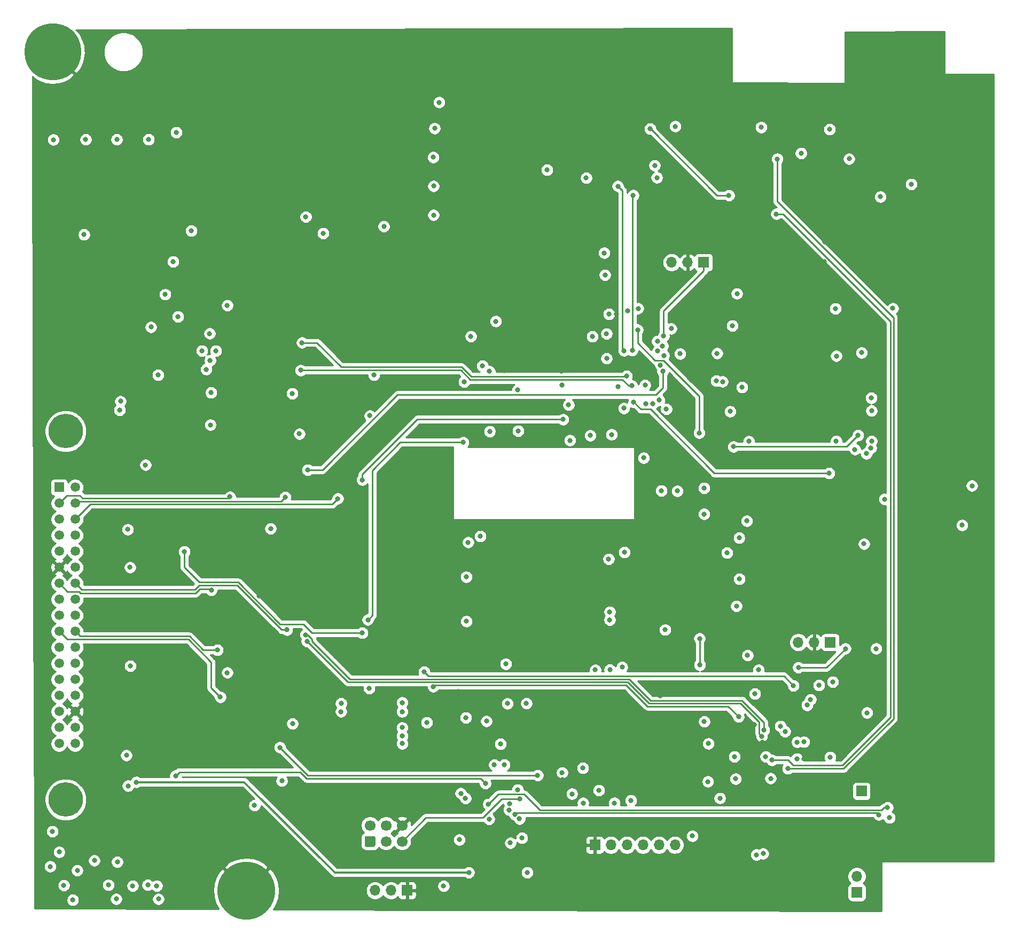
<source format=gbl>
G04 #@! TF.GenerationSoftware,KiCad,Pcbnew,5.1.8-5.1.8*
G04 #@! TF.CreationDate,2022-04-25T14:02:17+03:00*
G04 #@! TF.ProjectId,auris,61757269-732e-46b6-9963-61645f706362,rev?*
G04 #@! TF.SameCoordinates,Original*
G04 #@! TF.FileFunction,Copper,L4,Bot*
G04 #@! TF.FilePolarity,Positive*
%FSLAX46Y46*%
G04 Gerber Fmt 4.6, Leading zero omitted, Abs format (unit mm)*
G04 Created by KiCad (PCBNEW 5.1.8-5.1.8) date 2022-04-25 14:02:17*
%MOMM*%
%LPD*%
G01*
G04 APERTURE LIST*
G04 #@! TA.AperFunction,ComponentPad*
%ADD10C,9.000000*%
G04 #@! TD*
G04 #@! TA.AperFunction,ComponentPad*
%ADD11C,9.200000*%
G04 #@! TD*
G04 #@! TA.AperFunction,ComponentPad*
%ADD12O,1.700000X1.700000*%
G04 #@! TD*
G04 #@! TA.AperFunction,ComponentPad*
%ADD13R,1.700000X1.700000*%
G04 #@! TD*
G04 #@! TA.AperFunction,ComponentPad*
%ADD14R,1.520000X1.520000*%
G04 #@! TD*
G04 #@! TA.AperFunction,ComponentPad*
%ADD15C,1.520000*%
G04 #@! TD*
G04 #@! TA.AperFunction,ComponentPad*
%ADD16C,5.460000*%
G04 #@! TD*
G04 #@! TA.AperFunction,ComponentPad*
%ADD17C,1.700000*%
G04 #@! TD*
G04 #@! TA.AperFunction,ViaPad*
%ADD18C,0.800000*%
G04 #@! TD*
G04 #@! TA.AperFunction,Conductor*
%ADD19C,0.250000*%
G04 #@! TD*
G04 #@! TA.AperFunction,Conductor*
%ADD20C,0.300000*%
G04 #@! TD*
G04 #@! TA.AperFunction,Conductor*
%ADD21C,0.254000*%
G04 #@! TD*
G04 #@! TA.AperFunction,Conductor*
%ADD22C,2.000000*%
G04 #@! TD*
G04 APERTURE END LIST*
D10*
X27570000Y-32540000D03*
D11*
X58230000Y-165520000D03*
D12*
X126180000Y-158280000D03*
X123640000Y-158280000D03*
X121100000Y-158280000D03*
X118560000Y-158280000D03*
X116020000Y-158280000D03*
D13*
X113480000Y-158280000D03*
D12*
X78645000Y-165500000D03*
X81185000Y-165500000D03*
D13*
X83725000Y-165500000D03*
D12*
X125660000Y-65920000D03*
X128200000Y-65920000D03*
D13*
X130740000Y-65920000D03*
D12*
X145735000Y-126165000D03*
X148275000Y-126165000D03*
D13*
X150815000Y-126165000D03*
X155760000Y-149740000D03*
X155010000Y-165800000D03*
D12*
X155010000Y-163260000D03*
D14*
X28575000Y-101575000D03*
D15*
X31115000Y-101575000D03*
X28575000Y-104115000D03*
X31115000Y-104115000D03*
X28575000Y-106655000D03*
X31115000Y-106655000D03*
X28575000Y-109195000D03*
X31115000Y-109195000D03*
X28575000Y-111735000D03*
X31115000Y-111735000D03*
X28575000Y-114275000D03*
X31115000Y-114275000D03*
X28575000Y-116815000D03*
X31115000Y-116815000D03*
X28575000Y-119355000D03*
X31115000Y-119355000D03*
X28575000Y-121895000D03*
X31115000Y-121895000D03*
X28575000Y-124435000D03*
X31115000Y-124435000D03*
D16*
X29595000Y-92685000D03*
D15*
X28575000Y-126975000D03*
X31115000Y-126975000D03*
X28575000Y-129515000D03*
X31115000Y-129515000D03*
X28575000Y-132055000D03*
X31115000Y-132055000D03*
X28575000Y-134595000D03*
X31115000Y-134595000D03*
X28575000Y-137135000D03*
X31115000Y-137135000D03*
X28575000Y-139675000D03*
X31115000Y-139675000D03*
X28575000Y-142215000D03*
X31115000Y-142215000D03*
D16*
X29595000Y-151105000D03*
G04 #@! TA.AperFunction,ComponentPad*
G36*
G01*
X78450000Y-158575000D02*
X77250000Y-158575000D01*
G75*
G02*
X77000000Y-158325000I0J250000D01*
G01*
X77000000Y-157125000D01*
G75*
G02*
X77250000Y-156875000I250000J0D01*
G01*
X78450000Y-156875000D01*
G75*
G02*
X78700000Y-157125000I0J-250000D01*
G01*
X78700000Y-158325000D01*
G75*
G02*
X78450000Y-158575000I-250000J0D01*
G01*
G37*
G04 #@! TD.AperFunction*
D17*
X80390000Y-157725000D03*
X82930000Y-157725000D03*
X77850000Y-155185000D03*
X80390000Y-155185000D03*
X82930000Y-155185000D03*
D18*
X61020000Y-162620000D03*
X55390000Y-162620000D03*
X82490000Y-106172900D03*
X112229600Y-108075000D03*
X104380000Y-112389500D03*
X123813500Y-132597800D03*
X69911000Y-86646200D03*
X69585500Y-91737600D03*
X57239500Y-129228900D03*
X54778000Y-70014000D03*
X80327700Y-127096300D03*
X50451100Y-69829900D03*
X98548000Y-162178900D03*
X69690000Y-132977000D03*
X56052500Y-157206300D03*
X47538800Y-62478700D03*
X104129800Y-41715200D03*
X63985000Y-56953100D03*
X28105000Y-164677000D03*
X41505000Y-160821600D03*
X146650000Y-144660000D03*
X141065000Y-142057600D03*
X123138000Y-85494900D03*
X48625000Y-91864500D03*
X48625000Y-141297200D03*
X141983100Y-83555900D03*
X141968500Y-88699500D03*
X142230000Y-93759500D03*
X143393400Y-97938700D03*
X169017100Y-68080600D03*
X169269000Y-73184600D03*
X169285000Y-78239100D03*
X168174700Y-84105200D03*
X169288000Y-88298900D03*
X169291000Y-93385200D03*
X169336000Y-98569600D03*
X169339000Y-103666500D03*
X140378400Y-42961400D03*
X98029400Y-148507000D03*
X122744500Y-65417000D03*
X63980400Y-117542600D03*
X75313800Y-87507500D03*
X135224600Y-44388900D03*
X157337600Y-92477000D03*
X154581700Y-90245000D03*
X154592800Y-88245000D03*
X151717100Y-86245000D03*
X151716100Y-83991500D03*
X154622100Y-81218200D03*
X141662500Y-103879900D03*
X25970000Y-157820000D03*
X32890000Y-157790000D03*
X47220000Y-40990000D03*
X42680000Y-40160000D03*
X37820000Y-40030000D03*
X32840000Y-40160000D03*
X27750000Y-40210000D03*
X113970000Y-50750000D03*
X114360000Y-57640000D03*
X105870000Y-58180000D03*
X135119998Y-41950000D03*
X142250000Y-73530000D03*
X99187102Y-156879988D03*
X44381750Y-85917998D03*
X45139565Y-81074345D03*
X101560000Y-78980000D03*
X101540000Y-74440000D03*
X99170000Y-83080000D03*
X90720000Y-79170000D03*
X137520000Y-141990000D03*
X87020000Y-165810000D03*
X131380000Y-140000000D03*
X126970000Y-98850000D03*
X147790000Y-133860000D03*
X123850000Y-134610000D03*
X99606258Y-123992861D03*
X150189998Y-138950000D03*
X100060000Y-148460000D03*
X101540000Y-76640000D03*
X57119996Y-118860002D03*
X48630000Y-116610000D03*
X116590000Y-88089999D03*
X112770000Y-82390000D03*
X30440000Y-35430000D03*
X76620000Y-75490000D03*
X73600000Y-75420000D03*
X70000000Y-77070000D03*
X69910000Y-81670000D03*
X142256203Y-78385270D03*
X149860000Y-65840000D03*
X154630000Y-92190000D03*
X137640000Y-124210000D03*
X140555000Y-124154994D03*
X134970000Y-124240000D03*
X146090000Y-109270000D03*
X153720000Y-109460000D03*
X156180000Y-105830000D03*
X142740000Y-132900000D03*
X140470000Y-132875012D03*
X90170000Y-157440000D03*
X96380000Y-129580000D03*
X82520000Y-108430000D03*
X83670000Y-119500000D03*
X80260000Y-123480000D03*
X80200000Y-130870000D03*
X62320000Y-129450000D03*
X62200000Y-132360000D03*
X38950000Y-157290000D03*
X63920000Y-151950000D03*
X64800000Y-153040000D03*
X59220000Y-102200000D03*
X60783600Y-102226400D03*
X68080000Y-102250000D03*
X68800000Y-106759998D03*
X69240000Y-102260000D03*
X76520000Y-102200000D03*
X87680000Y-92740000D03*
X84910000Y-96580000D03*
X84840000Y-88880000D03*
X84010000Y-84950000D03*
X50340000Y-105574016D03*
X44675010Y-77847000D03*
X116950396Y-74125010D03*
X140020000Y-142040000D03*
X62370000Y-34260000D03*
X58510000Y-32630000D03*
X50610000Y-31090000D03*
X55530000Y-38990000D03*
X51260000Y-49410000D03*
X73660000Y-133460000D03*
X73134900Y-143850000D03*
X69880000Y-140650000D03*
X123016547Y-99541456D03*
X140700000Y-109640000D03*
X146180000Y-104320000D03*
X153770000Y-105880000D03*
X156940000Y-62710000D03*
X71650000Y-122000000D03*
X126780000Y-77630000D03*
X130920000Y-75420000D03*
X132739745Y-82394936D03*
X91950000Y-117700000D03*
X90030000Y-114420000D03*
X60240000Y-118780000D03*
X57040000Y-111790000D03*
X59660000Y-111820000D03*
X53190000Y-139000000D03*
X50690000Y-151960000D03*
X53740000Y-61280000D03*
X53810000Y-59930000D03*
X53790000Y-58670000D03*
X53800000Y-57420000D03*
X59270000Y-61180000D03*
X59210000Y-59910000D03*
X59240000Y-58620000D03*
X59240000Y-57395000D03*
X95280000Y-108170000D03*
X93377100Y-108267100D03*
X138795002Y-139225000D03*
X91870000Y-134010000D03*
X93006000Y-40468195D03*
X94090000Y-58420000D03*
X94130000Y-53840000D03*
X94090000Y-49240000D03*
X94250000Y-44690000D03*
X63040000Y-48520000D03*
X61070000Y-63810000D03*
X52050000Y-102230000D03*
X154250000Y-131109998D03*
X48630000Y-128930000D03*
X35080000Y-164630000D03*
X137120000Y-155560000D03*
X152330000Y-147730000D03*
X114850000Y-70440000D03*
X128614990Y-114360000D03*
X148500000Y-114820000D03*
X27159997Y-70749995D03*
X73520000Y-146069998D03*
X59154224Y-148170457D03*
X122090000Y-119990000D03*
X108370000Y-147930000D03*
X156380000Y-139380000D03*
X158990000Y-110720000D03*
X153840000Y-143040000D03*
X131380000Y-144300000D03*
X108230000Y-83210000D03*
X124910000Y-93390000D03*
X120010000Y-93370000D03*
X107950000Y-92600000D03*
X96320000Y-134120000D03*
X71760000Y-107630000D03*
X58640000Y-131890000D03*
X46300000Y-157300000D03*
X96620000Y-142270000D03*
X94210000Y-145060000D03*
X89290000Y-143380000D03*
X112650000Y-135960000D03*
X26750000Y-167000000D03*
X33740000Y-166960000D03*
X40420000Y-166900000D03*
X125020000Y-138250000D03*
X134980000Y-126940000D03*
X89150000Y-138160000D03*
X140890000Y-55230000D03*
X137810000Y-55200000D03*
X140890000Y-52104000D03*
X137790000Y-52156000D03*
X105710000Y-54640000D03*
X112180000Y-71400000D03*
X50020000Y-53640000D03*
X149900000Y-62710000D03*
X156780000Y-65760000D03*
X136010000Y-70870000D03*
X133727365Y-84829779D03*
X134932100Y-89544000D03*
X124404155Y-80705010D03*
X135280000Y-75970000D03*
X132735167Y-84705010D03*
X136810000Y-85710000D03*
X127000000Y-80400000D03*
X137900000Y-94300000D03*
X123460000Y-79980000D03*
X173261000Y-101330100D03*
X96613300Y-151812500D03*
X159863010Y-152352310D03*
X171700000Y-107590900D03*
X100814990Y-153461900D03*
X158480000Y-153485010D03*
X144065000Y-146175004D03*
X142400000Y-49530000D03*
X156147751Y-110546985D03*
X143626915Y-140305185D03*
X67650000Y-124960000D03*
X66657793Y-93104990D03*
X140290000Y-140070000D03*
X67861900Y-125997000D03*
X65520000Y-86705000D03*
X139950000Y-141040000D03*
X141565000Y-144835000D03*
X142260000Y-58250000D03*
X101930000Y-157180000D03*
X130835000Y-138725000D03*
X87870000Y-133165022D03*
X136260000Y-137960000D03*
X119379998Y-85480000D03*
X66850000Y-83040000D03*
X67070000Y-78640000D03*
X118513887Y-83944990D03*
X113082700Y-77680000D03*
X95660000Y-82330000D03*
X101540000Y-154160000D03*
X121220000Y-96910000D03*
X121440000Y-85380000D03*
X92610000Y-94470000D03*
X77510000Y-122590000D03*
X55220000Y-72740000D03*
X120350000Y-73230000D03*
X47410000Y-74530000D03*
X118680000Y-73630000D03*
X51900000Y-82890000D03*
X51224999Y-79935001D03*
X38300000Y-87940000D03*
X38153500Y-89341900D03*
X39500000Y-148930000D03*
X55650000Y-103104979D03*
X64400000Y-103154990D03*
X43130000Y-76170000D03*
X72750000Y-103370000D03*
X45380000Y-71000000D03*
X39842000Y-129905300D03*
X39819500Y-114282200D03*
X49528600Y-60902300D03*
X42629300Y-164636000D03*
X163634700Y-53530000D03*
X157346100Y-89455300D03*
X157298000Y-87416600D03*
X151765100Y-80766000D03*
X32520000Y-61500000D03*
X157340000Y-94260000D03*
X52505000Y-81475000D03*
X47140000Y-45310000D03*
X42760000Y-46430000D03*
X37720000Y-46430000D03*
X32790000Y-46430000D03*
X27650000Y-46480000D03*
X52540000Y-91690000D03*
X52670000Y-86560000D03*
X52420000Y-77210000D03*
X123320000Y-52480000D03*
X122969998Y-50560000D03*
X105910000Y-51260000D03*
X139850000Y-44500000D03*
X150710000Y-44820000D03*
X151620000Y-73250000D03*
X63880000Y-148130002D03*
X77710000Y-133460000D03*
X137580000Y-106909998D03*
X136360000Y-109600000D03*
X151740000Y-94240000D03*
X65560000Y-139050000D03*
X126230000Y-44360000D03*
X36380000Y-164640000D03*
X29319998Y-164690000D03*
X82939254Y-135713133D03*
X160710000Y-73220000D03*
X30740000Y-167000000D03*
X37620000Y-166860000D03*
X44320000Y-166850000D03*
X146180000Y-48620000D03*
X112120000Y-52530000D03*
X53430000Y-79950000D03*
X52690000Y-117890000D03*
X64684800Y-124185200D03*
X44250000Y-83780000D03*
X40808200Y-148330600D03*
X93500000Y-162660000D03*
X42270000Y-98040000D03*
X39230000Y-144069998D03*
X39460000Y-108270000D03*
X155752300Y-80245000D03*
X62100000Y-108140000D03*
X46640000Y-65800000D03*
X70415500Y-61324500D03*
X151190000Y-132440000D03*
X149015000Y-132957000D03*
X140565000Y-144290300D03*
X115326700Y-77231000D03*
X123663400Y-87768600D03*
X125588000Y-76420800D03*
X101310000Y-92640000D03*
X96820000Y-92720000D03*
X96800000Y-83200000D03*
X114980000Y-64420000D03*
X115090000Y-67910000D03*
X55224200Y-130976000D03*
X146609999Y-141949999D03*
X117124412Y-85651059D03*
X139440000Y-130540000D03*
X138850000Y-134320000D03*
X97790000Y-75270000D03*
X115710000Y-74125010D03*
X116140000Y-93220000D03*
X132860000Y-80350000D03*
X130795010Y-105830000D03*
X135800000Y-147800000D03*
X141340000Y-147740000D03*
X131490000Y-142220000D03*
X158064990Y-127155300D03*
X156620000Y-137330000D03*
X150792500Y-144382500D03*
X135610000Y-144280000D03*
X131409998Y-148240000D03*
X108250000Y-85350000D03*
X109322500Y-88522500D03*
X112760000Y-93360000D03*
X124810000Y-89180000D03*
X135920000Y-120420000D03*
X137680000Y-128230000D03*
X153794000Y-49510600D03*
X156512900Y-96245000D03*
X158739998Y-55510000D03*
X102750000Y-162660000D03*
X160180000Y-153970000D03*
X144956550Y-133023450D03*
X86430000Y-130840002D03*
X115353224Y-81145010D03*
X101247000Y-86162900D03*
X124620000Y-124170000D03*
X101255460Y-149539860D03*
X76623300Y-124671500D03*
X92237700Y-150100000D03*
X48430000Y-111780000D03*
X47030000Y-147310000D03*
X96140000Y-148530000D03*
X157252400Y-95344500D03*
X139091476Y-159848967D03*
X154701000Y-95582100D03*
X136395010Y-116109998D03*
X159409100Y-103460900D03*
X140150000Y-159660000D03*
X135463400Y-95138200D03*
X155200000Y-93340000D03*
X122250000Y-44750000D03*
X134730000Y-55310000D03*
X108459300Y-90817900D03*
X76621999Y-100408001D03*
X118089500Y-89039500D03*
X109530800Y-94141300D03*
X124247392Y-83186186D03*
X67970000Y-98820000D03*
X86850800Y-138859900D03*
X92987400Y-150900000D03*
X82950000Y-141010000D03*
X82940000Y-139680000D03*
X82960000Y-142210000D03*
X104410800Y-147242600D03*
X63560000Y-142830000D03*
X82950000Y-137160000D03*
X101580000Y-150989871D03*
X100100000Y-157960000D03*
X59530000Y-152010000D03*
X119645600Y-88092300D03*
X150601100Y-99351600D03*
X123890000Y-82210002D03*
X130795010Y-101690000D03*
X37792660Y-160982660D03*
X124216298Y-79191665D03*
X147670000Y-135220000D03*
X40230000Y-164780000D03*
X34160000Y-160750000D03*
X123390000Y-78424968D03*
X147130000Y-136110000D03*
X44040000Y-164770000D03*
X134420000Y-111970000D03*
X142890000Y-139450000D03*
X145750000Y-130140000D03*
X153200000Y-127160000D03*
X145507660Y-144632340D03*
X115835000Y-122605000D03*
X145550000Y-141980000D03*
X115845000Y-121345000D03*
X115860000Y-130510000D03*
X118175000Y-111885000D03*
X113550000Y-130530000D03*
X115680000Y-112960000D03*
X124390000Y-77590000D03*
X54120000Y-134840000D03*
X53660000Y-127380000D03*
X27502700Y-156147000D03*
X28580000Y-159410000D03*
X77830000Y-90230000D03*
X78470000Y-83770000D03*
X80040000Y-60220000D03*
X67670000Y-58700000D03*
X92757340Y-84862660D03*
X93830000Y-77650000D03*
X128940000Y-156870000D03*
X96721673Y-154186910D03*
X99150000Y-145569100D03*
X88820000Y-40550000D03*
X88080000Y-44670000D03*
X87870000Y-49250000D03*
X87920000Y-53830000D03*
X87920000Y-58420000D03*
X114120000Y-149630000D03*
X109860000Y-150190000D03*
X92000000Y-157450000D03*
X98530000Y-142270000D03*
X97560000Y-145570000D03*
X93040000Y-138110000D03*
X96310000Y-138660000D03*
X93130000Y-122820000D03*
X93397800Y-110316500D03*
X99381500Y-129589700D03*
X102630000Y-135840000D03*
X99630000Y-135860000D03*
X93110000Y-115790000D03*
X95325000Y-109345000D03*
X117810000Y-130090000D03*
X108300000Y-146830000D03*
X89518900Y-164800000D03*
X31450000Y-162325000D03*
X73260000Y-137150000D03*
X27150000Y-161710000D03*
X73280002Y-135840000D03*
X111620000Y-151640000D03*
X111584990Y-146090000D03*
X130080000Y-125560000D03*
X133310000Y-150880000D03*
X130100000Y-129760000D03*
X130030000Y-92960000D03*
X120270000Y-76620000D03*
X119200000Y-151230000D03*
X116580000Y-151640000D03*
X121600000Y-88330000D03*
X124040000Y-102120000D03*
X122640000Y-88320000D03*
X126560000Y-102170000D03*
X117124900Y-53845000D03*
X99899226Y-152736890D03*
X118110000Y-79920000D03*
X100016016Y-151743721D03*
X119410000Y-79880000D03*
X119570000Y-55290000D03*
D19*
X158889635Y-152760000D02*
X159297325Y-152352310D01*
X122092402Y-152760000D02*
X158889635Y-152760000D01*
X159297325Y-152352310D02*
X159863010Y-152352310D01*
X102284861Y-150264861D02*
X104780000Y-152760000D01*
X104780000Y-152760000D02*
X122090000Y-152760000D01*
X96613300Y-151812500D02*
X98160939Y-150264861D01*
X98160939Y-150264861D02*
X102284861Y-150264861D01*
X158220000Y-153225010D02*
X158480000Y-153485010D01*
X100814990Y-153461900D02*
X101051880Y-153225010D01*
X101051880Y-153225010D02*
X158220000Y-153225010D01*
X152903318Y-146175004D02*
X144065000Y-146175004D01*
X160810000Y-138268322D02*
X152903318Y-146175004D01*
X160810000Y-74680000D02*
X160810000Y-138268322D01*
X142400000Y-56270000D02*
X160810000Y-74680000D01*
X142400000Y-49530000D02*
X142400000Y-56270000D01*
X67950000Y-124960000D02*
X67650000Y-124960000D01*
X68680000Y-125690000D02*
X67950000Y-124960000D01*
X118900012Y-131990011D02*
X74690011Y-131990011D01*
X68680000Y-125980000D02*
X68680000Y-125690000D01*
X74690011Y-131990011D02*
X68680000Y-125980000D01*
X122290001Y-135380000D02*
X118900012Y-131990011D01*
X140290000Y-138850000D02*
X136820000Y-135380000D01*
X136820000Y-135380000D02*
X122290001Y-135380000D01*
X140290000Y-140070000D02*
X140290000Y-138850000D01*
X74304922Y-132440022D02*
X67861900Y-125997000D01*
X118713612Y-132440022D02*
X74304922Y-132440022D01*
X122113590Y-135840000D02*
X118713612Y-132440022D01*
X136590000Y-135840000D02*
X122113590Y-135840000D01*
X139550000Y-138800000D02*
X136590000Y-135840000D01*
X139550000Y-140640000D02*
X139550000Y-138800000D01*
X139950000Y-141040000D02*
X139550000Y-140640000D01*
X152750000Y-145660000D02*
X144900000Y-145660000D01*
X160360000Y-138050000D02*
X152750000Y-145660000D01*
X160360000Y-126203334D02*
X160360000Y-138050000D01*
X160359989Y-126203323D02*
X160360000Y-126203334D01*
X144075000Y-144835000D02*
X141565000Y-144835000D01*
X144900000Y-145660000D02*
X144075000Y-144835000D01*
X160359989Y-75255309D02*
X160359989Y-126203323D01*
X143354680Y-58250000D02*
X160359989Y-75255309D01*
X142260000Y-58250000D02*
X143354680Y-58250000D01*
X88095022Y-132940000D02*
X87870000Y-133165022D01*
X118470000Y-132940000D02*
X88095022Y-132940000D01*
X121830000Y-136300000D02*
X118470000Y-132940000D01*
X134600000Y-136300000D02*
X121830000Y-136300000D01*
X136260000Y-137960000D02*
X134600000Y-136300000D01*
X92230000Y-83040000D02*
X66850000Y-83040000D01*
X93680000Y-84490000D02*
X92230000Y-83040000D01*
X117824313Y-84490000D02*
X93680000Y-84490000D01*
X118814313Y-85480000D02*
X117824313Y-84490000D01*
X119379998Y-85480000D02*
X118814313Y-85480000D01*
X93851411Y-84025001D02*
X118433876Y-84025001D01*
X92346410Y-82520000D02*
X93851411Y-84025001D01*
X118433876Y-84025001D02*
X118513887Y-83944990D01*
X73280000Y-82520000D02*
X92346410Y-82520000D01*
X69400000Y-78640000D02*
X73280000Y-82520000D01*
X67070000Y-78640000D02*
X69400000Y-78640000D01*
X82640000Y-94470000D02*
X92610000Y-94470000D01*
X78210000Y-98900000D02*
X82640000Y-94470000D01*
X78210000Y-121890000D02*
X78210000Y-98900000D01*
X77510000Y-122590000D02*
X78210000Y-121890000D01*
X55414979Y-103340000D02*
X55650000Y-103104979D01*
X32330000Y-103340000D02*
X55414979Y-103340000D01*
X31860000Y-102870000D02*
X32330000Y-103340000D01*
X29820000Y-102870000D02*
X31860000Y-102870000D01*
X28575000Y-104115000D02*
X29820000Y-102870000D01*
X63725001Y-103829989D02*
X64400000Y-103154990D01*
X31400011Y-103829989D02*
X63725001Y-103829989D01*
X31115000Y-104115000D02*
X31400011Y-103829989D01*
X71840000Y-104280000D02*
X72750000Y-103370000D01*
X33490000Y-104280000D02*
X71840000Y-104280000D01*
X31115000Y-106655000D02*
X33490000Y-104280000D01*
X29870000Y-118110000D02*
X28575000Y-116815000D01*
X31700000Y-118110000D02*
X29870000Y-118110000D01*
X31960000Y-118370000D02*
X31700000Y-118110000D01*
X50210000Y-118370000D02*
X31960000Y-118370000D01*
X50900000Y-117680000D02*
X50210000Y-118370000D01*
X52480000Y-117680000D02*
X50900000Y-117680000D01*
X52690000Y-117890000D02*
X52480000Y-117680000D01*
X32120000Y-117820000D02*
X31115000Y-116815000D01*
X50080000Y-117820000D02*
X32120000Y-117820000D01*
X50090000Y-117830000D02*
X50080000Y-117820000D01*
X64684800Y-124185200D02*
X63858789Y-124185200D01*
X63858789Y-124185200D02*
X56813589Y-117140000D01*
X56813589Y-117140000D02*
X50790000Y-117140000D01*
X50790000Y-117140000D02*
X50100000Y-117830000D01*
D20*
X40808200Y-148330600D02*
X57935900Y-148330600D01*
X57935900Y-148330600D02*
X72265300Y-162660000D01*
X72265300Y-162660000D02*
X93500000Y-162660000D01*
D19*
X144956550Y-133023450D02*
X143473100Y-131540000D01*
X143473100Y-131540000D02*
X87129998Y-131540000D01*
X86829999Y-131240001D02*
X86430000Y-130840002D01*
X87129998Y-131540000D02*
X86829999Y-131240001D01*
X48430000Y-114280000D02*
X48430000Y-111780000D01*
X50800000Y-116650000D02*
X48430000Y-114280000D01*
X56990000Y-116650000D02*
X50800000Y-116650000D01*
X63600000Y-123260000D02*
X56990000Y-116650000D01*
X68681500Y-124671500D02*
X67270000Y-123260000D01*
X67270000Y-123260000D02*
X63600000Y-123260000D01*
X76623300Y-124671500D02*
X68681500Y-124671500D01*
X67840000Y-147770000D02*
X66800000Y-146730000D01*
X66800000Y-146730000D02*
X47610000Y-146730000D01*
X95380000Y-147770000D02*
X67840000Y-147770000D01*
X47610000Y-146730000D02*
X47030000Y-147310000D01*
X96140000Y-148530000D02*
X95380000Y-147770000D01*
X153401800Y-95138200D02*
X155200000Y-93340000D01*
X135463400Y-95138200D02*
X153401800Y-95138200D01*
X132850000Y-55310000D02*
X122290000Y-44750000D01*
X122290000Y-44750000D02*
X122250000Y-44750000D01*
X134730000Y-55310000D02*
X132850000Y-55310000D01*
X108459300Y-90817900D02*
X85352415Y-90817900D01*
X85352415Y-90817900D02*
X76621999Y-99548316D01*
X76621999Y-99548316D02*
X76621999Y-100408001D01*
X123143300Y-86920000D02*
X124247392Y-85815908D01*
X82219666Y-86920000D02*
X123143300Y-86920000D01*
X70319666Y-98820000D02*
X82219666Y-86920000D01*
X67970000Y-98820000D02*
X70319666Y-98820000D01*
X124247392Y-85815908D02*
X124247392Y-83186186D01*
X104410800Y-147242600D02*
X67972600Y-147242600D01*
X67972600Y-147242600D02*
X63560000Y-142830000D01*
X95740000Y-153970000D02*
X98720129Y-150989871D01*
X86685000Y-153970000D02*
X95740000Y-153970000D01*
X98720129Y-150989871D02*
X101580000Y-150989871D01*
X82930000Y-157725000D02*
X86685000Y-153970000D01*
X150601100Y-99351600D02*
X132440200Y-99351600D01*
X132440200Y-99351600D02*
X122304000Y-89215400D01*
X122304000Y-89215400D02*
X120768700Y-89215400D01*
X120768700Y-89215400D02*
X119645600Y-88092300D01*
X145750000Y-130140000D02*
X150220000Y-130140000D01*
X150220000Y-130140000D02*
X153200000Y-127160000D01*
X124390000Y-77590000D02*
X124390000Y-73630000D01*
X130740000Y-67280000D02*
X130740000Y-65920000D01*
X124390000Y-73630000D02*
X130740000Y-67280000D01*
X29845000Y-125705000D02*
X28575000Y-124435000D01*
X49055000Y-125705000D02*
X29845000Y-125705000D01*
X52677400Y-129327400D02*
X49055000Y-125705000D01*
X52677400Y-133397400D02*
X52677400Y-129327400D01*
X54120000Y-134840000D02*
X52677400Y-133397400D01*
X31880000Y-125200000D02*
X31115000Y-124435000D01*
X51398100Y-127380000D02*
X49218100Y-125200000D01*
X49218100Y-125200000D02*
X31880000Y-125200000D01*
X53660000Y-127380000D02*
X51398100Y-127380000D01*
X130080000Y-125560000D02*
X130080000Y-129740000D01*
X130080000Y-129740000D02*
X130100000Y-129760000D01*
X130030000Y-87160000D02*
X130030000Y-92960000D01*
X124330000Y-81460000D02*
X130030000Y-87160000D01*
X123040000Y-81460000D02*
X124330000Y-81460000D01*
X120270000Y-76620000D02*
X120270000Y-78690000D01*
X120270000Y-78690000D02*
X123040000Y-81460000D01*
X117870000Y-54590100D02*
X117124900Y-53845000D01*
X117870000Y-79680000D02*
X117870000Y-54590100D01*
X118110000Y-79920000D02*
X117870000Y-79680000D01*
X119410000Y-55450000D02*
X119570000Y-55290000D01*
X119410000Y-79880000D02*
X119410000Y-55450000D01*
D21*
X135173000Y-37350000D02*
X135175440Y-37374776D01*
X135182667Y-37398601D01*
X135194403Y-37420557D01*
X135210197Y-37439803D01*
X135229443Y-37455597D01*
X135251399Y-37467333D01*
X135275224Y-37474560D01*
X135299713Y-37477000D01*
X152989713Y-37517000D01*
X153014495Y-37514615D01*
X153038335Y-37507442D01*
X153060318Y-37495756D01*
X153079599Y-37480005D01*
X153095437Y-37460796D01*
X153107223Y-37438866D01*
X153114503Y-37415058D01*
X153117000Y-37390000D01*
X153117000Y-29396681D01*
X168873000Y-29357027D01*
X168873000Y-36000000D01*
X168875440Y-36024776D01*
X168882667Y-36048601D01*
X168894403Y-36070557D01*
X168910197Y-36089803D01*
X168929443Y-36105597D01*
X168951399Y-36117333D01*
X168975224Y-36124560D01*
X169000000Y-36127000D01*
X176701516Y-36127000D01*
X176674738Y-160873000D01*
X159000000Y-160873000D01*
X158975224Y-160875440D01*
X158951399Y-160882667D01*
X158929443Y-160894403D01*
X158910197Y-160910197D01*
X158894403Y-160929443D01*
X158882667Y-160951399D01*
X158875440Y-160975224D01*
X158873000Y-161000000D01*
X158873000Y-168787644D01*
X62569093Y-168490273D01*
X63058911Y-167606312D01*
X63373144Y-166624150D01*
X63489729Y-165599557D01*
X63469267Y-165353740D01*
X77160000Y-165353740D01*
X77160000Y-165646260D01*
X77217068Y-165933158D01*
X77329010Y-166203411D01*
X77491525Y-166446632D01*
X77698368Y-166653475D01*
X77941589Y-166815990D01*
X78211842Y-166927932D01*
X78498740Y-166985000D01*
X78791260Y-166985000D01*
X79078158Y-166927932D01*
X79348411Y-166815990D01*
X79591632Y-166653475D01*
X79798475Y-166446632D01*
X79915000Y-166272240D01*
X80031525Y-166446632D01*
X80238368Y-166653475D01*
X80481589Y-166815990D01*
X80751842Y-166927932D01*
X81038740Y-166985000D01*
X81331260Y-166985000D01*
X81618158Y-166927932D01*
X81888411Y-166815990D01*
X82131632Y-166653475D01*
X82263487Y-166521620D01*
X82285498Y-166594180D01*
X82344463Y-166704494D01*
X82423815Y-166801185D01*
X82520506Y-166880537D01*
X82630820Y-166939502D01*
X82750518Y-166975812D01*
X82875000Y-166988072D01*
X83439250Y-166985000D01*
X83598000Y-166826250D01*
X83598000Y-165627000D01*
X83852000Y-165627000D01*
X83852000Y-166826250D01*
X84010750Y-166985000D01*
X84575000Y-166988072D01*
X84699482Y-166975812D01*
X84819180Y-166939502D01*
X84929494Y-166880537D01*
X85026185Y-166801185D01*
X85105537Y-166704494D01*
X85164502Y-166594180D01*
X85200812Y-166474482D01*
X85213072Y-166350000D01*
X85210000Y-165785750D01*
X85051250Y-165627000D01*
X83852000Y-165627000D01*
X83598000Y-165627000D01*
X83578000Y-165627000D01*
X83578000Y-165373000D01*
X83598000Y-165373000D01*
X83598000Y-164173750D01*
X83852000Y-164173750D01*
X83852000Y-165373000D01*
X85051250Y-165373000D01*
X85210000Y-165214250D01*
X85212810Y-164698061D01*
X88483900Y-164698061D01*
X88483900Y-164901939D01*
X88523674Y-165101898D01*
X88601695Y-165290256D01*
X88714963Y-165459774D01*
X88859126Y-165603937D01*
X89028644Y-165717205D01*
X89217002Y-165795226D01*
X89416961Y-165835000D01*
X89620839Y-165835000D01*
X89820798Y-165795226D01*
X90009156Y-165717205D01*
X90178674Y-165603937D01*
X90322837Y-165459774D01*
X90436105Y-165290256D01*
X90514126Y-165101898D01*
X90544340Y-164950000D01*
X153521928Y-164950000D01*
X153521928Y-166650000D01*
X153534188Y-166774482D01*
X153570498Y-166894180D01*
X153629463Y-167004494D01*
X153708815Y-167101185D01*
X153805506Y-167180537D01*
X153915820Y-167239502D01*
X154035518Y-167275812D01*
X154160000Y-167288072D01*
X155860000Y-167288072D01*
X155984482Y-167275812D01*
X156104180Y-167239502D01*
X156214494Y-167180537D01*
X156311185Y-167101185D01*
X156390537Y-167004494D01*
X156449502Y-166894180D01*
X156485812Y-166774482D01*
X156498072Y-166650000D01*
X156498072Y-164950000D01*
X156485812Y-164825518D01*
X156449502Y-164705820D01*
X156390537Y-164595506D01*
X156311185Y-164498815D01*
X156214494Y-164419463D01*
X156104180Y-164360498D01*
X156031620Y-164338487D01*
X156163475Y-164206632D01*
X156325990Y-163963411D01*
X156437932Y-163693158D01*
X156495000Y-163406260D01*
X156495000Y-163113740D01*
X156437932Y-162826842D01*
X156325990Y-162556589D01*
X156163475Y-162313368D01*
X155956632Y-162106525D01*
X155713411Y-161944010D01*
X155443158Y-161832068D01*
X155156260Y-161775000D01*
X154863740Y-161775000D01*
X154576842Y-161832068D01*
X154306589Y-161944010D01*
X154063368Y-162106525D01*
X153856525Y-162313368D01*
X153694010Y-162556589D01*
X153582068Y-162826842D01*
X153525000Y-163113740D01*
X153525000Y-163406260D01*
X153582068Y-163693158D01*
X153694010Y-163963411D01*
X153856525Y-164206632D01*
X153988380Y-164338487D01*
X153915820Y-164360498D01*
X153805506Y-164419463D01*
X153708815Y-164498815D01*
X153629463Y-164595506D01*
X153570498Y-164705820D01*
X153534188Y-164825518D01*
X153521928Y-164950000D01*
X90544340Y-164950000D01*
X90553900Y-164901939D01*
X90553900Y-164698061D01*
X90514126Y-164498102D01*
X90436105Y-164309744D01*
X90322837Y-164140226D01*
X90178674Y-163996063D01*
X90009156Y-163882795D01*
X89820798Y-163804774D01*
X89620839Y-163765000D01*
X89416961Y-163765000D01*
X89217002Y-163804774D01*
X89028644Y-163882795D01*
X88859126Y-163996063D01*
X88714963Y-164140226D01*
X88601695Y-164309744D01*
X88523674Y-164498102D01*
X88483900Y-164698061D01*
X85212810Y-164698061D01*
X85213072Y-164650000D01*
X85200812Y-164525518D01*
X85164502Y-164405820D01*
X85105537Y-164295506D01*
X85026185Y-164198815D01*
X84929494Y-164119463D01*
X84819180Y-164060498D01*
X84699482Y-164024188D01*
X84575000Y-164011928D01*
X84010750Y-164015000D01*
X83852000Y-164173750D01*
X83598000Y-164173750D01*
X83439250Y-164015000D01*
X82875000Y-164011928D01*
X82750518Y-164024188D01*
X82630820Y-164060498D01*
X82520506Y-164119463D01*
X82423815Y-164198815D01*
X82344463Y-164295506D01*
X82285498Y-164405820D01*
X82263487Y-164478380D01*
X82131632Y-164346525D01*
X81888411Y-164184010D01*
X81618158Y-164072068D01*
X81331260Y-164015000D01*
X81038740Y-164015000D01*
X80751842Y-164072068D01*
X80481589Y-164184010D01*
X80238368Y-164346525D01*
X80031525Y-164553368D01*
X79915000Y-164727760D01*
X79798475Y-164553368D01*
X79591632Y-164346525D01*
X79348411Y-164184010D01*
X79078158Y-164072068D01*
X78791260Y-164015000D01*
X78498740Y-164015000D01*
X78211842Y-164072068D01*
X77941589Y-164184010D01*
X77698368Y-164346525D01*
X77491525Y-164553368D01*
X77329010Y-164796589D01*
X77217068Y-165066842D01*
X77160000Y-165353740D01*
X63469267Y-165353740D01*
X63404186Y-164571906D01*
X63119801Y-163580690D01*
X62647504Y-162664000D01*
X62559105Y-162531702D01*
X61926046Y-162003559D01*
X60525773Y-163403832D01*
X60346168Y-163224227D01*
X61746441Y-161823954D01*
X61218298Y-161190895D01*
X60316312Y-160691089D01*
X59334150Y-160376856D01*
X58309557Y-160260271D01*
X57281906Y-160345814D01*
X56290690Y-160630199D01*
X55374000Y-161102496D01*
X55241702Y-161190895D01*
X54713559Y-161823954D01*
X56107223Y-163217618D01*
X55927618Y-163397223D01*
X54533954Y-162003559D01*
X53900895Y-162531702D01*
X53401089Y-163433688D01*
X53086856Y-164415850D01*
X52970271Y-165440443D01*
X53055814Y-166468094D01*
X53340199Y-167459310D01*
X53812496Y-168376000D01*
X53870905Y-168463415D01*
X24716628Y-168373391D01*
X24712295Y-166898061D01*
X29705000Y-166898061D01*
X29705000Y-167101939D01*
X29744774Y-167301898D01*
X29822795Y-167490256D01*
X29936063Y-167659774D01*
X30080226Y-167803937D01*
X30249744Y-167917205D01*
X30438102Y-167995226D01*
X30638061Y-168035000D01*
X30841939Y-168035000D01*
X31041898Y-167995226D01*
X31230256Y-167917205D01*
X31399774Y-167803937D01*
X31543937Y-167659774D01*
X31657205Y-167490256D01*
X31735226Y-167301898D01*
X31775000Y-167101939D01*
X31775000Y-166898061D01*
X31747153Y-166758061D01*
X36585000Y-166758061D01*
X36585000Y-166961939D01*
X36624774Y-167161898D01*
X36702795Y-167350256D01*
X36816063Y-167519774D01*
X36960226Y-167663937D01*
X37129744Y-167777205D01*
X37318102Y-167855226D01*
X37518061Y-167895000D01*
X37721939Y-167895000D01*
X37921898Y-167855226D01*
X38110256Y-167777205D01*
X38279774Y-167663937D01*
X38423937Y-167519774D01*
X38537205Y-167350256D01*
X38615226Y-167161898D01*
X38655000Y-166961939D01*
X38655000Y-166758061D01*
X38653011Y-166748061D01*
X43285000Y-166748061D01*
X43285000Y-166951939D01*
X43324774Y-167151898D01*
X43402795Y-167340256D01*
X43516063Y-167509774D01*
X43660226Y-167653937D01*
X43829744Y-167767205D01*
X44018102Y-167845226D01*
X44218061Y-167885000D01*
X44421939Y-167885000D01*
X44621898Y-167845226D01*
X44810256Y-167767205D01*
X44979774Y-167653937D01*
X45123937Y-167509774D01*
X45237205Y-167340256D01*
X45315226Y-167151898D01*
X45355000Y-166951939D01*
X45355000Y-166748061D01*
X45315226Y-166548102D01*
X45237205Y-166359744D01*
X45123937Y-166190226D01*
X44979774Y-166046063D01*
X44810256Y-165932795D01*
X44621898Y-165854774D01*
X44421939Y-165815000D01*
X44218061Y-165815000D01*
X44018102Y-165854774D01*
X43829744Y-165932795D01*
X43660226Y-166046063D01*
X43516063Y-166190226D01*
X43402795Y-166359744D01*
X43324774Y-166548102D01*
X43285000Y-166748061D01*
X38653011Y-166748061D01*
X38615226Y-166558102D01*
X38537205Y-166369744D01*
X38423937Y-166200226D01*
X38279774Y-166056063D01*
X38110256Y-165942795D01*
X37921898Y-165864774D01*
X37721939Y-165825000D01*
X37518061Y-165825000D01*
X37318102Y-165864774D01*
X37129744Y-165942795D01*
X36960226Y-166056063D01*
X36816063Y-166200226D01*
X36702795Y-166369744D01*
X36624774Y-166558102D01*
X36585000Y-166758061D01*
X31747153Y-166758061D01*
X31735226Y-166698102D01*
X31657205Y-166509744D01*
X31543937Y-166340226D01*
X31399774Y-166196063D01*
X31230256Y-166082795D01*
X31041898Y-166004774D01*
X30841939Y-165965000D01*
X30638061Y-165965000D01*
X30438102Y-166004774D01*
X30249744Y-166082795D01*
X30080226Y-166196063D01*
X29936063Y-166340226D01*
X29822795Y-166509744D01*
X29744774Y-166698102D01*
X29705000Y-166898061D01*
X24712295Y-166898061D01*
X24705510Y-164588061D01*
X28284998Y-164588061D01*
X28284998Y-164791939D01*
X28324772Y-164991898D01*
X28402793Y-165180256D01*
X28516061Y-165349774D01*
X28660224Y-165493937D01*
X28829742Y-165607205D01*
X29018100Y-165685226D01*
X29218059Y-165725000D01*
X29421937Y-165725000D01*
X29621896Y-165685226D01*
X29810254Y-165607205D01*
X29979772Y-165493937D01*
X30123935Y-165349774D01*
X30237203Y-165180256D01*
X30315224Y-164991898D01*
X30354998Y-164791939D01*
X30354998Y-164588061D01*
X30345053Y-164538061D01*
X35345000Y-164538061D01*
X35345000Y-164741939D01*
X35384774Y-164941898D01*
X35462795Y-165130256D01*
X35576063Y-165299774D01*
X35720226Y-165443937D01*
X35889744Y-165557205D01*
X36078102Y-165635226D01*
X36278061Y-165675000D01*
X36481939Y-165675000D01*
X36681898Y-165635226D01*
X36870256Y-165557205D01*
X37039774Y-165443937D01*
X37183937Y-165299774D01*
X37297205Y-165130256D01*
X37375226Y-164941898D01*
X37415000Y-164741939D01*
X37415000Y-164678061D01*
X39195000Y-164678061D01*
X39195000Y-164881939D01*
X39234774Y-165081898D01*
X39312795Y-165270256D01*
X39426063Y-165439774D01*
X39570226Y-165583937D01*
X39739744Y-165697205D01*
X39928102Y-165775226D01*
X40128061Y-165815000D01*
X40331939Y-165815000D01*
X40531898Y-165775226D01*
X40720256Y-165697205D01*
X40889774Y-165583937D01*
X41033937Y-165439774D01*
X41147205Y-165270256D01*
X41225226Y-165081898D01*
X41265000Y-164881939D01*
X41265000Y-164678061D01*
X41236357Y-164534061D01*
X41594300Y-164534061D01*
X41594300Y-164737939D01*
X41634074Y-164937898D01*
X41712095Y-165126256D01*
X41825363Y-165295774D01*
X41969526Y-165439937D01*
X42139044Y-165553205D01*
X42327402Y-165631226D01*
X42527361Y-165671000D01*
X42731239Y-165671000D01*
X42931198Y-165631226D01*
X43119556Y-165553205D01*
X43263388Y-165457099D01*
X43380226Y-165573937D01*
X43549744Y-165687205D01*
X43738102Y-165765226D01*
X43938061Y-165805000D01*
X44141939Y-165805000D01*
X44341898Y-165765226D01*
X44530256Y-165687205D01*
X44699774Y-165573937D01*
X44843937Y-165429774D01*
X44957205Y-165260256D01*
X45035226Y-165071898D01*
X45075000Y-164871939D01*
X45075000Y-164668061D01*
X45035226Y-164468102D01*
X44957205Y-164279744D01*
X44843937Y-164110226D01*
X44699774Y-163966063D01*
X44530256Y-163852795D01*
X44341898Y-163774774D01*
X44141939Y-163735000D01*
X43938061Y-163735000D01*
X43738102Y-163774774D01*
X43549744Y-163852795D01*
X43405912Y-163948901D01*
X43289074Y-163832063D01*
X43119556Y-163718795D01*
X42931198Y-163640774D01*
X42731239Y-163601000D01*
X42527361Y-163601000D01*
X42327402Y-163640774D01*
X42139044Y-163718795D01*
X41969526Y-163832063D01*
X41825363Y-163976226D01*
X41712095Y-164145744D01*
X41634074Y-164334102D01*
X41594300Y-164534061D01*
X41236357Y-164534061D01*
X41225226Y-164478102D01*
X41147205Y-164289744D01*
X41033937Y-164120226D01*
X40889774Y-163976063D01*
X40720256Y-163862795D01*
X40531898Y-163784774D01*
X40331939Y-163745000D01*
X40128061Y-163745000D01*
X39928102Y-163784774D01*
X39739744Y-163862795D01*
X39570226Y-163976063D01*
X39426063Y-164120226D01*
X39312795Y-164289744D01*
X39234774Y-164478102D01*
X39195000Y-164678061D01*
X37415000Y-164678061D01*
X37415000Y-164538061D01*
X37375226Y-164338102D01*
X37297205Y-164149744D01*
X37183937Y-163980226D01*
X37039774Y-163836063D01*
X36870256Y-163722795D01*
X36681898Y-163644774D01*
X36481939Y-163605000D01*
X36278061Y-163605000D01*
X36078102Y-163644774D01*
X35889744Y-163722795D01*
X35720226Y-163836063D01*
X35576063Y-163980226D01*
X35462795Y-164149744D01*
X35384774Y-164338102D01*
X35345000Y-164538061D01*
X30345053Y-164538061D01*
X30315224Y-164388102D01*
X30237203Y-164199744D01*
X30123935Y-164030226D01*
X29979772Y-163886063D01*
X29810254Y-163772795D01*
X29621896Y-163694774D01*
X29421937Y-163655000D01*
X29218059Y-163655000D01*
X29018100Y-163694774D01*
X28829742Y-163772795D01*
X28660224Y-163886063D01*
X28516061Y-164030226D01*
X28402793Y-164199744D01*
X28324772Y-164388102D01*
X28284998Y-164588061D01*
X24705510Y-164588061D01*
X24696756Y-161608061D01*
X26115000Y-161608061D01*
X26115000Y-161811939D01*
X26154774Y-162011898D01*
X26232795Y-162200256D01*
X26346063Y-162369774D01*
X26490226Y-162513937D01*
X26659744Y-162627205D01*
X26848102Y-162705226D01*
X27048061Y-162745000D01*
X27251939Y-162745000D01*
X27451898Y-162705226D01*
X27640256Y-162627205D01*
X27809774Y-162513937D01*
X27953937Y-162369774D01*
X28051967Y-162223061D01*
X30415000Y-162223061D01*
X30415000Y-162426939D01*
X30454774Y-162626898D01*
X30532795Y-162815256D01*
X30646063Y-162984774D01*
X30790226Y-163128937D01*
X30959744Y-163242205D01*
X31148102Y-163320226D01*
X31348061Y-163360000D01*
X31551939Y-163360000D01*
X31751898Y-163320226D01*
X31940256Y-163242205D01*
X32109774Y-163128937D01*
X32253937Y-162984774D01*
X32367205Y-162815256D01*
X32445226Y-162626898D01*
X32485000Y-162426939D01*
X32485000Y-162223061D01*
X32445226Y-162023102D01*
X32367205Y-161834744D01*
X32253937Y-161665226D01*
X32109774Y-161521063D01*
X31940256Y-161407795D01*
X31751898Y-161329774D01*
X31551939Y-161290000D01*
X31348061Y-161290000D01*
X31148102Y-161329774D01*
X30959744Y-161407795D01*
X30790226Y-161521063D01*
X30646063Y-161665226D01*
X30532795Y-161834744D01*
X30454774Y-162023102D01*
X30415000Y-162223061D01*
X28051967Y-162223061D01*
X28067205Y-162200256D01*
X28145226Y-162011898D01*
X28185000Y-161811939D01*
X28185000Y-161608061D01*
X28145226Y-161408102D01*
X28067205Y-161219744D01*
X27953937Y-161050226D01*
X27809774Y-160906063D01*
X27640256Y-160792795D01*
X27451898Y-160714774D01*
X27251939Y-160675000D01*
X27048061Y-160675000D01*
X26848102Y-160714774D01*
X26659744Y-160792795D01*
X26490226Y-160906063D01*
X26346063Y-161050226D01*
X26232795Y-161219744D01*
X26154774Y-161408102D01*
X26115000Y-161608061D01*
X24696756Y-161608061D01*
X24693937Y-160648061D01*
X33125000Y-160648061D01*
X33125000Y-160851939D01*
X33164774Y-161051898D01*
X33242795Y-161240256D01*
X33356063Y-161409774D01*
X33500226Y-161553937D01*
X33669744Y-161667205D01*
X33858102Y-161745226D01*
X34058061Y-161785000D01*
X34261939Y-161785000D01*
X34461898Y-161745226D01*
X34650256Y-161667205D01*
X34819774Y-161553937D01*
X34963937Y-161409774D01*
X35077205Y-161240256D01*
X35155226Y-161051898D01*
X35189274Y-160880721D01*
X36757660Y-160880721D01*
X36757660Y-161084599D01*
X36797434Y-161284558D01*
X36875455Y-161472916D01*
X36988723Y-161642434D01*
X37132886Y-161786597D01*
X37302404Y-161899865D01*
X37490762Y-161977886D01*
X37690721Y-162017660D01*
X37894599Y-162017660D01*
X38094558Y-161977886D01*
X38282916Y-161899865D01*
X38452434Y-161786597D01*
X38596597Y-161642434D01*
X38709865Y-161472916D01*
X38787886Y-161284558D01*
X38827660Y-161084599D01*
X38827660Y-160880721D01*
X38787886Y-160680762D01*
X38709865Y-160492404D01*
X38596597Y-160322886D01*
X38452434Y-160178723D01*
X38282916Y-160065455D01*
X38094558Y-159987434D01*
X37894599Y-159947660D01*
X37690721Y-159947660D01*
X37490762Y-159987434D01*
X37302404Y-160065455D01*
X37132886Y-160178723D01*
X36988723Y-160322886D01*
X36875455Y-160492404D01*
X36797434Y-160680762D01*
X36757660Y-160880721D01*
X35189274Y-160880721D01*
X35195000Y-160851939D01*
X35195000Y-160648061D01*
X35155226Y-160448102D01*
X35077205Y-160259744D01*
X34963937Y-160090226D01*
X34819774Y-159946063D01*
X34650256Y-159832795D01*
X34461898Y-159754774D01*
X34261939Y-159715000D01*
X34058061Y-159715000D01*
X33858102Y-159754774D01*
X33669744Y-159832795D01*
X33500226Y-159946063D01*
X33356063Y-160090226D01*
X33242795Y-160259744D01*
X33164774Y-160448102D01*
X33125000Y-160648061D01*
X24693937Y-160648061D01*
X24690001Y-159308061D01*
X27545000Y-159308061D01*
X27545000Y-159511939D01*
X27584774Y-159711898D01*
X27662795Y-159900256D01*
X27776063Y-160069774D01*
X27920226Y-160213937D01*
X28089744Y-160327205D01*
X28278102Y-160405226D01*
X28478061Y-160445000D01*
X28681939Y-160445000D01*
X28881898Y-160405226D01*
X29070256Y-160327205D01*
X29239774Y-160213937D01*
X29383937Y-160069774D01*
X29497205Y-159900256D01*
X29575226Y-159711898D01*
X29615000Y-159511939D01*
X29615000Y-159308061D01*
X29575226Y-159108102D01*
X29497205Y-158919744D01*
X29383937Y-158750226D01*
X29239774Y-158606063D01*
X29070256Y-158492795D01*
X28881898Y-158414774D01*
X28681939Y-158375000D01*
X28478061Y-158375000D01*
X28278102Y-158414774D01*
X28089744Y-158492795D01*
X27920226Y-158606063D01*
X27776063Y-158750226D01*
X27662795Y-158919744D01*
X27584774Y-159108102D01*
X27545000Y-159308061D01*
X24690001Y-159308061D01*
X24680416Y-156045061D01*
X26467700Y-156045061D01*
X26467700Y-156248939D01*
X26507474Y-156448898D01*
X26585495Y-156637256D01*
X26698763Y-156806774D01*
X26842926Y-156950937D01*
X27012444Y-157064205D01*
X27200802Y-157142226D01*
X27400761Y-157182000D01*
X27604639Y-157182000D01*
X27804598Y-157142226D01*
X27992956Y-157064205D01*
X28162474Y-156950937D01*
X28306637Y-156806774D01*
X28419905Y-156637256D01*
X28497926Y-156448898D01*
X28537700Y-156248939D01*
X28537700Y-156045061D01*
X28497926Y-155845102D01*
X28419905Y-155656744D01*
X28306637Y-155487226D01*
X28162474Y-155343063D01*
X27992956Y-155229795D01*
X27804598Y-155151774D01*
X27604639Y-155112000D01*
X27400761Y-155112000D01*
X27200802Y-155151774D01*
X27012444Y-155229795D01*
X26842926Y-155343063D01*
X26698763Y-155487226D01*
X26585495Y-155656744D01*
X26507474Y-155845102D01*
X26467700Y-156045061D01*
X24680416Y-156045061D01*
X24664931Y-150773576D01*
X26230000Y-150773576D01*
X26230000Y-151436424D01*
X26359315Y-152086534D01*
X26612976Y-152698925D01*
X26981234Y-153250063D01*
X27449937Y-153718766D01*
X28001075Y-154087024D01*
X28613466Y-154340685D01*
X29263576Y-154470000D01*
X29926424Y-154470000D01*
X30576534Y-154340685D01*
X31188925Y-154087024D01*
X31740063Y-153718766D01*
X32208766Y-153250063D01*
X32577024Y-152698925D01*
X32830685Y-152086534D01*
X32960000Y-151436424D01*
X32960000Y-150773576D01*
X32830685Y-150123466D01*
X32577024Y-149511075D01*
X32208766Y-148959937D01*
X32076890Y-148828061D01*
X38465000Y-148828061D01*
X38465000Y-149031939D01*
X38504774Y-149231898D01*
X38582795Y-149420256D01*
X38696063Y-149589774D01*
X38840226Y-149733937D01*
X39009744Y-149847205D01*
X39198102Y-149925226D01*
X39398061Y-149965000D01*
X39601939Y-149965000D01*
X39801898Y-149925226D01*
X39990256Y-149847205D01*
X40159774Y-149733937D01*
X40303937Y-149589774D01*
X40417205Y-149420256D01*
X40463639Y-149308154D01*
X40506302Y-149325826D01*
X40706261Y-149365600D01*
X40910139Y-149365600D01*
X41110098Y-149325826D01*
X41298456Y-149247805D01*
X41467974Y-149134537D01*
X41486911Y-149115600D01*
X57610743Y-149115600D01*
X59470143Y-150975000D01*
X59428061Y-150975000D01*
X59228102Y-151014774D01*
X59039744Y-151092795D01*
X58870226Y-151206063D01*
X58726063Y-151350226D01*
X58612795Y-151519744D01*
X58534774Y-151708102D01*
X58495000Y-151908061D01*
X58495000Y-152111939D01*
X58534774Y-152311898D01*
X58612795Y-152500256D01*
X58726063Y-152669774D01*
X58870226Y-152813937D01*
X59039744Y-152927205D01*
X59228102Y-153005226D01*
X59428061Y-153045000D01*
X59631939Y-153045000D01*
X59831898Y-153005226D01*
X60020256Y-152927205D01*
X60189774Y-152813937D01*
X60333937Y-152669774D01*
X60447205Y-152500256D01*
X60525226Y-152311898D01*
X60565000Y-152111939D01*
X60565000Y-152069857D01*
X71682953Y-163187810D01*
X71707536Y-163217764D01*
X71827067Y-163315862D01*
X71963440Y-163388754D01*
X72111413Y-163433642D01*
X72186326Y-163441020D01*
X72226739Y-163445000D01*
X72226744Y-163445000D01*
X72265300Y-163448797D01*
X72303856Y-163445000D01*
X92821289Y-163445000D01*
X92840226Y-163463937D01*
X93009744Y-163577205D01*
X93198102Y-163655226D01*
X93398061Y-163695000D01*
X93601939Y-163695000D01*
X93801898Y-163655226D01*
X93990256Y-163577205D01*
X94159774Y-163463937D01*
X94303937Y-163319774D01*
X94417205Y-163150256D01*
X94495226Y-162961898D01*
X94535000Y-162761939D01*
X94535000Y-162558061D01*
X101715000Y-162558061D01*
X101715000Y-162761939D01*
X101754774Y-162961898D01*
X101832795Y-163150256D01*
X101946063Y-163319774D01*
X102090226Y-163463937D01*
X102259744Y-163577205D01*
X102448102Y-163655226D01*
X102648061Y-163695000D01*
X102851939Y-163695000D01*
X103051898Y-163655226D01*
X103240256Y-163577205D01*
X103409774Y-163463937D01*
X103553937Y-163319774D01*
X103667205Y-163150256D01*
X103745226Y-162961898D01*
X103785000Y-162761939D01*
X103785000Y-162558061D01*
X103745226Y-162358102D01*
X103667205Y-162169744D01*
X103553937Y-162000226D01*
X103409774Y-161856063D01*
X103240256Y-161742795D01*
X103051898Y-161664774D01*
X102851939Y-161625000D01*
X102648061Y-161625000D01*
X102448102Y-161664774D01*
X102259744Y-161742795D01*
X102090226Y-161856063D01*
X101946063Y-162000226D01*
X101832795Y-162169744D01*
X101754774Y-162358102D01*
X101715000Y-162558061D01*
X94535000Y-162558061D01*
X94495226Y-162358102D01*
X94417205Y-162169744D01*
X94303937Y-162000226D01*
X94159774Y-161856063D01*
X93990256Y-161742795D01*
X93801898Y-161664774D01*
X93601939Y-161625000D01*
X93398061Y-161625000D01*
X93198102Y-161664774D01*
X93009744Y-161742795D01*
X92840226Y-161856063D01*
X92821289Y-161875000D01*
X72590457Y-161875000D01*
X67840457Y-157125000D01*
X76361928Y-157125000D01*
X76361928Y-158325000D01*
X76378992Y-158498254D01*
X76429528Y-158664850D01*
X76511595Y-158818386D01*
X76622038Y-158952962D01*
X76756614Y-159063405D01*
X76910150Y-159145472D01*
X77076746Y-159196008D01*
X77250000Y-159213072D01*
X78450000Y-159213072D01*
X78623254Y-159196008D01*
X78789850Y-159145472D01*
X78943386Y-159063405D01*
X79077962Y-158952962D01*
X79188405Y-158818386D01*
X79256285Y-158691392D01*
X79443368Y-158878475D01*
X79686589Y-159040990D01*
X79956842Y-159152932D01*
X80243740Y-159210000D01*
X80536260Y-159210000D01*
X80823158Y-159152932D01*
X81093411Y-159040990D01*
X81336632Y-158878475D01*
X81543475Y-158671632D01*
X81660000Y-158497240D01*
X81776525Y-158671632D01*
X81983368Y-158878475D01*
X82226589Y-159040990D01*
X82496842Y-159152932D01*
X82783740Y-159210000D01*
X83076260Y-159210000D01*
X83363158Y-159152932D01*
X83418520Y-159130000D01*
X111991928Y-159130000D01*
X112004188Y-159254482D01*
X112040498Y-159374180D01*
X112099463Y-159484494D01*
X112178815Y-159581185D01*
X112275506Y-159660537D01*
X112385820Y-159719502D01*
X112505518Y-159755812D01*
X112630000Y-159768072D01*
X113194250Y-159765000D01*
X113353000Y-159606250D01*
X113353000Y-158407000D01*
X112153750Y-158407000D01*
X111995000Y-158565750D01*
X111991928Y-159130000D01*
X83418520Y-159130000D01*
X83633411Y-159040990D01*
X83876632Y-158878475D01*
X84083475Y-158671632D01*
X84245990Y-158428411D01*
X84357932Y-158158158D01*
X84415000Y-157871260D01*
X84415000Y-157578740D01*
X84371209Y-157358592D01*
X84381740Y-157348061D01*
X90965000Y-157348061D01*
X90965000Y-157551939D01*
X91004774Y-157751898D01*
X91082795Y-157940256D01*
X91196063Y-158109774D01*
X91340226Y-158253937D01*
X91509744Y-158367205D01*
X91698102Y-158445226D01*
X91898061Y-158485000D01*
X92101939Y-158485000D01*
X92301898Y-158445226D01*
X92490256Y-158367205D01*
X92659774Y-158253937D01*
X92803937Y-158109774D01*
X92917205Y-157940256D01*
X92951251Y-157858061D01*
X99065000Y-157858061D01*
X99065000Y-158061939D01*
X99104774Y-158261898D01*
X99182795Y-158450256D01*
X99296063Y-158619774D01*
X99440226Y-158763937D01*
X99609744Y-158877205D01*
X99798102Y-158955226D01*
X99998061Y-158995000D01*
X100201939Y-158995000D01*
X100401898Y-158955226D01*
X100590256Y-158877205D01*
X100759774Y-158763937D01*
X100903937Y-158619774D01*
X101017205Y-158450256D01*
X101095226Y-158261898D01*
X101135000Y-158061939D01*
X101135000Y-157858061D01*
X101132678Y-157846389D01*
X101270226Y-157983937D01*
X101439744Y-158097205D01*
X101628102Y-158175226D01*
X101828061Y-158215000D01*
X102031939Y-158215000D01*
X102231898Y-158175226D01*
X102420256Y-158097205D01*
X102589774Y-157983937D01*
X102733937Y-157839774D01*
X102847205Y-157670256D01*
X102925226Y-157481898D01*
X102935549Y-157430000D01*
X111991928Y-157430000D01*
X111995000Y-157994250D01*
X112153750Y-158153000D01*
X113353000Y-158153000D01*
X113353000Y-156953750D01*
X113607000Y-156953750D01*
X113607000Y-158153000D01*
X113627000Y-158153000D01*
X113627000Y-158407000D01*
X113607000Y-158407000D01*
X113607000Y-159606250D01*
X113765750Y-159765000D01*
X114330000Y-159768072D01*
X114454482Y-159755812D01*
X114574180Y-159719502D01*
X114684494Y-159660537D01*
X114781185Y-159581185D01*
X114860537Y-159484494D01*
X114919502Y-159374180D01*
X114941513Y-159301620D01*
X115073368Y-159433475D01*
X115316589Y-159595990D01*
X115586842Y-159707932D01*
X115873740Y-159765000D01*
X116166260Y-159765000D01*
X116453158Y-159707932D01*
X116723411Y-159595990D01*
X116966632Y-159433475D01*
X117173475Y-159226632D01*
X117290000Y-159052240D01*
X117406525Y-159226632D01*
X117613368Y-159433475D01*
X117856589Y-159595990D01*
X118126842Y-159707932D01*
X118413740Y-159765000D01*
X118706260Y-159765000D01*
X118993158Y-159707932D01*
X119263411Y-159595990D01*
X119506632Y-159433475D01*
X119713475Y-159226632D01*
X119830000Y-159052240D01*
X119946525Y-159226632D01*
X120153368Y-159433475D01*
X120396589Y-159595990D01*
X120666842Y-159707932D01*
X120953740Y-159765000D01*
X121246260Y-159765000D01*
X121533158Y-159707932D01*
X121803411Y-159595990D01*
X122046632Y-159433475D01*
X122253475Y-159226632D01*
X122370000Y-159052240D01*
X122486525Y-159226632D01*
X122693368Y-159433475D01*
X122936589Y-159595990D01*
X123206842Y-159707932D01*
X123493740Y-159765000D01*
X123786260Y-159765000D01*
X124073158Y-159707932D01*
X124343411Y-159595990D01*
X124586632Y-159433475D01*
X124793475Y-159226632D01*
X124910000Y-159052240D01*
X125026525Y-159226632D01*
X125233368Y-159433475D01*
X125476589Y-159595990D01*
X125746842Y-159707932D01*
X126033740Y-159765000D01*
X126326260Y-159765000D01*
X126416610Y-159747028D01*
X138056476Y-159747028D01*
X138056476Y-159950906D01*
X138096250Y-160150865D01*
X138174271Y-160339223D01*
X138287539Y-160508741D01*
X138431702Y-160652904D01*
X138601220Y-160766172D01*
X138789578Y-160844193D01*
X138989537Y-160883967D01*
X139193415Y-160883967D01*
X139393374Y-160844193D01*
X139581732Y-160766172D01*
X139751250Y-160652904D01*
X139777976Y-160626178D01*
X139848102Y-160655226D01*
X140048061Y-160695000D01*
X140251939Y-160695000D01*
X140451898Y-160655226D01*
X140640256Y-160577205D01*
X140809774Y-160463937D01*
X140953937Y-160319774D01*
X141067205Y-160150256D01*
X141145226Y-159961898D01*
X141185000Y-159761939D01*
X141185000Y-159558061D01*
X141145226Y-159358102D01*
X141067205Y-159169744D01*
X140953937Y-159000226D01*
X140809774Y-158856063D01*
X140640256Y-158742795D01*
X140451898Y-158664774D01*
X140251939Y-158625000D01*
X140048061Y-158625000D01*
X139848102Y-158664774D01*
X139659744Y-158742795D01*
X139490226Y-158856063D01*
X139463500Y-158882789D01*
X139393374Y-158853741D01*
X139193415Y-158813967D01*
X138989537Y-158813967D01*
X138789578Y-158853741D01*
X138601220Y-158931762D01*
X138431702Y-159045030D01*
X138287539Y-159189193D01*
X138174271Y-159358711D01*
X138096250Y-159547069D01*
X138056476Y-159747028D01*
X126416610Y-159747028D01*
X126613158Y-159707932D01*
X126883411Y-159595990D01*
X127126632Y-159433475D01*
X127333475Y-159226632D01*
X127495990Y-158983411D01*
X127607932Y-158713158D01*
X127665000Y-158426260D01*
X127665000Y-158133740D01*
X127607932Y-157846842D01*
X127495990Y-157576589D01*
X127333475Y-157333368D01*
X127126632Y-157126525D01*
X126883411Y-156964010D01*
X126613158Y-156852068D01*
X126326260Y-156795000D01*
X126033740Y-156795000D01*
X125746842Y-156852068D01*
X125476589Y-156964010D01*
X125233368Y-157126525D01*
X125026525Y-157333368D01*
X124910000Y-157507760D01*
X124793475Y-157333368D01*
X124586632Y-157126525D01*
X124343411Y-156964010D01*
X124073158Y-156852068D01*
X123786260Y-156795000D01*
X123493740Y-156795000D01*
X123206842Y-156852068D01*
X122936589Y-156964010D01*
X122693368Y-157126525D01*
X122486525Y-157333368D01*
X122370000Y-157507760D01*
X122253475Y-157333368D01*
X122046632Y-157126525D01*
X121803411Y-156964010D01*
X121533158Y-156852068D01*
X121246260Y-156795000D01*
X120953740Y-156795000D01*
X120666842Y-156852068D01*
X120396589Y-156964010D01*
X120153368Y-157126525D01*
X119946525Y-157333368D01*
X119830000Y-157507760D01*
X119713475Y-157333368D01*
X119506632Y-157126525D01*
X119263411Y-156964010D01*
X118993158Y-156852068D01*
X118706260Y-156795000D01*
X118413740Y-156795000D01*
X118126842Y-156852068D01*
X117856589Y-156964010D01*
X117613368Y-157126525D01*
X117406525Y-157333368D01*
X117290000Y-157507760D01*
X117173475Y-157333368D01*
X116966632Y-157126525D01*
X116723411Y-156964010D01*
X116453158Y-156852068D01*
X116166260Y-156795000D01*
X115873740Y-156795000D01*
X115586842Y-156852068D01*
X115316589Y-156964010D01*
X115073368Y-157126525D01*
X114941513Y-157258380D01*
X114919502Y-157185820D01*
X114860537Y-157075506D01*
X114781185Y-156978815D01*
X114684494Y-156899463D01*
X114574180Y-156840498D01*
X114454482Y-156804188D01*
X114330000Y-156791928D01*
X113765750Y-156795000D01*
X113607000Y-156953750D01*
X113353000Y-156953750D01*
X113194250Y-156795000D01*
X112630000Y-156791928D01*
X112505518Y-156804188D01*
X112385820Y-156840498D01*
X112275506Y-156899463D01*
X112178815Y-156978815D01*
X112099463Y-157075506D01*
X112040498Y-157185820D01*
X112004188Y-157305518D01*
X111991928Y-157430000D01*
X102935549Y-157430000D01*
X102965000Y-157281939D01*
X102965000Y-157078061D01*
X102925226Y-156878102D01*
X102879646Y-156768061D01*
X127905000Y-156768061D01*
X127905000Y-156971939D01*
X127944774Y-157171898D01*
X128022795Y-157360256D01*
X128136063Y-157529774D01*
X128280226Y-157673937D01*
X128449744Y-157787205D01*
X128638102Y-157865226D01*
X128838061Y-157905000D01*
X129041939Y-157905000D01*
X129241898Y-157865226D01*
X129430256Y-157787205D01*
X129599774Y-157673937D01*
X129743937Y-157529774D01*
X129857205Y-157360256D01*
X129935226Y-157171898D01*
X129975000Y-156971939D01*
X129975000Y-156768061D01*
X129935226Y-156568102D01*
X129857205Y-156379744D01*
X129743937Y-156210226D01*
X129599774Y-156066063D01*
X129430256Y-155952795D01*
X129241898Y-155874774D01*
X129041939Y-155835000D01*
X128838061Y-155835000D01*
X128638102Y-155874774D01*
X128449744Y-155952795D01*
X128280226Y-156066063D01*
X128136063Y-156210226D01*
X128022795Y-156379744D01*
X127944774Y-156568102D01*
X127905000Y-156768061D01*
X102879646Y-156768061D01*
X102847205Y-156689744D01*
X102733937Y-156520226D01*
X102589774Y-156376063D01*
X102420256Y-156262795D01*
X102231898Y-156184774D01*
X102031939Y-156145000D01*
X101828061Y-156145000D01*
X101628102Y-156184774D01*
X101439744Y-156262795D01*
X101270226Y-156376063D01*
X101126063Y-156520226D01*
X101012795Y-156689744D01*
X100934774Y-156878102D01*
X100895000Y-157078061D01*
X100895000Y-157281939D01*
X100897322Y-157293611D01*
X100759774Y-157156063D01*
X100590256Y-157042795D01*
X100401898Y-156964774D01*
X100201939Y-156925000D01*
X99998061Y-156925000D01*
X99798102Y-156964774D01*
X99609744Y-157042795D01*
X99440226Y-157156063D01*
X99296063Y-157300226D01*
X99182795Y-157469744D01*
X99104774Y-157658102D01*
X99065000Y-157858061D01*
X92951251Y-157858061D01*
X92995226Y-157751898D01*
X93035000Y-157551939D01*
X93035000Y-157348061D01*
X92995226Y-157148102D01*
X92917205Y-156959744D01*
X92803937Y-156790226D01*
X92659774Y-156646063D01*
X92490256Y-156532795D01*
X92301898Y-156454774D01*
X92101939Y-156415000D01*
X91898061Y-156415000D01*
X91698102Y-156454774D01*
X91509744Y-156532795D01*
X91340226Y-156646063D01*
X91196063Y-156790226D01*
X91082795Y-156959744D01*
X91004774Y-157148102D01*
X90965000Y-157348061D01*
X84381740Y-157348061D01*
X86999802Y-154730000D01*
X95702678Y-154730000D01*
X95740000Y-154733676D01*
X95777322Y-154730000D01*
X95777333Y-154730000D01*
X95835915Y-154724230D01*
X95917736Y-154846684D01*
X96061899Y-154990847D01*
X96231417Y-155104115D01*
X96419775Y-155182136D01*
X96619734Y-155221910D01*
X96823612Y-155221910D01*
X97023571Y-155182136D01*
X97211929Y-155104115D01*
X97381447Y-154990847D01*
X97525610Y-154846684D01*
X97638878Y-154677166D01*
X97716899Y-154488808D01*
X97756673Y-154288849D01*
X97756673Y-154084971D01*
X97716899Y-153885012D01*
X97638878Y-153696654D01*
X97525610Y-153527136D01*
X97391638Y-153393164D01*
X98981016Y-151803786D01*
X98981016Y-151845660D01*
X99020790Y-152045619D01*
X99057354Y-152133891D01*
X98982021Y-152246634D01*
X98904000Y-152434992D01*
X98864226Y-152634951D01*
X98864226Y-152838829D01*
X98904000Y-153038788D01*
X98982021Y-153227146D01*
X99095289Y-153396664D01*
X99239452Y-153540827D01*
X99408970Y-153654095D01*
X99597328Y-153732116D01*
X99797287Y-153771890D01*
X99823116Y-153771890D01*
X99897785Y-153952156D01*
X100011053Y-154121674D01*
X100155216Y-154265837D01*
X100324734Y-154379105D01*
X100513092Y-154457126D01*
X100545465Y-154463565D01*
X100622795Y-154650256D01*
X100736063Y-154819774D01*
X100880226Y-154963937D01*
X101049744Y-155077205D01*
X101238102Y-155155226D01*
X101438061Y-155195000D01*
X101641939Y-155195000D01*
X101841898Y-155155226D01*
X102030256Y-155077205D01*
X102199774Y-154963937D01*
X102343937Y-154819774D01*
X102457205Y-154650256D01*
X102535226Y-154461898D01*
X102575000Y-154261939D01*
X102575000Y-154058061D01*
X102560469Y-153985010D01*
X157569306Y-153985010D01*
X157676063Y-154144784D01*
X157820226Y-154288947D01*
X157989744Y-154402215D01*
X158178102Y-154480236D01*
X158378061Y-154520010D01*
X158581939Y-154520010D01*
X158781898Y-154480236D01*
X158970256Y-154402215D01*
X159139774Y-154288947D01*
X159180137Y-154248584D01*
X159184774Y-154271898D01*
X159262795Y-154460256D01*
X159376063Y-154629774D01*
X159520226Y-154773937D01*
X159689744Y-154887205D01*
X159878102Y-154965226D01*
X160078061Y-155005000D01*
X160281939Y-155005000D01*
X160481898Y-154965226D01*
X160670256Y-154887205D01*
X160839774Y-154773937D01*
X160983937Y-154629774D01*
X161097205Y-154460256D01*
X161175226Y-154271898D01*
X161215000Y-154071939D01*
X161215000Y-153868061D01*
X161175226Y-153668102D01*
X161097205Y-153479744D01*
X160983937Y-153310226D01*
X160839774Y-153166063D01*
X160670256Y-153052795D01*
X160639129Y-153039902D01*
X160666947Y-153012084D01*
X160780215Y-152842566D01*
X160858236Y-152654208D01*
X160898010Y-152454249D01*
X160898010Y-152250371D01*
X160858236Y-152050412D01*
X160780215Y-151862054D01*
X160666947Y-151692536D01*
X160522784Y-151548373D01*
X160353266Y-151435105D01*
X160164908Y-151357084D01*
X159964949Y-151317310D01*
X159761071Y-151317310D01*
X159561112Y-151357084D01*
X159372754Y-151435105D01*
X159203236Y-151548373D01*
X159148286Y-151603323D01*
X159005078Y-151646764D01*
X158873049Y-151717336D01*
X158757324Y-151812309D01*
X158733521Y-151841313D01*
X158574834Y-152000000D01*
X119893711Y-152000000D01*
X120003937Y-151889774D01*
X120117205Y-151720256D01*
X120195226Y-151531898D01*
X120235000Y-151331939D01*
X120235000Y-151128061D01*
X120195226Y-150928102D01*
X120133077Y-150778061D01*
X132275000Y-150778061D01*
X132275000Y-150981939D01*
X132314774Y-151181898D01*
X132392795Y-151370256D01*
X132506063Y-151539774D01*
X132650226Y-151683937D01*
X132819744Y-151797205D01*
X133008102Y-151875226D01*
X133208061Y-151915000D01*
X133411939Y-151915000D01*
X133611898Y-151875226D01*
X133800256Y-151797205D01*
X133969774Y-151683937D01*
X134113937Y-151539774D01*
X134227205Y-151370256D01*
X134305226Y-151181898D01*
X134345000Y-150981939D01*
X134345000Y-150778061D01*
X134305226Y-150578102D01*
X134227205Y-150389744D01*
X134113937Y-150220226D01*
X133969774Y-150076063D01*
X133800256Y-149962795D01*
X133611898Y-149884774D01*
X133411939Y-149845000D01*
X133208061Y-149845000D01*
X133008102Y-149884774D01*
X132819744Y-149962795D01*
X132650226Y-150076063D01*
X132506063Y-150220226D01*
X132392795Y-150389744D01*
X132314774Y-150578102D01*
X132275000Y-150778061D01*
X120133077Y-150778061D01*
X120117205Y-150739744D01*
X120003937Y-150570226D01*
X119859774Y-150426063D01*
X119690256Y-150312795D01*
X119501898Y-150234774D01*
X119301939Y-150195000D01*
X119098061Y-150195000D01*
X118898102Y-150234774D01*
X118709744Y-150312795D01*
X118540226Y-150426063D01*
X118396063Y-150570226D01*
X118282795Y-150739744D01*
X118204774Y-150928102D01*
X118165000Y-151128061D01*
X118165000Y-151331939D01*
X118204774Y-151531898D01*
X118282795Y-151720256D01*
X118396063Y-151889774D01*
X118506289Y-152000000D01*
X117551159Y-152000000D01*
X117575226Y-151941898D01*
X117615000Y-151741939D01*
X117615000Y-151538061D01*
X117575226Y-151338102D01*
X117497205Y-151149744D01*
X117383937Y-150980226D01*
X117239774Y-150836063D01*
X117070256Y-150722795D01*
X116881898Y-150644774D01*
X116681939Y-150605000D01*
X116478061Y-150605000D01*
X116278102Y-150644774D01*
X116089744Y-150722795D01*
X115920226Y-150836063D01*
X115776063Y-150980226D01*
X115662795Y-151149744D01*
X115584774Y-151338102D01*
X115545000Y-151538061D01*
X115545000Y-151741939D01*
X115584774Y-151941898D01*
X115608841Y-152000000D01*
X112591159Y-152000000D01*
X112615226Y-151941898D01*
X112655000Y-151741939D01*
X112655000Y-151538061D01*
X112615226Y-151338102D01*
X112537205Y-151149744D01*
X112423937Y-150980226D01*
X112279774Y-150836063D01*
X112110256Y-150722795D01*
X111921898Y-150644774D01*
X111721939Y-150605000D01*
X111518061Y-150605000D01*
X111318102Y-150644774D01*
X111129744Y-150722795D01*
X110960226Y-150836063D01*
X110816063Y-150980226D01*
X110702795Y-151149744D01*
X110624774Y-151338102D01*
X110585000Y-151538061D01*
X110585000Y-151741939D01*
X110624774Y-151941898D01*
X110648841Y-152000000D01*
X105094803Y-152000000D01*
X103182863Y-150088061D01*
X108825000Y-150088061D01*
X108825000Y-150291939D01*
X108864774Y-150491898D01*
X108942795Y-150680256D01*
X109056063Y-150849774D01*
X109200226Y-150993937D01*
X109369744Y-151107205D01*
X109558102Y-151185226D01*
X109758061Y-151225000D01*
X109961939Y-151225000D01*
X110161898Y-151185226D01*
X110350256Y-151107205D01*
X110519774Y-150993937D01*
X110663937Y-150849774D01*
X110777205Y-150680256D01*
X110855226Y-150491898D01*
X110895000Y-150291939D01*
X110895000Y-150088061D01*
X110855226Y-149888102D01*
X110777205Y-149699744D01*
X110663937Y-149530226D01*
X110661772Y-149528061D01*
X113085000Y-149528061D01*
X113085000Y-149731939D01*
X113124774Y-149931898D01*
X113202795Y-150120256D01*
X113316063Y-150289774D01*
X113460226Y-150433937D01*
X113629744Y-150547205D01*
X113818102Y-150625226D01*
X114018061Y-150665000D01*
X114221939Y-150665000D01*
X114421898Y-150625226D01*
X114610256Y-150547205D01*
X114779774Y-150433937D01*
X114923937Y-150289774D01*
X115037205Y-150120256D01*
X115115226Y-149931898D01*
X115155000Y-149731939D01*
X115155000Y-149528061D01*
X115115226Y-149328102D01*
X115037205Y-149139744D01*
X114923937Y-148970226D01*
X114779774Y-148826063D01*
X114610256Y-148712795D01*
X114421898Y-148634774D01*
X114221939Y-148595000D01*
X114018061Y-148595000D01*
X113818102Y-148634774D01*
X113629744Y-148712795D01*
X113460226Y-148826063D01*
X113316063Y-148970226D01*
X113202795Y-149139744D01*
X113124774Y-149328102D01*
X113085000Y-149528061D01*
X110661772Y-149528061D01*
X110519774Y-149386063D01*
X110350256Y-149272795D01*
X110161898Y-149194774D01*
X109961939Y-149155000D01*
X109758061Y-149155000D01*
X109558102Y-149194774D01*
X109369744Y-149272795D01*
X109200226Y-149386063D01*
X109056063Y-149530226D01*
X108942795Y-149699744D01*
X108864774Y-149888102D01*
X108825000Y-150088061D01*
X103182863Y-150088061D01*
X102848665Y-149753864D01*
X102824862Y-149724860D01*
X102709137Y-149629887D01*
X102577108Y-149559315D01*
X102433847Y-149515858D01*
X102322194Y-149504861D01*
X102322183Y-149504861D01*
X102290460Y-149501736D01*
X102290460Y-149437921D01*
X102250686Y-149237962D01*
X102172665Y-149049604D01*
X102059397Y-148880086D01*
X101915234Y-148735923D01*
X101745716Y-148622655D01*
X101557358Y-148544634D01*
X101357399Y-148504860D01*
X101153521Y-148504860D01*
X100953562Y-148544634D01*
X100765204Y-148622655D01*
X100595686Y-148735923D01*
X100451523Y-148880086D01*
X100338255Y-149049604D01*
X100260234Y-149237962D01*
X100220460Y-149437921D01*
X100220460Y-149504861D01*
X98198261Y-149504861D01*
X98160938Y-149501185D01*
X98123615Y-149504861D01*
X98123606Y-149504861D01*
X98011953Y-149515858D01*
X97868692Y-149559315D01*
X97736662Y-149629887D01*
X97653022Y-149698529D01*
X97620938Y-149724860D01*
X97597140Y-149753858D01*
X96573499Y-150777500D01*
X96511361Y-150777500D01*
X96311402Y-150817274D01*
X96123044Y-150895295D01*
X95953526Y-151008563D01*
X95809363Y-151152726D01*
X95696095Y-151322244D01*
X95618074Y-151510602D01*
X95578300Y-151710561D01*
X95578300Y-151914439D01*
X95618074Y-152114398D01*
X95696095Y-152302756D01*
X95809363Y-152472274D01*
X95953526Y-152616437D01*
X95992632Y-152642567D01*
X95425199Y-153210000D01*
X86722323Y-153210000D01*
X86685000Y-153206324D01*
X86647677Y-153210000D01*
X86647667Y-153210000D01*
X86536014Y-153220997D01*
X86392753Y-153264454D01*
X86260723Y-153335026D01*
X86187678Y-153394973D01*
X86144999Y-153429999D01*
X86121201Y-153458997D01*
X84418232Y-155161966D01*
X84420611Y-155116469D01*
X84378599Y-154826981D01*
X84280919Y-154551253D01*
X84207472Y-154413843D01*
X83958397Y-154336208D01*
X83109605Y-155185000D01*
X83123748Y-155199143D01*
X82944143Y-155378748D01*
X82930000Y-155364605D01*
X82081208Y-156213397D01*
X82156729Y-156455689D01*
X81983368Y-156571525D01*
X81776525Y-156778368D01*
X81660000Y-156952760D01*
X81543475Y-156778368D01*
X81336632Y-156571525D01*
X81162240Y-156455000D01*
X81336632Y-156338475D01*
X81543475Y-156131632D01*
X81659311Y-155958271D01*
X81901603Y-156033792D01*
X82750395Y-155185000D01*
X81901603Y-154336208D01*
X81659311Y-154411729D01*
X81543475Y-154238368D01*
X81461710Y-154156603D01*
X82081208Y-154156603D01*
X82930000Y-155005395D01*
X83778792Y-154156603D01*
X83701157Y-153907528D01*
X83437117Y-153781629D01*
X83153589Y-153709661D01*
X82861469Y-153694389D01*
X82571981Y-153736401D01*
X82296253Y-153834081D01*
X82158843Y-153907528D01*
X82081208Y-154156603D01*
X81461710Y-154156603D01*
X81336632Y-154031525D01*
X81093411Y-153869010D01*
X80823158Y-153757068D01*
X80536260Y-153700000D01*
X80243740Y-153700000D01*
X79956842Y-153757068D01*
X79686589Y-153869010D01*
X79443368Y-154031525D01*
X79236525Y-154238368D01*
X79120000Y-154412760D01*
X79003475Y-154238368D01*
X78796632Y-154031525D01*
X78553411Y-153869010D01*
X78283158Y-153757068D01*
X77996260Y-153700000D01*
X77703740Y-153700000D01*
X77416842Y-153757068D01*
X77146589Y-153869010D01*
X76903368Y-154031525D01*
X76696525Y-154238368D01*
X76534010Y-154481589D01*
X76422068Y-154751842D01*
X76365000Y-155038740D01*
X76365000Y-155331260D01*
X76422068Y-155618158D01*
X76534010Y-155888411D01*
X76696525Y-156131632D01*
X76883608Y-156318715D01*
X76756614Y-156386595D01*
X76622038Y-156497038D01*
X76511595Y-156631614D01*
X76429528Y-156785150D01*
X76378992Y-156951746D01*
X76361928Y-157125000D01*
X67840457Y-157125000D01*
X60713518Y-149998061D01*
X91202700Y-149998061D01*
X91202700Y-150201939D01*
X91242474Y-150401898D01*
X91320495Y-150590256D01*
X91433763Y-150759774D01*
X91577926Y-150903937D01*
X91747444Y-151017205D01*
X91935802Y-151095226D01*
X91972404Y-151102507D01*
X91992174Y-151201898D01*
X92070195Y-151390256D01*
X92183463Y-151559774D01*
X92327626Y-151703937D01*
X92497144Y-151817205D01*
X92685502Y-151895226D01*
X92885461Y-151935000D01*
X93089339Y-151935000D01*
X93289298Y-151895226D01*
X93477656Y-151817205D01*
X93647174Y-151703937D01*
X93791337Y-151559774D01*
X93904605Y-151390256D01*
X93982626Y-151201898D01*
X94022400Y-151001939D01*
X94022400Y-150798061D01*
X93982626Y-150598102D01*
X93904605Y-150409744D01*
X93791337Y-150240226D01*
X93647174Y-150096063D01*
X93477656Y-149982795D01*
X93289298Y-149904774D01*
X93252696Y-149897493D01*
X93232926Y-149798102D01*
X93154905Y-149609744D01*
X93041637Y-149440226D01*
X92897474Y-149296063D01*
X92727956Y-149182795D01*
X92539598Y-149104774D01*
X92339639Y-149065000D01*
X92135761Y-149065000D01*
X91935802Y-149104774D01*
X91747444Y-149182795D01*
X91577926Y-149296063D01*
X91433763Y-149440226D01*
X91320495Y-149609744D01*
X91242474Y-149798102D01*
X91202700Y-149998061D01*
X60713518Y-149998061D01*
X58518247Y-147802790D01*
X58493664Y-147772836D01*
X58374133Y-147674738D01*
X58237760Y-147601846D01*
X58089787Y-147556959D01*
X57974461Y-147545600D01*
X57974453Y-147545600D01*
X57935900Y-147541803D01*
X57897347Y-147545600D01*
X48038413Y-147545600D01*
X48049473Y-147490000D01*
X63062852Y-147490000D01*
X62962795Y-147639746D01*
X62884774Y-147828104D01*
X62845000Y-148028063D01*
X62845000Y-148231941D01*
X62884774Y-148431900D01*
X62962795Y-148620258D01*
X63076063Y-148789776D01*
X63220226Y-148933939D01*
X63389744Y-149047207D01*
X63578102Y-149125228D01*
X63778061Y-149165002D01*
X63981939Y-149165002D01*
X64181898Y-149125228D01*
X64370256Y-149047207D01*
X64539774Y-148933939D01*
X64683937Y-148789776D01*
X64797205Y-148620258D01*
X64875226Y-148431900D01*
X64915000Y-148231941D01*
X64915000Y-148028063D01*
X64875226Y-147828104D01*
X64797205Y-147639746D01*
X64697148Y-147490000D01*
X66485199Y-147490000D01*
X67276200Y-148281002D01*
X67299999Y-148310001D01*
X67328997Y-148333799D01*
X67415723Y-148404974D01*
X67479035Y-148438815D01*
X67547753Y-148475546D01*
X67691014Y-148519003D01*
X67802667Y-148530000D01*
X67802676Y-148530000D01*
X67839999Y-148533676D01*
X67877322Y-148530000D01*
X95065199Y-148530000D01*
X95105000Y-148569801D01*
X95105000Y-148631939D01*
X95144774Y-148831898D01*
X95222795Y-149020256D01*
X95336063Y-149189774D01*
X95480226Y-149333937D01*
X95649744Y-149447205D01*
X95838102Y-149525226D01*
X96038061Y-149565000D01*
X96241939Y-149565000D01*
X96441898Y-149525226D01*
X96630256Y-149447205D01*
X96799774Y-149333937D01*
X96943937Y-149189774D01*
X97057205Y-149020256D01*
X97135226Y-148831898D01*
X97175000Y-148631939D01*
X97175000Y-148428061D01*
X97135226Y-148228102D01*
X97057205Y-148039744D01*
X97032386Y-148002600D01*
X103707089Y-148002600D01*
X103751026Y-148046537D01*
X103920544Y-148159805D01*
X104108902Y-148237826D01*
X104308861Y-148277600D01*
X104512739Y-148277600D01*
X104712698Y-148237826D01*
X104901056Y-148159805D01*
X104933598Y-148138061D01*
X130374998Y-148138061D01*
X130374998Y-148341939D01*
X130414772Y-148541898D01*
X130492793Y-148730256D01*
X130606061Y-148899774D01*
X130750224Y-149043937D01*
X130919742Y-149157205D01*
X131108100Y-149235226D01*
X131308059Y-149275000D01*
X131511937Y-149275000D01*
X131711896Y-149235226D01*
X131900254Y-149157205D01*
X132069772Y-149043937D01*
X132213935Y-148899774D01*
X132220465Y-148890000D01*
X154271928Y-148890000D01*
X154271928Y-150590000D01*
X154284188Y-150714482D01*
X154320498Y-150834180D01*
X154379463Y-150944494D01*
X154458815Y-151041185D01*
X154555506Y-151120537D01*
X154665820Y-151179502D01*
X154785518Y-151215812D01*
X154910000Y-151228072D01*
X156610000Y-151228072D01*
X156734482Y-151215812D01*
X156854180Y-151179502D01*
X156964494Y-151120537D01*
X157061185Y-151041185D01*
X157140537Y-150944494D01*
X157199502Y-150834180D01*
X157235812Y-150714482D01*
X157248072Y-150590000D01*
X157248072Y-148890000D01*
X157235812Y-148765518D01*
X157199502Y-148645820D01*
X157140537Y-148535506D01*
X157061185Y-148438815D01*
X156964494Y-148359463D01*
X156854180Y-148300498D01*
X156734482Y-148264188D01*
X156610000Y-148251928D01*
X154910000Y-148251928D01*
X154785518Y-148264188D01*
X154665820Y-148300498D01*
X154555506Y-148359463D01*
X154458815Y-148438815D01*
X154379463Y-148535506D01*
X154320498Y-148645820D01*
X154284188Y-148765518D01*
X154271928Y-148890000D01*
X132220465Y-148890000D01*
X132327203Y-148730256D01*
X132405224Y-148541898D01*
X132444998Y-148341939D01*
X132444998Y-148138061D01*
X132405224Y-147938102D01*
X132327203Y-147749744D01*
X132292670Y-147698061D01*
X134765000Y-147698061D01*
X134765000Y-147901939D01*
X134804774Y-148101898D01*
X134882795Y-148290256D01*
X134996063Y-148459774D01*
X135140226Y-148603937D01*
X135309744Y-148717205D01*
X135498102Y-148795226D01*
X135698061Y-148835000D01*
X135901939Y-148835000D01*
X136101898Y-148795226D01*
X136290256Y-148717205D01*
X136459774Y-148603937D01*
X136603937Y-148459774D01*
X136717205Y-148290256D01*
X136795226Y-148101898D01*
X136835000Y-147901939D01*
X136835000Y-147698061D01*
X136823066Y-147638061D01*
X140305000Y-147638061D01*
X140305000Y-147841939D01*
X140344774Y-148041898D01*
X140422795Y-148230256D01*
X140536063Y-148399774D01*
X140680226Y-148543937D01*
X140849744Y-148657205D01*
X141038102Y-148735226D01*
X141238061Y-148775000D01*
X141441939Y-148775000D01*
X141641898Y-148735226D01*
X141830256Y-148657205D01*
X141999774Y-148543937D01*
X142143937Y-148399774D01*
X142257205Y-148230256D01*
X142335226Y-148041898D01*
X142375000Y-147841939D01*
X142375000Y-147638061D01*
X142335226Y-147438102D01*
X142257205Y-147249744D01*
X142143937Y-147080226D01*
X141999774Y-146936063D01*
X141830256Y-146822795D01*
X141641898Y-146744774D01*
X141441939Y-146705000D01*
X141238061Y-146705000D01*
X141038102Y-146744774D01*
X140849744Y-146822795D01*
X140680226Y-146936063D01*
X140536063Y-147080226D01*
X140422795Y-147249744D01*
X140344774Y-147438102D01*
X140305000Y-147638061D01*
X136823066Y-147638061D01*
X136795226Y-147498102D01*
X136717205Y-147309744D01*
X136603937Y-147140226D01*
X136459774Y-146996063D01*
X136290256Y-146882795D01*
X136101898Y-146804774D01*
X135901939Y-146765000D01*
X135698061Y-146765000D01*
X135498102Y-146804774D01*
X135309744Y-146882795D01*
X135140226Y-146996063D01*
X134996063Y-147140226D01*
X134882795Y-147309744D01*
X134804774Y-147498102D01*
X134765000Y-147698061D01*
X132292670Y-147698061D01*
X132213935Y-147580226D01*
X132069772Y-147436063D01*
X131900254Y-147322795D01*
X131711896Y-147244774D01*
X131511937Y-147205000D01*
X131308059Y-147205000D01*
X131108100Y-147244774D01*
X130919742Y-147322795D01*
X130750224Y-147436063D01*
X130606061Y-147580226D01*
X130492793Y-147749744D01*
X130414772Y-147938102D01*
X130374998Y-148138061D01*
X104933598Y-148138061D01*
X105070574Y-148046537D01*
X105214737Y-147902374D01*
X105328005Y-147732856D01*
X105406026Y-147544498D01*
X105445800Y-147344539D01*
X105445800Y-147140661D01*
X105406026Y-146940702D01*
X105328005Y-146752344D01*
X105311780Y-146728061D01*
X107265000Y-146728061D01*
X107265000Y-146931939D01*
X107304774Y-147131898D01*
X107382795Y-147320256D01*
X107496063Y-147489774D01*
X107640226Y-147633937D01*
X107809744Y-147747205D01*
X107998102Y-147825226D01*
X108198061Y-147865000D01*
X108401939Y-147865000D01*
X108601898Y-147825226D01*
X108790256Y-147747205D01*
X108959774Y-147633937D01*
X109103937Y-147489774D01*
X109217205Y-147320256D01*
X109295226Y-147131898D01*
X109335000Y-146931939D01*
X109335000Y-146728061D01*
X109295226Y-146528102D01*
X109217205Y-146339744D01*
X109103937Y-146170226D01*
X108959774Y-146026063D01*
X108902900Y-145988061D01*
X110549990Y-145988061D01*
X110549990Y-146191939D01*
X110589764Y-146391898D01*
X110667785Y-146580256D01*
X110781053Y-146749774D01*
X110925216Y-146893937D01*
X111094734Y-147007205D01*
X111283092Y-147085226D01*
X111483051Y-147125000D01*
X111686929Y-147125000D01*
X111886888Y-147085226D01*
X112075246Y-147007205D01*
X112244764Y-146893937D01*
X112388927Y-146749774D01*
X112502195Y-146580256D01*
X112580216Y-146391898D01*
X112619990Y-146191939D01*
X112619990Y-145988061D01*
X112580216Y-145788102D01*
X112502195Y-145599744D01*
X112388927Y-145430226D01*
X112244764Y-145286063D01*
X112075246Y-145172795D01*
X111886888Y-145094774D01*
X111686929Y-145055000D01*
X111483051Y-145055000D01*
X111283092Y-145094774D01*
X111094734Y-145172795D01*
X110925216Y-145286063D01*
X110781053Y-145430226D01*
X110667785Y-145599744D01*
X110589764Y-145788102D01*
X110549990Y-145988061D01*
X108902900Y-145988061D01*
X108790256Y-145912795D01*
X108601898Y-145834774D01*
X108401939Y-145795000D01*
X108198061Y-145795000D01*
X107998102Y-145834774D01*
X107809744Y-145912795D01*
X107640226Y-146026063D01*
X107496063Y-146170226D01*
X107382795Y-146339744D01*
X107304774Y-146528102D01*
X107265000Y-146728061D01*
X105311780Y-146728061D01*
X105214737Y-146582826D01*
X105070574Y-146438663D01*
X104901056Y-146325395D01*
X104712698Y-146247374D01*
X104512739Y-146207600D01*
X104308861Y-146207600D01*
X104108902Y-146247374D01*
X103920544Y-146325395D01*
X103751026Y-146438663D01*
X103707089Y-146482600D01*
X99645801Y-146482600D01*
X99809774Y-146373037D01*
X99953937Y-146228874D01*
X100067205Y-146059356D01*
X100145226Y-145870998D01*
X100185000Y-145671039D01*
X100185000Y-145467161D01*
X100145226Y-145267202D01*
X100067205Y-145078844D01*
X99953937Y-144909326D01*
X99809774Y-144765163D01*
X99640256Y-144651895D01*
X99451898Y-144573874D01*
X99251939Y-144534100D01*
X99048061Y-144534100D01*
X98848102Y-144573874D01*
X98659744Y-144651895D01*
X98490226Y-144765163D01*
X98354550Y-144900839D01*
X98219774Y-144766063D01*
X98050256Y-144652795D01*
X97861898Y-144574774D01*
X97661939Y-144535000D01*
X97458061Y-144535000D01*
X97258102Y-144574774D01*
X97069744Y-144652795D01*
X96900226Y-144766063D01*
X96756063Y-144910226D01*
X96642795Y-145079744D01*
X96564774Y-145268102D01*
X96525000Y-145468061D01*
X96525000Y-145671939D01*
X96564774Y-145871898D01*
X96642795Y-146060256D01*
X96756063Y-146229774D01*
X96900226Y-146373937D01*
X97062852Y-146482600D01*
X68287402Y-146482600D01*
X65982863Y-144178061D01*
X134575000Y-144178061D01*
X134575000Y-144381939D01*
X134614774Y-144581898D01*
X134692795Y-144770256D01*
X134806063Y-144939774D01*
X134950226Y-145083937D01*
X135119744Y-145197205D01*
X135308102Y-145275226D01*
X135508061Y-145315000D01*
X135711939Y-145315000D01*
X135911898Y-145275226D01*
X136100256Y-145197205D01*
X136269774Y-145083937D01*
X136413937Y-144939774D01*
X136527205Y-144770256D01*
X136605226Y-144581898D01*
X136645000Y-144381939D01*
X136645000Y-144188361D01*
X139530000Y-144188361D01*
X139530000Y-144392239D01*
X139569774Y-144592198D01*
X139647795Y-144780556D01*
X139761063Y-144950074D01*
X139905226Y-145094237D01*
X140074744Y-145207505D01*
X140263102Y-145285526D01*
X140463061Y-145325300D01*
X140647824Y-145325300D01*
X140761063Y-145494774D01*
X140905226Y-145638937D01*
X141074744Y-145752205D01*
X141263102Y-145830226D01*
X141463061Y-145870000D01*
X141666939Y-145870000D01*
X141866898Y-145830226D01*
X142055256Y-145752205D01*
X142224774Y-145638937D01*
X142268711Y-145595000D01*
X143207763Y-145595000D01*
X143147795Y-145684748D01*
X143069774Y-145873106D01*
X143030000Y-146073065D01*
X143030000Y-146276943D01*
X143069774Y-146476902D01*
X143147795Y-146665260D01*
X143261063Y-146834778D01*
X143405226Y-146978941D01*
X143574744Y-147092209D01*
X143763102Y-147170230D01*
X143963061Y-147210004D01*
X144166939Y-147210004D01*
X144366898Y-147170230D01*
X144555256Y-147092209D01*
X144724774Y-146978941D01*
X144768711Y-146935004D01*
X152865996Y-146935004D01*
X152903318Y-146938680D01*
X152940640Y-146935004D01*
X152940651Y-146935004D01*
X153052304Y-146924007D01*
X153195565Y-146880550D01*
X153327594Y-146809978D01*
X153443319Y-146715005D01*
X153467122Y-146686001D01*
X161321003Y-138832121D01*
X161350001Y-138808323D01*
X161399423Y-138748102D01*
X161444974Y-138692599D01*
X161515546Y-138560569D01*
X161531567Y-138507753D01*
X161559003Y-138417308D01*
X161570000Y-138305655D01*
X161570000Y-138305645D01*
X161573676Y-138268322D01*
X161570000Y-138230999D01*
X161570000Y-107488961D01*
X170665000Y-107488961D01*
X170665000Y-107692839D01*
X170704774Y-107892798D01*
X170782795Y-108081156D01*
X170896063Y-108250674D01*
X171040226Y-108394837D01*
X171209744Y-108508105D01*
X171398102Y-108586126D01*
X171598061Y-108625900D01*
X171801939Y-108625900D01*
X172001898Y-108586126D01*
X172190256Y-108508105D01*
X172359774Y-108394837D01*
X172503937Y-108250674D01*
X172617205Y-108081156D01*
X172695226Y-107892798D01*
X172735000Y-107692839D01*
X172735000Y-107488961D01*
X172695226Y-107289002D01*
X172617205Y-107100644D01*
X172503937Y-106931126D01*
X172359774Y-106786963D01*
X172190256Y-106673695D01*
X172001898Y-106595674D01*
X171801939Y-106555900D01*
X171598061Y-106555900D01*
X171398102Y-106595674D01*
X171209744Y-106673695D01*
X171040226Y-106786963D01*
X170896063Y-106931126D01*
X170782795Y-107100644D01*
X170704774Y-107289002D01*
X170665000Y-107488961D01*
X161570000Y-107488961D01*
X161570000Y-101228161D01*
X172226000Y-101228161D01*
X172226000Y-101432039D01*
X172265774Y-101631998D01*
X172343795Y-101820356D01*
X172457063Y-101989874D01*
X172601226Y-102134037D01*
X172770744Y-102247305D01*
X172959102Y-102325326D01*
X173159061Y-102365100D01*
X173362939Y-102365100D01*
X173562898Y-102325326D01*
X173751256Y-102247305D01*
X173920774Y-102134037D01*
X174064937Y-101989874D01*
X174178205Y-101820356D01*
X174256226Y-101631998D01*
X174296000Y-101432039D01*
X174296000Y-101228161D01*
X174256226Y-101028202D01*
X174178205Y-100839844D01*
X174064937Y-100670326D01*
X173920774Y-100526163D01*
X173751256Y-100412895D01*
X173562898Y-100334874D01*
X173362939Y-100295100D01*
X173159061Y-100295100D01*
X172959102Y-100334874D01*
X172770744Y-100412895D01*
X172601226Y-100526163D01*
X172457063Y-100670326D01*
X172343795Y-100839844D01*
X172265774Y-101028202D01*
X172226000Y-101228161D01*
X161570000Y-101228161D01*
X161570000Y-74717325D01*
X161573676Y-74680000D01*
X161570000Y-74642675D01*
X161570000Y-74642667D01*
X161559003Y-74531014D01*
X161515546Y-74387753D01*
X161444974Y-74255724D01*
X161350001Y-74139999D01*
X161321004Y-74116202D01*
X161285230Y-74080428D01*
X161369774Y-74023937D01*
X161513937Y-73879774D01*
X161627205Y-73710256D01*
X161705226Y-73521898D01*
X161745000Y-73321939D01*
X161745000Y-73118061D01*
X161705226Y-72918102D01*
X161627205Y-72729744D01*
X161513937Y-72560226D01*
X161369774Y-72416063D01*
X161200256Y-72302795D01*
X161011898Y-72224774D01*
X160811939Y-72185000D01*
X160608061Y-72185000D01*
X160408102Y-72224774D01*
X160219744Y-72302795D01*
X160050226Y-72416063D01*
X159906063Y-72560226D01*
X159849572Y-72644770D01*
X143160000Y-55955199D01*
X143160000Y-55408061D01*
X157704998Y-55408061D01*
X157704998Y-55611939D01*
X157744772Y-55811898D01*
X157822793Y-56000256D01*
X157936061Y-56169774D01*
X158080224Y-56313937D01*
X158249742Y-56427205D01*
X158438100Y-56505226D01*
X158638059Y-56545000D01*
X158841937Y-56545000D01*
X159041896Y-56505226D01*
X159230254Y-56427205D01*
X159399772Y-56313937D01*
X159543935Y-56169774D01*
X159657203Y-56000256D01*
X159735224Y-55811898D01*
X159774998Y-55611939D01*
X159774998Y-55408061D01*
X159735224Y-55208102D01*
X159657203Y-55019744D01*
X159543935Y-54850226D01*
X159399772Y-54706063D01*
X159230254Y-54592795D01*
X159041896Y-54514774D01*
X158841937Y-54475000D01*
X158638059Y-54475000D01*
X158438100Y-54514774D01*
X158249742Y-54592795D01*
X158080224Y-54706063D01*
X157936061Y-54850226D01*
X157822793Y-55019744D01*
X157744772Y-55208102D01*
X157704998Y-55408061D01*
X143160000Y-55408061D01*
X143160000Y-53428061D01*
X162599700Y-53428061D01*
X162599700Y-53631939D01*
X162639474Y-53831898D01*
X162717495Y-54020256D01*
X162830763Y-54189774D01*
X162974926Y-54333937D01*
X163144444Y-54447205D01*
X163332802Y-54525226D01*
X163532761Y-54565000D01*
X163736639Y-54565000D01*
X163936598Y-54525226D01*
X164124956Y-54447205D01*
X164294474Y-54333937D01*
X164438637Y-54189774D01*
X164551905Y-54020256D01*
X164629926Y-53831898D01*
X164669700Y-53631939D01*
X164669700Y-53428061D01*
X164629926Y-53228102D01*
X164551905Y-53039744D01*
X164438637Y-52870226D01*
X164294474Y-52726063D01*
X164124956Y-52612795D01*
X163936598Y-52534774D01*
X163736639Y-52495000D01*
X163532761Y-52495000D01*
X163332802Y-52534774D01*
X163144444Y-52612795D01*
X162974926Y-52726063D01*
X162830763Y-52870226D01*
X162717495Y-53039744D01*
X162639474Y-53228102D01*
X162599700Y-53428061D01*
X143160000Y-53428061D01*
X143160000Y-50233711D01*
X143203937Y-50189774D01*
X143317205Y-50020256D01*
X143395226Y-49831898D01*
X143435000Y-49631939D01*
X143435000Y-49428061D01*
X143395226Y-49228102D01*
X143317205Y-49039744D01*
X143203937Y-48870226D01*
X143059774Y-48726063D01*
X142890256Y-48612795D01*
X142701898Y-48534774D01*
X142617876Y-48518061D01*
X145145000Y-48518061D01*
X145145000Y-48721939D01*
X145184774Y-48921898D01*
X145262795Y-49110256D01*
X145376063Y-49279774D01*
X145520226Y-49423937D01*
X145689744Y-49537205D01*
X145878102Y-49615226D01*
X146078061Y-49655000D01*
X146281939Y-49655000D01*
X146481898Y-49615226D01*
X146670256Y-49537205D01*
X146839774Y-49423937D01*
X146855050Y-49408661D01*
X152759000Y-49408661D01*
X152759000Y-49612539D01*
X152798774Y-49812498D01*
X152876795Y-50000856D01*
X152990063Y-50170374D01*
X153134226Y-50314537D01*
X153303744Y-50427805D01*
X153492102Y-50505826D01*
X153692061Y-50545600D01*
X153895939Y-50545600D01*
X154095898Y-50505826D01*
X154284256Y-50427805D01*
X154453774Y-50314537D01*
X154597937Y-50170374D01*
X154711205Y-50000856D01*
X154789226Y-49812498D01*
X154829000Y-49612539D01*
X154829000Y-49408661D01*
X154789226Y-49208702D01*
X154711205Y-49020344D01*
X154597937Y-48850826D01*
X154453774Y-48706663D01*
X154284256Y-48593395D01*
X154095898Y-48515374D01*
X153895939Y-48475600D01*
X153692061Y-48475600D01*
X153492102Y-48515374D01*
X153303744Y-48593395D01*
X153134226Y-48706663D01*
X152990063Y-48850826D01*
X152876795Y-49020344D01*
X152798774Y-49208702D01*
X152759000Y-49408661D01*
X146855050Y-49408661D01*
X146983937Y-49279774D01*
X147097205Y-49110256D01*
X147175226Y-48921898D01*
X147215000Y-48721939D01*
X147215000Y-48518061D01*
X147175226Y-48318102D01*
X147097205Y-48129744D01*
X146983937Y-47960226D01*
X146839774Y-47816063D01*
X146670256Y-47702795D01*
X146481898Y-47624774D01*
X146281939Y-47585000D01*
X146078061Y-47585000D01*
X145878102Y-47624774D01*
X145689744Y-47702795D01*
X145520226Y-47816063D01*
X145376063Y-47960226D01*
X145262795Y-48129744D01*
X145184774Y-48318102D01*
X145145000Y-48518061D01*
X142617876Y-48518061D01*
X142501939Y-48495000D01*
X142298061Y-48495000D01*
X142098102Y-48534774D01*
X141909744Y-48612795D01*
X141740226Y-48726063D01*
X141596063Y-48870226D01*
X141482795Y-49039744D01*
X141404774Y-49228102D01*
X141365000Y-49428061D01*
X141365000Y-49631939D01*
X141404774Y-49831898D01*
X141482795Y-50020256D01*
X141596063Y-50189774D01*
X141640000Y-50233711D01*
X141640001Y-56232668D01*
X141636324Y-56270000D01*
X141650998Y-56418985D01*
X141694454Y-56562246D01*
X141765026Y-56694276D01*
X141836201Y-56781002D01*
X141860000Y-56810001D01*
X141888998Y-56833799D01*
X142270199Y-57215000D01*
X142158061Y-57215000D01*
X141958102Y-57254774D01*
X141769744Y-57332795D01*
X141600226Y-57446063D01*
X141456063Y-57590226D01*
X141342795Y-57759744D01*
X141264774Y-57948102D01*
X141225000Y-58148061D01*
X141225000Y-58351939D01*
X141264774Y-58551898D01*
X141342795Y-58740256D01*
X141456063Y-58909774D01*
X141600226Y-59053937D01*
X141769744Y-59167205D01*
X141958102Y-59245226D01*
X142158061Y-59285000D01*
X142361939Y-59285000D01*
X142561898Y-59245226D01*
X142750256Y-59167205D01*
X142919774Y-59053937D01*
X142963711Y-59010000D01*
X143039879Y-59010000D01*
X159599989Y-75570111D01*
X159599990Y-102443593D01*
X159511039Y-102425900D01*
X159307161Y-102425900D01*
X159107202Y-102465674D01*
X158918844Y-102543695D01*
X158749326Y-102656963D01*
X158605163Y-102801126D01*
X158491895Y-102970644D01*
X158413874Y-103159002D01*
X158374100Y-103358961D01*
X158374100Y-103562839D01*
X158413874Y-103762798D01*
X158491895Y-103951156D01*
X158605163Y-104120674D01*
X158749326Y-104264837D01*
X158918844Y-104378105D01*
X159107202Y-104456126D01*
X159307161Y-104495900D01*
X159511039Y-104495900D01*
X159599990Y-104478207D01*
X159599990Y-126165990D01*
X159596313Y-126203323D01*
X159599990Y-126240656D01*
X159600000Y-126240758D01*
X159600001Y-137735197D01*
X152435199Y-144900000D01*
X151691501Y-144900000D01*
X151709705Y-144872756D01*
X151787726Y-144684398D01*
X151827500Y-144484439D01*
X151827500Y-144280561D01*
X151787726Y-144080602D01*
X151709705Y-143892244D01*
X151596437Y-143722726D01*
X151452274Y-143578563D01*
X151282756Y-143465295D01*
X151094398Y-143387274D01*
X150894439Y-143347500D01*
X150690561Y-143347500D01*
X150490602Y-143387274D01*
X150302244Y-143465295D01*
X150132726Y-143578563D01*
X149988563Y-143722726D01*
X149875295Y-143892244D01*
X149797274Y-144080602D01*
X149757500Y-144280561D01*
X149757500Y-144484439D01*
X149797274Y-144684398D01*
X149875295Y-144872756D01*
X149893499Y-144900000D01*
X146509696Y-144900000D01*
X146542660Y-144734279D01*
X146542660Y-144530401D01*
X146502886Y-144330442D01*
X146424865Y-144142084D01*
X146311597Y-143972566D01*
X146167434Y-143828403D01*
X145997916Y-143715135D01*
X145809558Y-143637114D01*
X145609599Y-143597340D01*
X145405721Y-143597340D01*
X145205762Y-143637114D01*
X145017404Y-143715135D01*
X144847886Y-143828403D01*
X144703723Y-143972566D01*
X144590455Y-144142084D01*
X144549411Y-144241171D01*
X144499276Y-144200026D01*
X144367247Y-144129454D01*
X144223986Y-144085997D01*
X144112333Y-144075000D01*
X144112322Y-144075000D01*
X144075000Y-144071324D01*
X144037678Y-144075000D01*
X142268711Y-144075000D01*
X142224774Y-144031063D01*
X142055256Y-143917795D01*
X141866898Y-143839774D01*
X141666939Y-143800000D01*
X141482176Y-143800000D01*
X141368937Y-143630526D01*
X141224774Y-143486363D01*
X141055256Y-143373095D01*
X140866898Y-143295074D01*
X140666939Y-143255300D01*
X140463061Y-143255300D01*
X140263102Y-143295074D01*
X140074744Y-143373095D01*
X139905226Y-143486363D01*
X139761063Y-143630526D01*
X139647795Y-143800044D01*
X139569774Y-143988402D01*
X139530000Y-144188361D01*
X136645000Y-144188361D01*
X136645000Y-144178061D01*
X136605226Y-143978102D01*
X136527205Y-143789744D01*
X136413937Y-143620226D01*
X136269774Y-143476063D01*
X136100256Y-143362795D01*
X135911898Y-143284774D01*
X135711939Y-143245000D01*
X135508061Y-143245000D01*
X135308102Y-143284774D01*
X135119744Y-143362795D01*
X134950226Y-143476063D01*
X134806063Y-143620226D01*
X134692795Y-143789744D01*
X134614774Y-143978102D01*
X134575000Y-144178061D01*
X65982863Y-144178061D01*
X64595000Y-142790199D01*
X64595000Y-142728061D01*
X64555226Y-142528102D01*
X64477205Y-142339744D01*
X64363937Y-142170226D01*
X64219774Y-142026063D01*
X64050256Y-141912795D01*
X63861898Y-141834774D01*
X63661939Y-141795000D01*
X63458061Y-141795000D01*
X63258102Y-141834774D01*
X63069744Y-141912795D01*
X62900226Y-142026063D01*
X62756063Y-142170226D01*
X62642795Y-142339744D01*
X62564774Y-142528102D01*
X62525000Y-142728061D01*
X62525000Y-142931939D01*
X62564774Y-143131898D01*
X62642795Y-143320256D01*
X62756063Y-143489774D01*
X62900226Y-143633937D01*
X63069744Y-143747205D01*
X63258102Y-143825226D01*
X63458061Y-143865000D01*
X63520199Y-143865000D01*
X65625198Y-145970000D01*
X47647323Y-145970000D01*
X47610000Y-145966324D01*
X47572677Y-145970000D01*
X47572667Y-145970000D01*
X47461014Y-145980997D01*
X47317753Y-146024454D01*
X47185724Y-146095026D01*
X47069999Y-146189999D01*
X47046200Y-146218998D01*
X46990198Y-146275000D01*
X46928061Y-146275000D01*
X46728102Y-146314774D01*
X46539744Y-146392795D01*
X46370226Y-146506063D01*
X46226063Y-146650226D01*
X46112795Y-146819744D01*
X46034774Y-147008102D01*
X45995000Y-147208061D01*
X45995000Y-147411939D01*
X46021587Y-147545600D01*
X41486911Y-147545600D01*
X41467974Y-147526663D01*
X41298456Y-147413395D01*
X41110098Y-147335374D01*
X40910139Y-147295600D01*
X40706261Y-147295600D01*
X40506302Y-147335374D01*
X40317944Y-147413395D01*
X40148426Y-147526663D01*
X40004263Y-147670826D01*
X39890995Y-147840344D01*
X39844561Y-147952446D01*
X39801898Y-147934774D01*
X39601939Y-147895000D01*
X39398061Y-147895000D01*
X39198102Y-147934774D01*
X39009744Y-148012795D01*
X38840226Y-148126063D01*
X38696063Y-148270226D01*
X38582795Y-148439744D01*
X38504774Y-148628102D01*
X38465000Y-148828061D01*
X32076890Y-148828061D01*
X31740063Y-148491234D01*
X31188925Y-148122976D01*
X30576534Y-147869315D01*
X29926424Y-147740000D01*
X29263576Y-147740000D01*
X28613466Y-147869315D01*
X28001075Y-148122976D01*
X27449937Y-148491234D01*
X26981234Y-148959937D01*
X26612976Y-149511075D01*
X26359315Y-150123466D01*
X26230000Y-150773576D01*
X24664931Y-150773576D01*
X24644941Y-143968059D01*
X38195000Y-143968059D01*
X38195000Y-144171937D01*
X38234774Y-144371896D01*
X38312795Y-144560254D01*
X38426063Y-144729772D01*
X38570226Y-144873935D01*
X38739744Y-144987203D01*
X38928102Y-145065224D01*
X39128061Y-145104998D01*
X39331939Y-145104998D01*
X39531898Y-145065224D01*
X39720256Y-144987203D01*
X39889774Y-144873935D01*
X40033937Y-144729772D01*
X40147205Y-144560254D01*
X40225226Y-144371896D01*
X40265000Y-144171937D01*
X40265000Y-143968059D01*
X40225226Y-143768100D01*
X40147205Y-143579742D01*
X40033937Y-143410224D01*
X39889774Y-143266061D01*
X39720256Y-143152793D01*
X39531898Y-143074772D01*
X39331939Y-143034998D01*
X39128061Y-143034998D01*
X38928102Y-143074772D01*
X38739744Y-143152793D01*
X38570226Y-143266061D01*
X38426063Y-143410224D01*
X38312795Y-143579742D01*
X38234774Y-143768100D01*
X38195000Y-143968059D01*
X24644941Y-143968059D01*
X24557933Y-114347097D01*
X27175105Y-114347097D01*
X27216069Y-114618817D01*
X27309256Y-114877326D01*
X27370975Y-114992794D01*
X27610863Y-115059531D01*
X28395395Y-114275000D01*
X27610863Y-113490469D01*
X27370975Y-113557206D01*
X27254076Y-113805892D01*
X27187939Y-114072606D01*
X27175105Y-114347097D01*
X24557933Y-114347097D01*
X24518184Y-100815000D01*
X27176928Y-100815000D01*
X27176928Y-102335000D01*
X27189188Y-102459482D01*
X27225498Y-102579180D01*
X27284463Y-102689494D01*
X27363815Y-102786185D01*
X27460506Y-102865537D01*
X27570820Y-102924502D01*
X27690518Y-102960812D01*
X27778467Y-102969474D01*
X27685739Y-103031433D01*
X27491433Y-103225739D01*
X27338767Y-103454220D01*
X27233609Y-103708093D01*
X27180000Y-103977604D01*
X27180000Y-104252396D01*
X27233609Y-104521907D01*
X27338767Y-104775780D01*
X27491433Y-105004261D01*
X27685739Y-105198567D01*
X27914220Y-105351233D01*
X27995740Y-105385000D01*
X27914220Y-105418767D01*
X27685739Y-105571433D01*
X27491433Y-105765739D01*
X27338767Y-105994220D01*
X27233609Y-106248093D01*
X27180000Y-106517604D01*
X27180000Y-106792396D01*
X27233609Y-107061907D01*
X27338767Y-107315780D01*
X27491433Y-107544261D01*
X27685739Y-107738567D01*
X27914220Y-107891233D01*
X27995740Y-107925000D01*
X27914220Y-107958767D01*
X27685739Y-108111433D01*
X27491433Y-108305739D01*
X27338767Y-108534220D01*
X27233609Y-108788093D01*
X27180000Y-109057604D01*
X27180000Y-109332396D01*
X27233609Y-109601907D01*
X27338767Y-109855780D01*
X27491433Y-110084261D01*
X27685739Y-110278567D01*
X27914220Y-110431233D01*
X27995740Y-110465000D01*
X27914220Y-110498767D01*
X27685739Y-110651433D01*
X27491433Y-110845739D01*
X27338767Y-111074220D01*
X27233609Y-111328093D01*
X27180000Y-111597604D01*
X27180000Y-111872396D01*
X27233609Y-112141907D01*
X27338767Y-112395780D01*
X27491433Y-112624261D01*
X27685739Y-112818567D01*
X27914220Y-112971233D01*
X27990501Y-113002830D01*
X27972674Y-113009256D01*
X27857206Y-113070975D01*
X27790469Y-113310863D01*
X28575000Y-114095395D01*
X29359531Y-113310863D01*
X29292794Y-113070975D01*
X29153293Y-113005400D01*
X29235780Y-112971233D01*
X29464261Y-112818567D01*
X29658567Y-112624261D01*
X29811233Y-112395780D01*
X29845000Y-112314260D01*
X29878767Y-112395780D01*
X30031433Y-112624261D01*
X30225739Y-112818567D01*
X30454220Y-112971233D01*
X30535740Y-113005000D01*
X30454220Y-113038767D01*
X30225739Y-113191433D01*
X30031433Y-113385739D01*
X29878767Y-113614220D01*
X29847170Y-113690501D01*
X29840744Y-113672674D01*
X29779025Y-113557206D01*
X29539137Y-113490469D01*
X28754605Y-114275000D01*
X29539137Y-115059531D01*
X29779025Y-114992794D01*
X29844600Y-114853293D01*
X29878767Y-114935780D01*
X30031433Y-115164261D01*
X30225739Y-115358567D01*
X30454220Y-115511233D01*
X30535740Y-115545000D01*
X30454220Y-115578767D01*
X30225739Y-115731433D01*
X30031433Y-115925739D01*
X29878767Y-116154220D01*
X29845000Y-116235740D01*
X29811233Y-116154220D01*
X29658567Y-115925739D01*
X29464261Y-115731433D01*
X29235780Y-115578767D01*
X29159499Y-115547170D01*
X29177326Y-115540744D01*
X29292794Y-115479025D01*
X29359531Y-115239137D01*
X28575000Y-114454605D01*
X27790469Y-115239137D01*
X27857206Y-115479025D01*
X27996707Y-115544600D01*
X27914220Y-115578767D01*
X27685739Y-115731433D01*
X27491433Y-115925739D01*
X27338767Y-116154220D01*
X27233609Y-116408093D01*
X27180000Y-116677604D01*
X27180000Y-116952396D01*
X27233609Y-117221907D01*
X27338767Y-117475780D01*
X27491433Y-117704261D01*
X27685739Y-117898567D01*
X27914220Y-118051233D01*
X27995740Y-118085000D01*
X27914220Y-118118767D01*
X27685739Y-118271433D01*
X27491433Y-118465739D01*
X27338767Y-118694220D01*
X27233609Y-118948093D01*
X27180000Y-119217604D01*
X27180000Y-119492396D01*
X27233609Y-119761907D01*
X27338767Y-120015780D01*
X27491433Y-120244261D01*
X27685739Y-120438567D01*
X27914220Y-120591233D01*
X27995740Y-120625000D01*
X27914220Y-120658767D01*
X27685739Y-120811433D01*
X27491433Y-121005739D01*
X27338767Y-121234220D01*
X27233609Y-121488093D01*
X27180000Y-121757604D01*
X27180000Y-122032396D01*
X27233609Y-122301907D01*
X27338767Y-122555780D01*
X27491433Y-122784261D01*
X27685739Y-122978567D01*
X27914220Y-123131233D01*
X27995740Y-123165000D01*
X27914220Y-123198767D01*
X27685739Y-123351433D01*
X27491433Y-123545739D01*
X27338767Y-123774220D01*
X27233609Y-124028093D01*
X27180000Y-124297604D01*
X27180000Y-124572396D01*
X27233609Y-124841907D01*
X27338767Y-125095780D01*
X27491433Y-125324261D01*
X27685739Y-125518567D01*
X27914220Y-125671233D01*
X27995740Y-125705000D01*
X27914220Y-125738767D01*
X27685739Y-125891433D01*
X27491433Y-126085739D01*
X27338767Y-126314220D01*
X27233609Y-126568093D01*
X27180000Y-126837604D01*
X27180000Y-127112396D01*
X27233609Y-127381907D01*
X27338767Y-127635780D01*
X27491433Y-127864261D01*
X27685739Y-128058567D01*
X27914220Y-128211233D01*
X27995740Y-128245000D01*
X27914220Y-128278767D01*
X27685739Y-128431433D01*
X27491433Y-128625739D01*
X27338767Y-128854220D01*
X27233609Y-129108093D01*
X27180000Y-129377604D01*
X27180000Y-129652396D01*
X27233609Y-129921907D01*
X27338767Y-130175780D01*
X27491433Y-130404261D01*
X27685739Y-130598567D01*
X27914220Y-130751233D01*
X27995740Y-130785000D01*
X27914220Y-130818767D01*
X27685739Y-130971433D01*
X27491433Y-131165739D01*
X27338767Y-131394220D01*
X27233609Y-131648093D01*
X27180000Y-131917604D01*
X27180000Y-132192396D01*
X27233609Y-132461907D01*
X27338767Y-132715780D01*
X27491433Y-132944261D01*
X27685739Y-133138567D01*
X27914220Y-133291233D01*
X27995740Y-133325000D01*
X27914220Y-133358767D01*
X27685739Y-133511433D01*
X27491433Y-133705739D01*
X27338767Y-133934220D01*
X27233609Y-134188093D01*
X27180000Y-134457604D01*
X27180000Y-134732396D01*
X27233609Y-135001907D01*
X27338767Y-135255780D01*
X27491433Y-135484261D01*
X27685739Y-135678567D01*
X27914220Y-135831233D01*
X27995740Y-135865000D01*
X27914220Y-135898767D01*
X27685739Y-136051433D01*
X27491433Y-136245739D01*
X27338767Y-136474220D01*
X27233609Y-136728093D01*
X27180000Y-136997604D01*
X27180000Y-137272396D01*
X27233609Y-137541907D01*
X27338767Y-137795780D01*
X27491433Y-138024261D01*
X27685739Y-138218567D01*
X27914220Y-138371233D01*
X27995740Y-138405000D01*
X27914220Y-138438767D01*
X27685739Y-138591433D01*
X27491433Y-138785739D01*
X27338767Y-139014220D01*
X27233609Y-139268093D01*
X27180000Y-139537604D01*
X27180000Y-139812396D01*
X27233609Y-140081907D01*
X27338767Y-140335780D01*
X27491433Y-140564261D01*
X27685739Y-140758567D01*
X27914220Y-140911233D01*
X27995740Y-140945000D01*
X27914220Y-140978767D01*
X27685739Y-141131433D01*
X27491433Y-141325739D01*
X27338767Y-141554220D01*
X27233609Y-141808093D01*
X27180000Y-142077604D01*
X27180000Y-142352396D01*
X27233609Y-142621907D01*
X27338767Y-142875780D01*
X27491433Y-143104261D01*
X27685739Y-143298567D01*
X27914220Y-143451233D01*
X28168093Y-143556391D01*
X28437604Y-143610000D01*
X28712396Y-143610000D01*
X28981907Y-143556391D01*
X29235780Y-143451233D01*
X29464261Y-143298567D01*
X29658567Y-143104261D01*
X29811233Y-142875780D01*
X29845000Y-142794260D01*
X29878767Y-142875780D01*
X30031433Y-143104261D01*
X30225739Y-143298567D01*
X30454220Y-143451233D01*
X30708093Y-143556391D01*
X30977604Y-143610000D01*
X31252396Y-143610000D01*
X31521907Y-143556391D01*
X31775780Y-143451233D01*
X32004261Y-143298567D01*
X32198567Y-143104261D01*
X32351233Y-142875780D01*
X32456391Y-142621907D01*
X32510000Y-142352396D01*
X32510000Y-142077604D01*
X32456391Y-141808093D01*
X32351233Y-141554220D01*
X32198567Y-141325739D01*
X32004261Y-141131433D01*
X31775780Y-140978767D01*
X31694260Y-140945000D01*
X31775780Y-140911233D01*
X32004261Y-140758567D01*
X32198567Y-140564261D01*
X32351233Y-140335780D01*
X32456391Y-140081907D01*
X32510000Y-139812396D01*
X32510000Y-139537604D01*
X32456391Y-139268093D01*
X32351233Y-139014220D01*
X32307028Y-138948061D01*
X64525000Y-138948061D01*
X64525000Y-139151939D01*
X64564774Y-139351898D01*
X64642795Y-139540256D01*
X64756063Y-139709774D01*
X64900226Y-139853937D01*
X65069744Y-139967205D01*
X65258102Y-140045226D01*
X65458061Y-140085000D01*
X65661939Y-140085000D01*
X65861898Y-140045226D01*
X66050256Y-139967205D01*
X66219774Y-139853937D01*
X66363937Y-139709774D01*
X66451944Y-139578061D01*
X81905000Y-139578061D01*
X81905000Y-139781939D01*
X81944774Y-139981898D01*
X82022795Y-140170256D01*
X82136063Y-140339774D01*
X82146289Y-140350000D01*
X82146063Y-140350226D01*
X82032795Y-140519744D01*
X81954774Y-140708102D01*
X81915000Y-140908061D01*
X81915000Y-141111939D01*
X81954774Y-141311898D01*
X82032795Y-141500256D01*
X82111123Y-141617483D01*
X82042795Y-141719744D01*
X81964774Y-141908102D01*
X81925000Y-142108061D01*
X81925000Y-142311939D01*
X81964774Y-142511898D01*
X82042795Y-142700256D01*
X82156063Y-142869774D01*
X82300226Y-143013937D01*
X82469744Y-143127205D01*
X82658102Y-143205226D01*
X82858061Y-143245000D01*
X83061939Y-143245000D01*
X83261898Y-143205226D01*
X83450256Y-143127205D01*
X83619774Y-143013937D01*
X83763937Y-142869774D01*
X83877205Y-142700256D01*
X83955226Y-142511898D01*
X83995000Y-142311939D01*
X83995000Y-142168061D01*
X97495000Y-142168061D01*
X97495000Y-142371939D01*
X97534774Y-142571898D01*
X97612795Y-142760256D01*
X97726063Y-142929774D01*
X97870226Y-143073937D01*
X98039744Y-143187205D01*
X98228102Y-143265226D01*
X98428061Y-143305000D01*
X98631939Y-143305000D01*
X98831898Y-143265226D01*
X99020256Y-143187205D01*
X99189774Y-143073937D01*
X99333937Y-142929774D01*
X99447205Y-142760256D01*
X99525226Y-142571898D01*
X99565000Y-142371939D01*
X99565000Y-142168061D01*
X99555055Y-142118061D01*
X130455000Y-142118061D01*
X130455000Y-142321939D01*
X130494774Y-142521898D01*
X130572795Y-142710256D01*
X130686063Y-142879774D01*
X130830226Y-143023937D01*
X130999744Y-143137205D01*
X131188102Y-143215226D01*
X131388061Y-143255000D01*
X131591939Y-143255000D01*
X131791898Y-143215226D01*
X131980256Y-143137205D01*
X132149774Y-143023937D01*
X132293937Y-142879774D01*
X132407205Y-142710256D01*
X132485226Y-142521898D01*
X132525000Y-142321939D01*
X132525000Y-142118061D01*
X132485226Y-141918102D01*
X132407205Y-141729744D01*
X132293937Y-141560226D01*
X132149774Y-141416063D01*
X131980256Y-141302795D01*
X131791898Y-141224774D01*
X131591939Y-141185000D01*
X131388061Y-141185000D01*
X131188102Y-141224774D01*
X130999744Y-141302795D01*
X130830226Y-141416063D01*
X130686063Y-141560226D01*
X130572795Y-141729744D01*
X130494774Y-141918102D01*
X130455000Y-142118061D01*
X99555055Y-142118061D01*
X99525226Y-141968102D01*
X99447205Y-141779744D01*
X99333937Y-141610226D01*
X99189774Y-141466063D01*
X99020256Y-141352795D01*
X98831898Y-141274774D01*
X98631939Y-141235000D01*
X98428061Y-141235000D01*
X98228102Y-141274774D01*
X98039744Y-141352795D01*
X97870226Y-141466063D01*
X97726063Y-141610226D01*
X97612795Y-141779744D01*
X97534774Y-141968102D01*
X97495000Y-142168061D01*
X83995000Y-142168061D01*
X83995000Y-142108061D01*
X83955226Y-141908102D01*
X83877205Y-141719744D01*
X83798877Y-141602517D01*
X83867205Y-141500256D01*
X83945226Y-141311898D01*
X83985000Y-141111939D01*
X83985000Y-140908061D01*
X83945226Y-140708102D01*
X83867205Y-140519744D01*
X83753937Y-140350226D01*
X83743711Y-140340000D01*
X83743937Y-140339774D01*
X83857205Y-140170256D01*
X83935226Y-139981898D01*
X83975000Y-139781939D01*
X83975000Y-139578061D01*
X83935226Y-139378102D01*
X83857205Y-139189744D01*
X83743937Y-139020226D01*
X83599774Y-138876063D01*
X83430256Y-138762795D01*
X83418586Y-138757961D01*
X85815800Y-138757961D01*
X85815800Y-138961839D01*
X85855574Y-139161798D01*
X85933595Y-139350156D01*
X86046863Y-139519674D01*
X86191026Y-139663837D01*
X86360544Y-139777105D01*
X86548902Y-139855126D01*
X86748861Y-139894900D01*
X86952739Y-139894900D01*
X87152698Y-139855126D01*
X87341056Y-139777105D01*
X87510574Y-139663837D01*
X87654737Y-139519674D01*
X87768005Y-139350156D01*
X87846026Y-139161798D01*
X87885800Y-138961839D01*
X87885800Y-138757961D01*
X87846026Y-138558002D01*
X87768005Y-138369644D01*
X87654737Y-138200126D01*
X87510574Y-138055963D01*
X87438884Y-138008061D01*
X92005000Y-138008061D01*
X92005000Y-138211939D01*
X92044774Y-138411898D01*
X92122795Y-138600256D01*
X92236063Y-138769774D01*
X92380226Y-138913937D01*
X92549744Y-139027205D01*
X92738102Y-139105226D01*
X92938061Y-139145000D01*
X93141939Y-139145000D01*
X93341898Y-139105226D01*
X93530256Y-139027205D01*
X93699774Y-138913937D01*
X93843937Y-138769774D01*
X93957205Y-138600256D01*
X93974682Y-138558061D01*
X95275000Y-138558061D01*
X95275000Y-138761939D01*
X95314774Y-138961898D01*
X95392795Y-139150256D01*
X95506063Y-139319774D01*
X95650226Y-139463937D01*
X95819744Y-139577205D01*
X96008102Y-139655226D01*
X96208061Y-139695000D01*
X96411939Y-139695000D01*
X96611898Y-139655226D01*
X96800256Y-139577205D01*
X96969774Y-139463937D01*
X97113937Y-139319774D01*
X97227205Y-139150256D01*
X97305226Y-138961898D01*
X97345000Y-138761939D01*
X97345000Y-138623061D01*
X129800000Y-138623061D01*
X129800000Y-138826939D01*
X129839774Y-139026898D01*
X129917795Y-139215256D01*
X130031063Y-139384774D01*
X130175226Y-139528937D01*
X130344744Y-139642205D01*
X130533102Y-139720226D01*
X130733061Y-139760000D01*
X130936939Y-139760000D01*
X131136898Y-139720226D01*
X131325256Y-139642205D01*
X131494774Y-139528937D01*
X131638937Y-139384774D01*
X131752205Y-139215256D01*
X131830226Y-139026898D01*
X131870000Y-138826939D01*
X131870000Y-138623061D01*
X131830226Y-138423102D01*
X131752205Y-138234744D01*
X131638937Y-138065226D01*
X131494774Y-137921063D01*
X131325256Y-137807795D01*
X131136898Y-137729774D01*
X130936939Y-137690000D01*
X130733061Y-137690000D01*
X130533102Y-137729774D01*
X130344744Y-137807795D01*
X130175226Y-137921063D01*
X130031063Y-138065226D01*
X129917795Y-138234744D01*
X129839774Y-138423102D01*
X129800000Y-138623061D01*
X97345000Y-138623061D01*
X97345000Y-138558061D01*
X97305226Y-138358102D01*
X97227205Y-138169744D01*
X97113937Y-138000226D01*
X96969774Y-137856063D01*
X96800256Y-137742795D01*
X96611898Y-137664774D01*
X96411939Y-137625000D01*
X96208061Y-137625000D01*
X96008102Y-137664774D01*
X95819744Y-137742795D01*
X95650226Y-137856063D01*
X95506063Y-138000226D01*
X95392795Y-138169744D01*
X95314774Y-138358102D01*
X95275000Y-138558061D01*
X93974682Y-138558061D01*
X94035226Y-138411898D01*
X94075000Y-138211939D01*
X94075000Y-138008061D01*
X94035226Y-137808102D01*
X93957205Y-137619744D01*
X93843937Y-137450226D01*
X93699774Y-137306063D01*
X93530256Y-137192795D01*
X93341898Y-137114774D01*
X93141939Y-137075000D01*
X92938061Y-137075000D01*
X92738102Y-137114774D01*
X92549744Y-137192795D01*
X92380226Y-137306063D01*
X92236063Y-137450226D01*
X92122795Y-137619744D01*
X92044774Y-137808102D01*
X92005000Y-138008061D01*
X87438884Y-138008061D01*
X87341056Y-137942695D01*
X87152698Y-137864674D01*
X86952739Y-137824900D01*
X86748861Y-137824900D01*
X86548902Y-137864674D01*
X86360544Y-137942695D01*
X86191026Y-138055963D01*
X86046863Y-138200126D01*
X85933595Y-138369644D01*
X85855574Y-138558002D01*
X85815800Y-138757961D01*
X83418586Y-138757961D01*
X83241898Y-138684774D01*
X83041939Y-138645000D01*
X82838061Y-138645000D01*
X82638102Y-138684774D01*
X82449744Y-138762795D01*
X82280226Y-138876063D01*
X82136063Y-139020226D01*
X82022795Y-139189744D01*
X81944774Y-139378102D01*
X81905000Y-139578061D01*
X66451944Y-139578061D01*
X66477205Y-139540256D01*
X66555226Y-139351898D01*
X66595000Y-139151939D01*
X66595000Y-138948061D01*
X66555226Y-138748102D01*
X66477205Y-138559744D01*
X66363937Y-138390226D01*
X66219774Y-138246063D01*
X66050256Y-138132795D01*
X65861898Y-138054774D01*
X65661939Y-138015000D01*
X65458061Y-138015000D01*
X65258102Y-138054774D01*
X65069744Y-138132795D01*
X64900226Y-138246063D01*
X64756063Y-138390226D01*
X64642795Y-138559744D01*
X64564774Y-138748102D01*
X64525000Y-138948061D01*
X32307028Y-138948061D01*
X32198567Y-138785739D01*
X32004261Y-138591433D01*
X31775780Y-138438767D01*
X31699499Y-138407170D01*
X31717326Y-138400744D01*
X31832794Y-138339025D01*
X31899531Y-138099137D01*
X31115000Y-137314605D01*
X30330469Y-138099137D01*
X30397206Y-138339025D01*
X30536707Y-138404600D01*
X30454220Y-138438767D01*
X30225739Y-138591433D01*
X30031433Y-138785739D01*
X29878767Y-139014220D01*
X29845000Y-139095740D01*
X29811233Y-139014220D01*
X29658567Y-138785739D01*
X29464261Y-138591433D01*
X29235780Y-138438767D01*
X29154260Y-138405000D01*
X29235780Y-138371233D01*
X29464261Y-138218567D01*
X29658567Y-138024261D01*
X29811233Y-137795780D01*
X29842830Y-137719499D01*
X29849256Y-137737326D01*
X29910975Y-137852794D01*
X30150863Y-137919531D01*
X30935395Y-137135000D01*
X31294605Y-137135000D01*
X32079137Y-137919531D01*
X32319025Y-137852794D01*
X32435924Y-137604108D01*
X32502061Y-137337394D01*
X32514895Y-137062903D01*
X32512658Y-137048061D01*
X72225000Y-137048061D01*
X72225000Y-137251939D01*
X72264774Y-137451898D01*
X72342795Y-137640256D01*
X72456063Y-137809774D01*
X72600226Y-137953937D01*
X72769744Y-138067205D01*
X72958102Y-138145226D01*
X73158061Y-138185000D01*
X73361939Y-138185000D01*
X73561898Y-138145226D01*
X73750256Y-138067205D01*
X73919774Y-137953937D01*
X74063937Y-137809774D01*
X74177205Y-137640256D01*
X74255226Y-137451898D01*
X74295000Y-137251939D01*
X74295000Y-137048061D01*
X74255226Y-136848102D01*
X74177205Y-136659744D01*
X74075773Y-136507940D01*
X74083939Y-136499774D01*
X74197207Y-136330256D01*
X74275228Y-136141898D01*
X74315002Y-135941939D01*
X74315002Y-135738061D01*
X74289767Y-135611194D01*
X81904254Y-135611194D01*
X81904254Y-135815072D01*
X81944028Y-136015031D01*
X82022049Y-136203389D01*
X82135317Y-136372907D01*
X82204350Y-136441940D01*
X82146063Y-136500226D01*
X82032795Y-136669744D01*
X81954774Y-136858102D01*
X81915000Y-137058061D01*
X81915000Y-137261939D01*
X81954774Y-137461898D01*
X82032795Y-137650256D01*
X82146063Y-137819774D01*
X82290226Y-137963937D01*
X82459744Y-138077205D01*
X82648102Y-138155226D01*
X82848061Y-138195000D01*
X83051939Y-138195000D01*
X83251898Y-138155226D01*
X83440256Y-138077205D01*
X83609774Y-137963937D01*
X83753937Y-137819774D01*
X83867205Y-137650256D01*
X83945226Y-137461898D01*
X83985000Y-137261939D01*
X83985000Y-137058061D01*
X83945226Y-136858102D01*
X83867205Y-136669744D01*
X83753937Y-136500226D01*
X83684905Y-136431194D01*
X83743191Y-136372907D01*
X83856459Y-136203389D01*
X83934480Y-136015031D01*
X83974254Y-135815072D01*
X83974254Y-135758061D01*
X98595000Y-135758061D01*
X98595000Y-135961939D01*
X98634774Y-136161898D01*
X98712795Y-136350256D01*
X98826063Y-136519774D01*
X98970226Y-136663937D01*
X99139744Y-136777205D01*
X99328102Y-136855226D01*
X99528061Y-136895000D01*
X99731939Y-136895000D01*
X99931898Y-136855226D01*
X100120256Y-136777205D01*
X100289774Y-136663937D01*
X100433937Y-136519774D01*
X100547205Y-136350256D01*
X100625226Y-136161898D01*
X100665000Y-135961939D01*
X100665000Y-135758061D01*
X100661022Y-135738061D01*
X101595000Y-135738061D01*
X101595000Y-135941939D01*
X101634774Y-136141898D01*
X101712795Y-136330256D01*
X101826063Y-136499774D01*
X101970226Y-136643937D01*
X102139744Y-136757205D01*
X102328102Y-136835226D01*
X102528061Y-136875000D01*
X102731939Y-136875000D01*
X102931898Y-136835226D01*
X103120256Y-136757205D01*
X103289774Y-136643937D01*
X103433937Y-136499774D01*
X103547205Y-136330256D01*
X103625226Y-136141898D01*
X103665000Y-135941939D01*
X103665000Y-135738061D01*
X103625226Y-135538102D01*
X103547205Y-135349744D01*
X103433937Y-135180226D01*
X103289774Y-135036063D01*
X103120256Y-134922795D01*
X102931898Y-134844774D01*
X102731939Y-134805000D01*
X102528061Y-134805000D01*
X102328102Y-134844774D01*
X102139744Y-134922795D01*
X101970226Y-135036063D01*
X101826063Y-135180226D01*
X101712795Y-135349744D01*
X101634774Y-135538102D01*
X101595000Y-135738061D01*
X100661022Y-135738061D01*
X100625226Y-135558102D01*
X100547205Y-135369744D01*
X100433937Y-135200226D01*
X100289774Y-135056063D01*
X100120256Y-134942795D01*
X99931898Y-134864774D01*
X99731939Y-134825000D01*
X99528061Y-134825000D01*
X99328102Y-134864774D01*
X99139744Y-134942795D01*
X98970226Y-135056063D01*
X98826063Y-135200226D01*
X98712795Y-135369744D01*
X98634774Y-135558102D01*
X98595000Y-135758061D01*
X83974254Y-135758061D01*
X83974254Y-135611194D01*
X83934480Y-135411235D01*
X83856459Y-135222877D01*
X83743191Y-135053359D01*
X83599028Y-134909196D01*
X83429510Y-134795928D01*
X83241152Y-134717907D01*
X83041193Y-134678133D01*
X82837315Y-134678133D01*
X82637356Y-134717907D01*
X82448998Y-134795928D01*
X82279480Y-134909196D01*
X82135317Y-135053359D01*
X82022049Y-135222877D01*
X81944028Y-135411235D01*
X81904254Y-135611194D01*
X74289767Y-135611194D01*
X74275228Y-135538102D01*
X74197207Y-135349744D01*
X74083939Y-135180226D01*
X73939776Y-135036063D01*
X73770258Y-134922795D01*
X73581900Y-134844774D01*
X73381941Y-134805000D01*
X73178063Y-134805000D01*
X72978104Y-134844774D01*
X72789746Y-134922795D01*
X72620228Y-135036063D01*
X72476065Y-135180226D01*
X72362797Y-135349744D01*
X72284776Y-135538102D01*
X72245002Y-135738061D01*
X72245002Y-135941939D01*
X72284776Y-136141898D01*
X72362797Y-136330256D01*
X72464229Y-136482060D01*
X72456063Y-136490226D01*
X72342795Y-136659744D01*
X72264774Y-136848102D01*
X72225000Y-137048061D01*
X32512658Y-137048061D01*
X32473931Y-136791183D01*
X32380744Y-136532674D01*
X32319025Y-136417206D01*
X32079137Y-136350469D01*
X31294605Y-137135000D01*
X30935395Y-137135000D01*
X30150863Y-136350469D01*
X29910975Y-136417206D01*
X29845400Y-136556707D01*
X29811233Y-136474220D01*
X29658567Y-136245739D01*
X29464261Y-136051433D01*
X29235780Y-135898767D01*
X29154260Y-135865000D01*
X29235780Y-135831233D01*
X29464261Y-135678567D01*
X29658567Y-135484261D01*
X29811233Y-135255780D01*
X29845000Y-135174260D01*
X29878767Y-135255780D01*
X30031433Y-135484261D01*
X30225739Y-135678567D01*
X30454220Y-135831233D01*
X30530501Y-135862830D01*
X30512674Y-135869256D01*
X30397206Y-135930975D01*
X30330469Y-136170863D01*
X31115000Y-136955395D01*
X31899531Y-136170863D01*
X31832794Y-135930975D01*
X31693293Y-135865400D01*
X31775780Y-135831233D01*
X32004261Y-135678567D01*
X32198567Y-135484261D01*
X32351233Y-135255780D01*
X32456391Y-135001907D01*
X32510000Y-134732396D01*
X32510000Y-134457604D01*
X32456391Y-134188093D01*
X32351233Y-133934220D01*
X32198567Y-133705739D01*
X32004261Y-133511433D01*
X31775780Y-133358767D01*
X31694260Y-133325000D01*
X31775780Y-133291233D01*
X32004261Y-133138567D01*
X32198567Y-132944261D01*
X32351233Y-132715780D01*
X32456391Y-132461907D01*
X32510000Y-132192396D01*
X32510000Y-131917604D01*
X32456391Y-131648093D01*
X32351233Y-131394220D01*
X32198567Y-131165739D01*
X32004261Y-130971433D01*
X31775780Y-130818767D01*
X31694260Y-130785000D01*
X31775780Y-130751233D01*
X32004261Y-130598567D01*
X32198567Y-130404261D01*
X32351233Y-130175780D01*
X32456391Y-129921907D01*
X32479971Y-129803361D01*
X38807000Y-129803361D01*
X38807000Y-130007239D01*
X38846774Y-130207198D01*
X38924795Y-130395556D01*
X39038063Y-130565074D01*
X39182226Y-130709237D01*
X39351744Y-130822505D01*
X39540102Y-130900526D01*
X39740061Y-130940300D01*
X39943939Y-130940300D01*
X40143898Y-130900526D01*
X40332256Y-130822505D01*
X40501774Y-130709237D01*
X40645937Y-130565074D01*
X40759205Y-130395556D01*
X40837226Y-130207198D01*
X40877000Y-130007239D01*
X40877000Y-129803361D01*
X40837226Y-129603402D01*
X40759205Y-129415044D01*
X40645937Y-129245526D01*
X40501774Y-129101363D01*
X40332256Y-128988095D01*
X40143898Y-128910074D01*
X39943939Y-128870300D01*
X39740061Y-128870300D01*
X39540102Y-128910074D01*
X39351744Y-128988095D01*
X39182226Y-129101363D01*
X39038063Y-129245526D01*
X38924795Y-129415044D01*
X38846774Y-129603402D01*
X38807000Y-129803361D01*
X32479971Y-129803361D01*
X32510000Y-129652396D01*
X32510000Y-129377604D01*
X32456391Y-129108093D01*
X32351233Y-128854220D01*
X32198567Y-128625739D01*
X32004261Y-128431433D01*
X31775780Y-128278767D01*
X31694260Y-128245000D01*
X31775780Y-128211233D01*
X32004261Y-128058567D01*
X32198567Y-127864261D01*
X32351233Y-127635780D01*
X32456391Y-127381907D01*
X32510000Y-127112396D01*
X32510000Y-126837604D01*
X32456391Y-126568093D01*
X32413688Y-126465000D01*
X48740199Y-126465000D01*
X51917401Y-129642203D01*
X51917400Y-133360077D01*
X51913724Y-133397400D01*
X51917400Y-133434722D01*
X51917400Y-133434732D01*
X51928397Y-133546385D01*
X51949749Y-133616774D01*
X51971854Y-133689646D01*
X52042426Y-133821676D01*
X52082271Y-133870226D01*
X52137399Y-133937401D01*
X52166402Y-133961203D01*
X53085000Y-134879802D01*
X53085000Y-134941939D01*
X53124774Y-135141898D01*
X53202795Y-135330256D01*
X53316063Y-135499774D01*
X53460226Y-135643937D01*
X53629744Y-135757205D01*
X53818102Y-135835226D01*
X54018061Y-135875000D01*
X54221939Y-135875000D01*
X54421898Y-135835226D01*
X54610256Y-135757205D01*
X54779774Y-135643937D01*
X54923937Y-135499774D01*
X55037205Y-135330256D01*
X55115226Y-135141898D01*
X55155000Y-134941939D01*
X55155000Y-134738061D01*
X55115226Y-134538102D01*
X55037205Y-134349744D01*
X54923937Y-134180226D01*
X54779774Y-134036063D01*
X54610256Y-133922795D01*
X54421898Y-133844774D01*
X54221939Y-133805000D01*
X54159802Y-133805000D01*
X53437400Y-133082599D01*
X53437400Y-130874061D01*
X54189200Y-130874061D01*
X54189200Y-131077939D01*
X54228974Y-131277898D01*
X54306995Y-131466256D01*
X54420263Y-131635774D01*
X54564426Y-131779937D01*
X54733944Y-131893205D01*
X54922302Y-131971226D01*
X55122261Y-132011000D01*
X55326139Y-132011000D01*
X55526098Y-131971226D01*
X55714456Y-131893205D01*
X55883974Y-131779937D01*
X56028137Y-131635774D01*
X56141405Y-131466256D01*
X56219426Y-131277898D01*
X56259200Y-131077939D01*
X56259200Y-130874061D01*
X56219426Y-130674102D01*
X56141405Y-130485744D01*
X56028137Y-130316226D01*
X55883974Y-130172063D01*
X55714456Y-130058795D01*
X55526098Y-129980774D01*
X55326139Y-129941000D01*
X55122261Y-129941000D01*
X54922302Y-129980774D01*
X54733944Y-130058795D01*
X54564426Y-130172063D01*
X54420263Y-130316226D01*
X54306995Y-130485744D01*
X54228974Y-130674102D01*
X54189200Y-130874061D01*
X53437400Y-130874061D01*
X53437400Y-129364722D01*
X53441076Y-129327399D01*
X53437400Y-129290076D01*
X53437400Y-129290067D01*
X53426403Y-129178414D01*
X53382946Y-129035153D01*
X53312374Y-128903124D01*
X53217401Y-128787399D01*
X53188403Y-128763601D01*
X52564802Y-128140000D01*
X52956289Y-128140000D01*
X53000226Y-128183937D01*
X53169744Y-128297205D01*
X53358102Y-128375226D01*
X53558061Y-128415000D01*
X53761939Y-128415000D01*
X53961898Y-128375226D01*
X54150256Y-128297205D01*
X54319774Y-128183937D01*
X54463937Y-128039774D01*
X54577205Y-127870256D01*
X54655226Y-127681898D01*
X54695000Y-127481939D01*
X54695000Y-127278061D01*
X54655226Y-127078102D01*
X54577205Y-126889744D01*
X54463937Y-126720226D01*
X54319774Y-126576063D01*
X54150256Y-126462795D01*
X53961898Y-126384774D01*
X53761939Y-126345000D01*
X53558061Y-126345000D01*
X53358102Y-126384774D01*
X53169744Y-126462795D01*
X53000226Y-126576063D01*
X52956289Y-126620000D01*
X51712902Y-126620000D01*
X49781904Y-124689003D01*
X49758101Y-124659999D01*
X49642376Y-124565026D01*
X49510347Y-124494454D01*
X49367086Y-124450997D01*
X49255433Y-124440000D01*
X49255422Y-124440000D01*
X49218100Y-124436324D01*
X49180778Y-124440000D01*
X32510000Y-124440000D01*
X32510000Y-124297604D01*
X32456391Y-124028093D01*
X32351233Y-123774220D01*
X32198567Y-123545739D01*
X32004261Y-123351433D01*
X31775780Y-123198767D01*
X31694260Y-123165000D01*
X31775780Y-123131233D01*
X32004261Y-122978567D01*
X32198567Y-122784261D01*
X32351233Y-122555780D01*
X32456391Y-122301907D01*
X32510000Y-122032396D01*
X32510000Y-121757604D01*
X32456391Y-121488093D01*
X32351233Y-121234220D01*
X32198567Y-121005739D01*
X32004261Y-120811433D01*
X31775780Y-120658767D01*
X31694260Y-120625000D01*
X31775780Y-120591233D01*
X32004261Y-120438567D01*
X32198567Y-120244261D01*
X32351233Y-120015780D01*
X32456391Y-119761907D01*
X32510000Y-119492396D01*
X32510000Y-119217604D01*
X32492575Y-119130000D01*
X50172678Y-119130000D01*
X50210000Y-119133676D01*
X50247322Y-119130000D01*
X50247333Y-119130000D01*
X50358986Y-119119003D01*
X50502247Y-119075546D01*
X50634276Y-119004974D01*
X50750001Y-118910001D01*
X50773803Y-118880998D01*
X51214802Y-118440000D01*
X51812715Y-118440000D01*
X51886063Y-118549774D01*
X52030226Y-118693937D01*
X52199744Y-118807205D01*
X52388102Y-118885226D01*
X52588061Y-118925000D01*
X52791939Y-118925000D01*
X52991898Y-118885226D01*
X53180256Y-118807205D01*
X53349774Y-118693937D01*
X53493937Y-118549774D01*
X53607205Y-118380256D01*
X53685226Y-118191898D01*
X53725000Y-117991939D01*
X53725000Y-117900000D01*
X56498788Y-117900000D01*
X63294994Y-124696208D01*
X63318788Y-124725201D01*
X63347781Y-124748995D01*
X63347785Y-124748999D01*
X63377566Y-124773439D01*
X63434513Y-124820174D01*
X63566542Y-124890746D01*
X63709803Y-124934203D01*
X63821456Y-124945200D01*
X63821465Y-124945200D01*
X63858788Y-124948876D01*
X63896111Y-124945200D01*
X63981089Y-124945200D01*
X64025026Y-124989137D01*
X64194544Y-125102405D01*
X64382902Y-125180426D01*
X64582861Y-125220200D01*
X64786739Y-125220200D01*
X64986698Y-125180426D01*
X65175056Y-125102405D01*
X65344574Y-124989137D01*
X65488737Y-124844974D01*
X65602005Y-124675456D01*
X65680026Y-124487098D01*
X65719800Y-124287139D01*
X65719800Y-124083261D01*
X65707217Y-124020000D01*
X66955199Y-124020000D01*
X67050792Y-124115594D01*
X66990226Y-124156063D01*
X66846063Y-124300226D01*
X66732795Y-124469744D01*
X66654774Y-124658102D01*
X66615000Y-124858061D01*
X66615000Y-125061939D01*
X66654774Y-125261898D01*
X66732795Y-125450256D01*
X66846063Y-125619774D01*
X66882700Y-125656411D01*
X66866674Y-125695102D01*
X66826900Y-125895061D01*
X66826900Y-126098939D01*
X66866674Y-126298898D01*
X66944695Y-126487256D01*
X67057963Y-126656774D01*
X67202126Y-126800937D01*
X67371644Y-126914205D01*
X67560002Y-126992226D01*
X67759961Y-127032000D01*
X67822099Y-127032000D01*
X73741122Y-132951024D01*
X73764921Y-132980023D01*
X73793919Y-133003821D01*
X73880645Y-133074996D01*
X73974923Y-133125389D01*
X74012675Y-133145568D01*
X74155936Y-133189025D01*
X74267589Y-133200022D01*
X74267598Y-133200022D01*
X74304921Y-133203698D01*
X74342244Y-133200022D01*
X76706436Y-133200022D01*
X76675000Y-133358061D01*
X76675000Y-133561939D01*
X76714774Y-133761898D01*
X76792795Y-133950256D01*
X76906063Y-134119774D01*
X77050226Y-134263937D01*
X77219744Y-134377205D01*
X77408102Y-134455226D01*
X77608061Y-134495000D01*
X77811939Y-134495000D01*
X78011898Y-134455226D01*
X78200256Y-134377205D01*
X78369774Y-134263937D01*
X78513937Y-134119774D01*
X78627205Y-133950256D01*
X78705226Y-133761898D01*
X78745000Y-133561939D01*
X78745000Y-133358061D01*
X78713564Y-133200022D01*
X86835000Y-133200022D01*
X86835000Y-133266961D01*
X86874774Y-133466920D01*
X86952795Y-133655278D01*
X87066063Y-133824796D01*
X87210226Y-133968959D01*
X87379744Y-134082227D01*
X87568102Y-134160248D01*
X87768061Y-134200022D01*
X87971939Y-134200022D01*
X88171898Y-134160248D01*
X88360256Y-134082227D01*
X88529774Y-133968959D01*
X88673937Y-133824796D01*
X88757323Y-133700000D01*
X118155199Y-133700000D01*
X121266200Y-136811002D01*
X121289999Y-136840001D01*
X121318997Y-136863799D01*
X121405724Y-136934974D01*
X121537753Y-137005546D01*
X121681014Y-137049003D01*
X121830000Y-137063677D01*
X121867333Y-137060000D01*
X134285199Y-137060000D01*
X135225000Y-137999802D01*
X135225000Y-138061939D01*
X135264774Y-138261898D01*
X135342795Y-138450256D01*
X135456063Y-138619774D01*
X135600226Y-138763937D01*
X135769744Y-138877205D01*
X135958102Y-138955226D01*
X136158061Y-138995000D01*
X136361939Y-138995000D01*
X136561898Y-138955226D01*
X136750256Y-138877205D01*
X136919774Y-138763937D01*
X137063937Y-138619774D01*
X137177205Y-138450256D01*
X137255226Y-138261898D01*
X137295000Y-138061939D01*
X137295000Y-137858061D01*
X137255226Y-137658102D01*
X137200018Y-137524820D01*
X138790001Y-139114803D01*
X138790000Y-140602677D01*
X138786324Y-140640000D01*
X138790000Y-140677322D01*
X138790000Y-140677332D01*
X138800997Y-140788985D01*
X138837118Y-140908061D01*
X138844454Y-140932246D01*
X138915000Y-141064227D01*
X138915000Y-141141939D01*
X138954774Y-141341898D01*
X139032795Y-141530256D01*
X139146063Y-141699774D01*
X139290226Y-141843937D01*
X139459744Y-141957205D01*
X139648102Y-142035226D01*
X139848061Y-142075000D01*
X140051939Y-142075000D01*
X140251898Y-142035226D01*
X140440256Y-141957205D01*
X140558703Y-141878061D01*
X144515000Y-141878061D01*
X144515000Y-142081939D01*
X144554774Y-142281898D01*
X144632795Y-142470256D01*
X144746063Y-142639774D01*
X144890226Y-142783937D01*
X145059744Y-142897205D01*
X145248102Y-142975226D01*
X145448061Y-143015000D01*
X145651939Y-143015000D01*
X145851898Y-142975226D01*
X146040256Y-142897205D01*
X146102449Y-142855649D01*
X146119743Y-142867204D01*
X146308101Y-142945225D01*
X146508060Y-142984999D01*
X146711938Y-142984999D01*
X146911897Y-142945225D01*
X147100255Y-142867204D01*
X147269773Y-142753936D01*
X147413936Y-142609773D01*
X147527204Y-142440255D01*
X147605225Y-142251897D01*
X147644999Y-142051938D01*
X147644999Y-141848060D01*
X147605225Y-141648101D01*
X147527204Y-141459743D01*
X147413936Y-141290225D01*
X147269773Y-141146062D01*
X147100255Y-141032794D01*
X146911897Y-140954773D01*
X146711938Y-140914999D01*
X146508060Y-140914999D01*
X146308101Y-140954773D01*
X146119743Y-141032794D01*
X146057550Y-141074350D01*
X146040256Y-141062795D01*
X145851898Y-140984774D01*
X145651939Y-140945000D01*
X145448061Y-140945000D01*
X145248102Y-140984774D01*
X145059744Y-141062795D01*
X144890226Y-141176063D01*
X144746063Y-141320226D01*
X144632795Y-141489744D01*
X144554774Y-141678102D01*
X144515000Y-141878061D01*
X140558703Y-141878061D01*
X140609774Y-141843937D01*
X140753937Y-141699774D01*
X140867205Y-141530256D01*
X140945226Y-141341898D01*
X140985000Y-141141939D01*
X140985000Y-140938061D01*
X140968517Y-140855194D01*
X141093937Y-140729774D01*
X141207205Y-140560256D01*
X141285226Y-140371898D01*
X141325000Y-140171939D01*
X141325000Y-139968061D01*
X141285226Y-139768102D01*
X141207205Y-139579744D01*
X141093937Y-139410226D01*
X141050000Y-139366289D01*
X141050000Y-139348061D01*
X141855000Y-139348061D01*
X141855000Y-139551939D01*
X141894774Y-139751898D01*
X141972795Y-139940256D01*
X142086063Y-140109774D01*
X142230226Y-140253937D01*
X142399744Y-140367205D01*
X142588102Y-140445226D01*
X142599963Y-140447585D01*
X142631689Y-140607083D01*
X142709710Y-140795441D01*
X142822978Y-140964959D01*
X142967141Y-141109122D01*
X143136659Y-141222390D01*
X143325017Y-141300411D01*
X143524976Y-141340185D01*
X143728854Y-141340185D01*
X143928813Y-141300411D01*
X144117171Y-141222390D01*
X144286689Y-141109122D01*
X144430852Y-140964959D01*
X144544120Y-140795441D01*
X144622141Y-140607083D01*
X144661915Y-140407124D01*
X144661915Y-140203246D01*
X144622141Y-140003287D01*
X144544120Y-139814929D01*
X144430852Y-139645411D01*
X144286689Y-139501248D01*
X144117171Y-139387980D01*
X143928813Y-139309959D01*
X143916952Y-139307600D01*
X143885226Y-139148102D01*
X143807205Y-138959744D01*
X143693937Y-138790226D01*
X143549774Y-138646063D01*
X143380256Y-138532795D01*
X143191898Y-138454774D01*
X142991939Y-138415000D01*
X142788061Y-138415000D01*
X142588102Y-138454774D01*
X142399744Y-138532795D01*
X142230226Y-138646063D01*
X142086063Y-138790226D01*
X141972795Y-138959744D01*
X141894774Y-139148102D01*
X141855000Y-139348061D01*
X141050000Y-139348061D01*
X141050000Y-138887322D01*
X141053676Y-138849999D01*
X141050000Y-138812676D01*
X141050000Y-138812667D01*
X141039003Y-138701014D01*
X140995546Y-138557753D01*
X140983328Y-138534895D01*
X140924974Y-138425723D01*
X140853799Y-138338997D01*
X140830001Y-138309999D01*
X140801003Y-138286201D01*
X139742863Y-137228061D01*
X155585000Y-137228061D01*
X155585000Y-137431939D01*
X155624774Y-137631898D01*
X155702795Y-137820256D01*
X155816063Y-137989774D01*
X155960226Y-138133937D01*
X156129744Y-138247205D01*
X156318102Y-138325226D01*
X156518061Y-138365000D01*
X156721939Y-138365000D01*
X156921898Y-138325226D01*
X157110256Y-138247205D01*
X157279774Y-138133937D01*
X157423937Y-137989774D01*
X157537205Y-137820256D01*
X157615226Y-137631898D01*
X157655000Y-137431939D01*
X157655000Y-137228061D01*
X157615226Y-137028102D01*
X157537205Y-136839744D01*
X157423937Y-136670226D01*
X157279774Y-136526063D01*
X157110256Y-136412795D01*
X156921898Y-136334774D01*
X156721939Y-136295000D01*
X156518061Y-136295000D01*
X156318102Y-136334774D01*
X156129744Y-136412795D01*
X155960226Y-136526063D01*
X155816063Y-136670226D01*
X155702795Y-136839744D01*
X155624774Y-137028102D01*
X155585000Y-137228061D01*
X139742863Y-137228061D01*
X138522863Y-136008061D01*
X146095000Y-136008061D01*
X146095000Y-136211939D01*
X146134774Y-136411898D01*
X146212795Y-136600256D01*
X146326063Y-136769774D01*
X146470226Y-136913937D01*
X146639744Y-137027205D01*
X146828102Y-137105226D01*
X147028061Y-137145000D01*
X147231939Y-137145000D01*
X147431898Y-137105226D01*
X147620256Y-137027205D01*
X147789774Y-136913937D01*
X147933937Y-136769774D01*
X148047205Y-136600256D01*
X148125226Y-136411898D01*
X148165000Y-136211939D01*
X148165000Y-136134035D01*
X148329774Y-136023937D01*
X148473937Y-135879774D01*
X148587205Y-135710256D01*
X148665226Y-135521898D01*
X148705000Y-135321939D01*
X148705000Y-135118061D01*
X148665226Y-134918102D01*
X148587205Y-134729744D01*
X148473937Y-134560226D01*
X148329774Y-134416063D01*
X148160256Y-134302795D01*
X147971898Y-134224774D01*
X147771939Y-134185000D01*
X147568061Y-134185000D01*
X147368102Y-134224774D01*
X147179744Y-134302795D01*
X147010226Y-134416063D01*
X146866063Y-134560226D01*
X146752795Y-134729744D01*
X146674774Y-134918102D01*
X146635000Y-135118061D01*
X146635000Y-135195965D01*
X146470226Y-135306063D01*
X146326063Y-135450226D01*
X146212795Y-135619744D01*
X146134774Y-135808102D01*
X146095000Y-136008061D01*
X138522863Y-136008061D01*
X137383804Y-134869003D01*
X137360001Y-134839999D01*
X137244276Y-134745026D01*
X137112247Y-134674454D01*
X136968986Y-134630997D01*
X136857333Y-134620000D01*
X136857322Y-134620000D01*
X136820000Y-134616324D01*
X136782678Y-134620000D01*
X122604804Y-134620000D01*
X122202865Y-134218061D01*
X137815000Y-134218061D01*
X137815000Y-134421939D01*
X137854774Y-134621898D01*
X137932795Y-134810256D01*
X138046063Y-134979774D01*
X138190226Y-135123937D01*
X138359744Y-135237205D01*
X138548102Y-135315226D01*
X138748061Y-135355000D01*
X138951939Y-135355000D01*
X139151898Y-135315226D01*
X139340256Y-135237205D01*
X139509774Y-135123937D01*
X139653937Y-134979774D01*
X139767205Y-134810256D01*
X139845226Y-134621898D01*
X139885000Y-134421939D01*
X139885000Y-134218061D01*
X139845226Y-134018102D01*
X139767205Y-133829744D01*
X139653937Y-133660226D01*
X139509774Y-133516063D01*
X139340256Y-133402795D01*
X139151898Y-133324774D01*
X138951939Y-133285000D01*
X138748061Y-133285000D01*
X138548102Y-133324774D01*
X138359744Y-133402795D01*
X138190226Y-133516063D01*
X138046063Y-133660226D01*
X137932795Y-133829744D01*
X137854774Y-134018102D01*
X137815000Y-134218061D01*
X122202865Y-134218061D01*
X120284803Y-132300000D01*
X143158299Y-132300000D01*
X143921550Y-133063252D01*
X143921550Y-133125389D01*
X143961324Y-133325348D01*
X144039345Y-133513706D01*
X144152613Y-133683224D01*
X144296776Y-133827387D01*
X144466294Y-133940655D01*
X144654652Y-134018676D01*
X144854611Y-134058450D01*
X145058489Y-134058450D01*
X145258448Y-134018676D01*
X145446806Y-133940655D01*
X145616324Y-133827387D01*
X145760487Y-133683224D01*
X145873755Y-133513706D01*
X145951776Y-133325348D01*
X145991550Y-133125389D01*
X145991550Y-132921511D01*
X145978333Y-132855061D01*
X147980000Y-132855061D01*
X147980000Y-133058939D01*
X148019774Y-133258898D01*
X148097795Y-133447256D01*
X148211063Y-133616774D01*
X148355226Y-133760937D01*
X148524744Y-133874205D01*
X148713102Y-133952226D01*
X148913061Y-133992000D01*
X149116939Y-133992000D01*
X149316898Y-133952226D01*
X149505256Y-133874205D01*
X149674774Y-133760937D01*
X149818937Y-133616774D01*
X149932205Y-133447256D01*
X150010226Y-133258898D01*
X150050000Y-133058939D01*
X150050000Y-132855061D01*
X150010226Y-132655102D01*
X149932205Y-132466744D01*
X149846223Y-132338061D01*
X150155000Y-132338061D01*
X150155000Y-132541939D01*
X150194774Y-132741898D01*
X150272795Y-132930256D01*
X150386063Y-133099774D01*
X150530226Y-133243937D01*
X150699744Y-133357205D01*
X150888102Y-133435226D01*
X151088061Y-133475000D01*
X151291939Y-133475000D01*
X151491898Y-133435226D01*
X151680256Y-133357205D01*
X151849774Y-133243937D01*
X151993937Y-133099774D01*
X152107205Y-132930256D01*
X152185226Y-132741898D01*
X152225000Y-132541939D01*
X152225000Y-132338061D01*
X152185226Y-132138102D01*
X152107205Y-131949744D01*
X151993937Y-131780226D01*
X151849774Y-131636063D01*
X151680256Y-131522795D01*
X151491898Y-131444774D01*
X151291939Y-131405000D01*
X151088061Y-131405000D01*
X150888102Y-131444774D01*
X150699744Y-131522795D01*
X150530226Y-131636063D01*
X150386063Y-131780226D01*
X150272795Y-131949744D01*
X150194774Y-132138102D01*
X150155000Y-132338061D01*
X149846223Y-132338061D01*
X149818937Y-132297226D01*
X149674774Y-132153063D01*
X149505256Y-132039795D01*
X149316898Y-131961774D01*
X149116939Y-131922000D01*
X148913061Y-131922000D01*
X148713102Y-131961774D01*
X148524744Y-132039795D01*
X148355226Y-132153063D01*
X148211063Y-132297226D01*
X148097795Y-132466744D01*
X148019774Y-132655102D01*
X147980000Y-132855061D01*
X145978333Y-132855061D01*
X145951776Y-132721552D01*
X145873755Y-132533194D01*
X145760487Y-132363676D01*
X145616324Y-132219513D01*
X145446806Y-132106245D01*
X145258448Y-132028224D01*
X145058489Y-131988450D01*
X144996352Y-131988450D01*
X144036904Y-131029003D01*
X144013101Y-130999999D01*
X143897376Y-130905026D01*
X143765347Y-130834454D01*
X143622086Y-130790997D01*
X143510433Y-130780000D01*
X143510422Y-130780000D01*
X143473100Y-130776324D01*
X143435778Y-130780000D01*
X140447538Y-130780000D01*
X140475000Y-130641939D01*
X140475000Y-130438061D01*
X140435226Y-130238102D01*
X140357205Y-130049744D01*
X140349399Y-130038061D01*
X144715000Y-130038061D01*
X144715000Y-130241939D01*
X144754774Y-130441898D01*
X144832795Y-130630256D01*
X144946063Y-130799774D01*
X145090226Y-130943937D01*
X145259744Y-131057205D01*
X145448102Y-131135226D01*
X145648061Y-131175000D01*
X145851939Y-131175000D01*
X146051898Y-131135226D01*
X146240256Y-131057205D01*
X146409774Y-130943937D01*
X146453711Y-130900000D01*
X150182678Y-130900000D01*
X150220000Y-130903676D01*
X150257322Y-130900000D01*
X150257333Y-130900000D01*
X150368986Y-130889003D01*
X150512247Y-130845546D01*
X150644276Y-130774974D01*
X150760001Y-130680001D01*
X150783804Y-130650997D01*
X153239803Y-128195000D01*
X153301939Y-128195000D01*
X153501898Y-128155226D01*
X153690256Y-128077205D01*
X153859774Y-127963937D01*
X154003937Y-127819774D01*
X154117205Y-127650256D01*
X154195226Y-127461898D01*
X154235000Y-127261939D01*
X154235000Y-127058061D01*
X154234066Y-127053361D01*
X157029990Y-127053361D01*
X157029990Y-127257239D01*
X157069764Y-127457198D01*
X157147785Y-127645556D01*
X157261053Y-127815074D01*
X157405216Y-127959237D01*
X157574734Y-128072505D01*
X157763092Y-128150526D01*
X157963051Y-128190300D01*
X158166929Y-128190300D01*
X158366888Y-128150526D01*
X158555246Y-128072505D01*
X158724764Y-127959237D01*
X158868927Y-127815074D01*
X158982195Y-127645556D01*
X159060216Y-127457198D01*
X159099990Y-127257239D01*
X159099990Y-127053361D01*
X159060216Y-126853402D01*
X158982195Y-126665044D01*
X158868927Y-126495526D01*
X158724764Y-126351363D01*
X158555246Y-126238095D01*
X158366888Y-126160074D01*
X158166929Y-126120300D01*
X157963051Y-126120300D01*
X157763092Y-126160074D01*
X157574734Y-126238095D01*
X157405216Y-126351363D01*
X157261053Y-126495526D01*
X157147785Y-126665044D01*
X157069764Y-126853402D01*
X157029990Y-127053361D01*
X154234066Y-127053361D01*
X154195226Y-126858102D01*
X154117205Y-126669744D01*
X154003937Y-126500226D01*
X153859774Y-126356063D01*
X153690256Y-126242795D01*
X153501898Y-126164774D01*
X153301939Y-126125000D01*
X153098061Y-126125000D01*
X152898102Y-126164774D01*
X152709744Y-126242795D01*
X152540226Y-126356063D01*
X152396063Y-126500226D01*
X152303072Y-126639397D01*
X152303072Y-125315000D01*
X152290812Y-125190518D01*
X152254502Y-125070820D01*
X152195537Y-124960506D01*
X152116185Y-124863815D01*
X152019494Y-124784463D01*
X151909180Y-124725498D01*
X151789482Y-124689188D01*
X151665000Y-124676928D01*
X149965000Y-124676928D01*
X149840518Y-124689188D01*
X149720820Y-124725498D01*
X149610506Y-124784463D01*
X149513815Y-124863815D01*
X149434463Y-124960506D01*
X149375498Y-125070820D01*
X149351034Y-125151466D01*
X149275269Y-125067412D01*
X149041920Y-124893359D01*
X148779099Y-124768175D01*
X148631890Y-124723524D01*
X148402000Y-124844845D01*
X148402000Y-126038000D01*
X148422000Y-126038000D01*
X148422000Y-126292000D01*
X148402000Y-126292000D01*
X148402000Y-127485155D01*
X148631890Y-127606476D01*
X148779099Y-127561825D01*
X149041920Y-127436641D01*
X149275269Y-127262588D01*
X149351034Y-127178534D01*
X149375498Y-127259180D01*
X149434463Y-127369494D01*
X149513815Y-127466185D01*
X149610506Y-127545537D01*
X149720820Y-127604502D01*
X149840518Y-127640812D01*
X149965000Y-127653072D01*
X151632126Y-127653072D01*
X149905199Y-129380000D01*
X146453711Y-129380000D01*
X146409774Y-129336063D01*
X146240256Y-129222795D01*
X146051898Y-129144774D01*
X145851939Y-129105000D01*
X145648061Y-129105000D01*
X145448102Y-129144774D01*
X145259744Y-129222795D01*
X145090226Y-129336063D01*
X144946063Y-129480226D01*
X144832795Y-129649744D01*
X144754774Y-129838102D01*
X144715000Y-130038061D01*
X140349399Y-130038061D01*
X140243937Y-129880226D01*
X140099774Y-129736063D01*
X139930256Y-129622795D01*
X139741898Y-129544774D01*
X139541939Y-129505000D01*
X139338061Y-129505000D01*
X139138102Y-129544774D01*
X138949744Y-129622795D01*
X138780226Y-129736063D01*
X138636063Y-129880226D01*
X138522795Y-130049744D01*
X138444774Y-130238102D01*
X138405000Y-130438061D01*
X138405000Y-130641939D01*
X138432462Y-130780000D01*
X130277350Y-130780000D01*
X130401898Y-130755226D01*
X130590256Y-130677205D01*
X130759774Y-130563937D01*
X130903937Y-130419774D01*
X131017205Y-130250256D01*
X131095226Y-130061898D01*
X131135000Y-129861939D01*
X131135000Y-129658061D01*
X131095226Y-129458102D01*
X131017205Y-129269744D01*
X130903937Y-129100226D01*
X130840000Y-129036289D01*
X130840000Y-128128061D01*
X136645000Y-128128061D01*
X136645000Y-128331939D01*
X136684774Y-128531898D01*
X136762795Y-128720256D01*
X136876063Y-128889774D01*
X137020226Y-129033937D01*
X137189744Y-129147205D01*
X137378102Y-129225226D01*
X137578061Y-129265000D01*
X137781939Y-129265000D01*
X137981898Y-129225226D01*
X138170256Y-129147205D01*
X138339774Y-129033937D01*
X138483937Y-128889774D01*
X138597205Y-128720256D01*
X138675226Y-128531898D01*
X138715000Y-128331939D01*
X138715000Y-128128061D01*
X138675226Y-127928102D01*
X138597205Y-127739744D01*
X138483937Y-127570226D01*
X138339774Y-127426063D01*
X138170256Y-127312795D01*
X137981898Y-127234774D01*
X137781939Y-127195000D01*
X137578061Y-127195000D01*
X137378102Y-127234774D01*
X137189744Y-127312795D01*
X137020226Y-127426063D01*
X136876063Y-127570226D01*
X136762795Y-127739744D01*
X136684774Y-127928102D01*
X136645000Y-128128061D01*
X130840000Y-128128061D01*
X130840000Y-126263711D01*
X130883937Y-126219774D01*
X130997205Y-126050256D01*
X131010259Y-126018740D01*
X144250000Y-126018740D01*
X144250000Y-126311260D01*
X144307068Y-126598158D01*
X144419010Y-126868411D01*
X144581525Y-127111632D01*
X144788368Y-127318475D01*
X145031589Y-127480990D01*
X145301842Y-127592932D01*
X145588740Y-127650000D01*
X145881260Y-127650000D01*
X146168158Y-127592932D01*
X146438411Y-127480990D01*
X146681632Y-127318475D01*
X146888475Y-127111632D01*
X147010195Y-126929466D01*
X147079822Y-127046355D01*
X147274731Y-127262588D01*
X147508080Y-127436641D01*
X147770901Y-127561825D01*
X147918110Y-127606476D01*
X148148000Y-127485155D01*
X148148000Y-126292000D01*
X148128000Y-126292000D01*
X148128000Y-126038000D01*
X148148000Y-126038000D01*
X148148000Y-124844845D01*
X147918110Y-124723524D01*
X147770901Y-124768175D01*
X147508080Y-124893359D01*
X147274731Y-125067412D01*
X147079822Y-125283645D01*
X147010195Y-125400534D01*
X146888475Y-125218368D01*
X146681632Y-125011525D01*
X146438411Y-124849010D01*
X146168158Y-124737068D01*
X145881260Y-124680000D01*
X145588740Y-124680000D01*
X145301842Y-124737068D01*
X145031589Y-124849010D01*
X144788368Y-125011525D01*
X144581525Y-125218368D01*
X144419010Y-125461589D01*
X144307068Y-125731842D01*
X144250000Y-126018740D01*
X131010259Y-126018740D01*
X131075226Y-125861898D01*
X131115000Y-125661939D01*
X131115000Y-125458061D01*
X131075226Y-125258102D01*
X130997205Y-125069744D01*
X130883937Y-124900226D01*
X130739774Y-124756063D01*
X130570256Y-124642795D01*
X130381898Y-124564774D01*
X130181939Y-124525000D01*
X129978061Y-124525000D01*
X129778102Y-124564774D01*
X129589744Y-124642795D01*
X129420226Y-124756063D01*
X129276063Y-124900226D01*
X129162795Y-125069744D01*
X129084774Y-125258102D01*
X129045000Y-125458061D01*
X129045000Y-125661939D01*
X129084774Y-125861898D01*
X129162795Y-126050256D01*
X129276063Y-126219774D01*
X129320000Y-126263711D01*
X129320001Y-129076288D01*
X129296063Y-129100226D01*
X129182795Y-129269744D01*
X129104774Y-129458102D01*
X129065000Y-129658061D01*
X129065000Y-129861939D01*
X129104774Y-130061898D01*
X129182795Y-130250256D01*
X129296063Y-130419774D01*
X129440226Y-130563937D01*
X129609744Y-130677205D01*
X129798102Y-130755226D01*
X129922650Y-130780000D01*
X118583711Y-130780000D01*
X118613937Y-130749774D01*
X118727205Y-130580256D01*
X118805226Y-130391898D01*
X118845000Y-130191939D01*
X118845000Y-129988061D01*
X118805226Y-129788102D01*
X118727205Y-129599744D01*
X118613937Y-129430226D01*
X118469774Y-129286063D01*
X118300256Y-129172795D01*
X118111898Y-129094774D01*
X117911939Y-129055000D01*
X117708061Y-129055000D01*
X117508102Y-129094774D01*
X117319744Y-129172795D01*
X117150226Y-129286063D01*
X117006063Y-129430226D01*
X116892795Y-129599744D01*
X116814774Y-129788102D01*
X116775000Y-129988061D01*
X116775000Y-130016444D01*
X116663937Y-129850226D01*
X116519774Y-129706063D01*
X116350256Y-129592795D01*
X116161898Y-129514774D01*
X115961939Y-129475000D01*
X115758061Y-129475000D01*
X115558102Y-129514774D01*
X115369744Y-129592795D01*
X115200226Y-129706063D01*
X115056063Y-129850226D01*
X114942795Y-130019744D01*
X114864774Y-130208102D01*
X114825000Y-130408061D01*
X114825000Y-130611939D01*
X114858429Y-130780000D01*
X114555549Y-130780000D01*
X114585000Y-130631939D01*
X114585000Y-130428061D01*
X114545226Y-130228102D01*
X114467205Y-130039744D01*
X114353937Y-129870226D01*
X114209774Y-129726063D01*
X114040256Y-129612795D01*
X113851898Y-129534774D01*
X113651939Y-129495000D01*
X113448061Y-129495000D01*
X113248102Y-129534774D01*
X113059744Y-129612795D01*
X112890226Y-129726063D01*
X112746063Y-129870226D01*
X112632795Y-130039744D01*
X112554774Y-130228102D01*
X112515000Y-130428061D01*
X112515000Y-130631939D01*
X112544451Y-130780000D01*
X87465000Y-130780000D01*
X87465000Y-130738063D01*
X87425226Y-130538104D01*
X87347205Y-130349746D01*
X87233937Y-130180228D01*
X87089774Y-130036065D01*
X86920256Y-129922797D01*
X86731898Y-129844776D01*
X86531939Y-129805002D01*
X86328061Y-129805002D01*
X86128102Y-129844776D01*
X85939744Y-129922797D01*
X85770226Y-130036065D01*
X85626063Y-130180228D01*
X85512795Y-130349746D01*
X85434774Y-130538104D01*
X85395000Y-130738063D01*
X85395000Y-130941941D01*
X85434774Y-131141900D01*
X85471271Y-131230011D01*
X75004813Y-131230011D01*
X73262563Y-129487761D01*
X98346500Y-129487761D01*
X98346500Y-129691639D01*
X98386274Y-129891598D01*
X98464295Y-130079956D01*
X98577563Y-130249474D01*
X98721726Y-130393637D01*
X98891244Y-130506905D01*
X99079602Y-130584926D01*
X99279561Y-130624700D01*
X99483439Y-130624700D01*
X99683398Y-130584926D01*
X99871756Y-130506905D01*
X100041274Y-130393637D01*
X100185437Y-130249474D01*
X100298705Y-130079956D01*
X100376726Y-129891598D01*
X100416500Y-129691639D01*
X100416500Y-129487761D01*
X100376726Y-129287802D01*
X100298705Y-129099444D01*
X100185437Y-128929926D01*
X100041274Y-128785763D01*
X99871756Y-128672495D01*
X99683398Y-128594474D01*
X99483439Y-128554700D01*
X99279561Y-128554700D01*
X99079602Y-128594474D01*
X98891244Y-128672495D01*
X98721726Y-128785763D01*
X98577563Y-128929926D01*
X98464295Y-129099444D01*
X98386274Y-129287802D01*
X98346500Y-129487761D01*
X73262563Y-129487761D01*
X69441368Y-125666567D01*
X69440000Y-125652677D01*
X69440000Y-125652668D01*
X69429003Y-125541015D01*
X69395783Y-125431500D01*
X75919589Y-125431500D01*
X75963526Y-125475437D01*
X76133044Y-125588705D01*
X76321402Y-125666726D01*
X76521361Y-125706500D01*
X76725239Y-125706500D01*
X76925198Y-125666726D01*
X77113556Y-125588705D01*
X77283074Y-125475437D01*
X77427237Y-125331274D01*
X77540505Y-125161756D01*
X77618526Y-124973398D01*
X77658300Y-124773439D01*
X77658300Y-124569561D01*
X77618526Y-124369602D01*
X77540505Y-124181244D01*
X77464879Y-124068061D01*
X123585000Y-124068061D01*
X123585000Y-124271939D01*
X123624774Y-124471898D01*
X123702795Y-124660256D01*
X123816063Y-124829774D01*
X123960226Y-124973937D01*
X124129744Y-125087205D01*
X124318102Y-125165226D01*
X124518061Y-125205000D01*
X124721939Y-125205000D01*
X124921898Y-125165226D01*
X125110256Y-125087205D01*
X125279774Y-124973937D01*
X125423937Y-124829774D01*
X125537205Y-124660256D01*
X125615226Y-124471898D01*
X125655000Y-124271939D01*
X125655000Y-124068061D01*
X125615226Y-123868102D01*
X125537205Y-123679744D01*
X125423937Y-123510226D01*
X125279774Y-123366063D01*
X125110256Y-123252795D01*
X124921898Y-123174774D01*
X124721939Y-123135000D01*
X124518061Y-123135000D01*
X124318102Y-123174774D01*
X124129744Y-123252795D01*
X123960226Y-123366063D01*
X123816063Y-123510226D01*
X123702795Y-123679744D01*
X123624774Y-123868102D01*
X123585000Y-124068061D01*
X77464879Y-124068061D01*
X77427237Y-124011726D01*
X77283074Y-123867563D01*
X77113556Y-123754295D01*
X76925198Y-123676274D01*
X76725239Y-123636500D01*
X76521361Y-123636500D01*
X76321402Y-123676274D01*
X76133044Y-123754295D01*
X75963526Y-123867563D01*
X75919589Y-123911500D01*
X68996303Y-123911500D01*
X67833803Y-122749002D01*
X67810001Y-122719999D01*
X67694276Y-122625026D01*
X67562247Y-122554454D01*
X67418986Y-122510997D01*
X67307333Y-122500000D01*
X67307322Y-122500000D01*
X67270000Y-122496324D01*
X67232678Y-122500000D01*
X63914802Y-122500000D01*
X57553804Y-116139003D01*
X57530001Y-116109999D01*
X57414276Y-116015026D01*
X57282247Y-115944454D01*
X57138986Y-115900997D01*
X57027333Y-115890000D01*
X57027322Y-115890000D01*
X56990000Y-115886324D01*
X56952678Y-115890000D01*
X51114802Y-115890000D01*
X49190000Y-113965199D01*
X49190000Y-112483711D01*
X49233937Y-112439774D01*
X49347205Y-112270256D01*
X49425226Y-112081898D01*
X49465000Y-111881939D01*
X49465000Y-111678061D01*
X49425226Y-111478102D01*
X49347205Y-111289744D01*
X49233937Y-111120226D01*
X49089774Y-110976063D01*
X48920256Y-110862795D01*
X48731898Y-110784774D01*
X48531939Y-110745000D01*
X48328061Y-110745000D01*
X48128102Y-110784774D01*
X47939744Y-110862795D01*
X47770226Y-110976063D01*
X47626063Y-111120226D01*
X47512795Y-111289744D01*
X47434774Y-111478102D01*
X47395000Y-111678061D01*
X47395000Y-111881939D01*
X47434774Y-112081898D01*
X47512795Y-112270256D01*
X47626063Y-112439774D01*
X47670001Y-112483712D01*
X47670000Y-114242677D01*
X47666324Y-114280000D01*
X47670000Y-114317322D01*
X47670000Y-114317332D01*
X47680997Y-114428985D01*
X47724454Y-114572246D01*
X47795026Y-114704276D01*
X47827716Y-114744108D01*
X47889999Y-114820001D01*
X47919003Y-114843804D01*
X49965198Y-116890000D01*
X49795199Y-117060000D01*
X32488596Y-117060000D01*
X32510000Y-116952396D01*
X32510000Y-116677604D01*
X32456391Y-116408093D01*
X32351233Y-116154220D01*
X32198567Y-115925739D01*
X32004261Y-115731433D01*
X31775780Y-115578767D01*
X31694260Y-115545000D01*
X31775780Y-115511233D01*
X32004261Y-115358567D01*
X32198567Y-115164261D01*
X32351233Y-114935780D01*
X32456391Y-114681907D01*
X32510000Y-114412396D01*
X32510000Y-114180261D01*
X38784500Y-114180261D01*
X38784500Y-114384139D01*
X38824274Y-114584098D01*
X38902295Y-114772456D01*
X39015563Y-114941974D01*
X39159726Y-115086137D01*
X39329244Y-115199405D01*
X39517602Y-115277426D01*
X39717561Y-115317200D01*
X39921439Y-115317200D01*
X40121398Y-115277426D01*
X40309756Y-115199405D01*
X40479274Y-115086137D01*
X40623437Y-114941974D01*
X40736705Y-114772456D01*
X40814726Y-114584098D01*
X40854500Y-114384139D01*
X40854500Y-114180261D01*
X40814726Y-113980302D01*
X40736705Y-113791944D01*
X40623437Y-113622426D01*
X40479274Y-113478263D01*
X40309756Y-113364995D01*
X40121398Y-113286974D01*
X39921439Y-113247200D01*
X39717561Y-113247200D01*
X39517602Y-113286974D01*
X39329244Y-113364995D01*
X39159726Y-113478263D01*
X39015563Y-113622426D01*
X38902295Y-113791944D01*
X38824274Y-113980302D01*
X38784500Y-114180261D01*
X32510000Y-114180261D01*
X32510000Y-114137604D01*
X32456391Y-113868093D01*
X32351233Y-113614220D01*
X32198567Y-113385739D01*
X32004261Y-113191433D01*
X31775780Y-113038767D01*
X31694260Y-113005000D01*
X31775780Y-112971233D01*
X32004261Y-112818567D01*
X32198567Y-112624261D01*
X32351233Y-112395780D01*
X32456391Y-112141907D01*
X32510000Y-111872396D01*
X32510000Y-111597604D01*
X32456391Y-111328093D01*
X32351233Y-111074220D01*
X32198567Y-110845739D01*
X32004261Y-110651433D01*
X31775780Y-110498767D01*
X31694260Y-110465000D01*
X31775780Y-110431233D01*
X32004261Y-110278567D01*
X32198567Y-110084261D01*
X32351233Y-109855780D01*
X32456391Y-109601907D01*
X32510000Y-109332396D01*
X32510000Y-109057604D01*
X32456391Y-108788093D01*
X32351233Y-108534220D01*
X32198567Y-108305739D01*
X32060889Y-108168061D01*
X38425000Y-108168061D01*
X38425000Y-108371939D01*
X38464774Y-108571898D01*
X38542795Y-108760256D01*
X38656063Y-108929774D01*
X38800226Y-109073937D01*
X38969744Y-109187205D01*
X39158102Y-109265226D01*
X39358061Y-109305000D01*
X39561939Y-109305000D01*
X39761898Y-109265226D01*
X39950256Y-109187205D01*
X40119774Y-109073937D01*
X40263937Y-108929774D01*
X40377205Y-108760256D01*
X40455226Y-108571898D01*
X40495000Y-108371939D01*
X40495000Y-108168061D01*
X40469142Y-108038061D01*
X61065000Y-108038061D01*
X61065000Y-108241939D01*
X61104774Y-108441898D01*
X61182795Y-108630256D01*
X61296063Y-108799774D01*
X61440226Y-108943937D01*
X61609744Y-109057205D01*
X61798102Y-109135226D01*
X61998061Y-109175000D01*
X62201939Y-109175000D01*
X62401898Y-109135226D01*
X62590256Y-109057205D01*
X62759774Y-108943937D01*
X62903937Y-108799774D01*
X63017205Y-108630256D01*
X63095226Y-108441898D01*
X63135000Y-108241939D01*
X63135000Y-108038061D01*
X63095226Y-107838102D01*
X63017205Y-107649744D01*
X62903937Y-107480226D01*
X62759774Y-107336063D01*
X62590256Y-107222795D01*
X62401898Y-107144774D01*
X62201939Y-107105000D01*
X61998061Y-107105000D01*
X61798102Y-107144774D01*
X61609744Y-107222795D01*
X61440226Y-107336063D01*
X61296063Y-107480226D01*
X61182795Y-107649744D01*
X61104774Y-107838102D01*
X61065000Y-108038061D01*
X40469142Y-108038061D01*
X40455226Y-107968102D01*
X40377205Y-107779744D01*
X40263937Y-107610226D01*
X40119774Y-107466063D01*
X39950256Y-107352795D01*
X39761898Y-107274774D01*
X39561939Y-107235000D01*
X39358061Y-107235000D01*
X39158102Y-107274774D01*
X38969744Y-107352795D01*
X38800226Y-107466063D01*
X38656063Y-107610226D01*
X38542795Y-107779744D01*
X38464774Y-107968102D01*
X38425000Y-108168061D01*
X32060889Y-108168061D01*
X32004261Y-108111433D01*
X31775780Y-107958767D01*
X31694260Y-107925000D01*
X31775780Y-107891233D01*
X32004261Y-107738567D01*
X32198567Y-107544261D01*
X32351233Y-107315780D01*
X32456391Y-107061907D01*
X32510000Y-106792396D01*
X32510000Y-106517604D01*
X32479671Y-106365130D01*
X33804802Y-105040000D01*
X71802678Y-105040000D01*
X71840000Y-105043676D01*
X71877322Y-105040000D01*
X71877333Y-105040000D01*
X71988986Y-105029003D01*
X72132247Y-104985546D01*
X72264276Y-104914974D01*
X72380001Y-104820001D01*
X72403803Y-104790998D01*
X72789801Y-104405000D01*
X72851939Y-104405000D01*
X73051898Y-104365226D01*
X73240256Y-104287205D01*
X73409774Y-104173937D01*
X73553937Y-104029774D01*
X73667205Y-103860256D01*
X73745226Y-103671898D01*
X73785000Y-103471939D01*
X73785000Y-103268061D01*
X73745226Y-103068102D01*
X73667205Y-102879744D01*
X73553937Y-102710226D01*
X73409774Y-102566063D01*
X73240256Y-102452795D01*
X73051898Y-102374774D01*
X72851939Y-102335000D01*
X72648061Y-102335000D01*
X72448102Y-102374774D01*
X72259744Y-102452795D01*
X72090226Y-102566063D01*
X71946063Y-102710226D01*
X71832795Y-102879744D01*
X71754774Y-103068102D01*
X71715000Y-103268061D01*
X71715000Y-103330199D01*
X71525199Y-103520000D01*
X65369084Y-103520000D01*
X65395226Y-103456888D01*
X65435000Y-103256929D01*
X65435000Y-103053051D01*
X65395226Y-102853092D01*
X65317205Y-102664734D01*
X65203937Y-102495216D01*
X65059774Y-102351053D01*
X64890256Y-102237785D01*
X64701898Y-102159764D01*
X64501939Y-102119990D01*
X64298061Y-102119990D01*
X64098102Y-102159764D01*
X63909744Y-102237785D01*
X63740226Y-102351053D01*
X63596063Y-102495216D01*
X63482795Y-102664734D01*
X63404774Y-102853092D01*
X63365000Y-103053051D01*
X63365000Y-103069989D01*
X56685000Y-103069989D01*
X56685000Y-103003040D01*
X56645226Y-102803081D01*
X56567205Y-102614723D01*
X56453937Y-102445205D01*
X56309774Y-102301042D01*
X56140256Y-102187774D01*
X55951898Y-102109753D01*
X55751939Y-102069979D01*
X55548061Y-102069979D01*
X55348102Y-102109753D01*
X55159744Y-102187774D01*
X54990226Y-102301042D01*
X54846063Y-102445205D01*
X54755996Y-102580000D01*
X32644802Y-102580000D01*
X32423803Y-102359002D01*
X32400001Y-102329999D01*
X32327845Y-102270782D01*
X32351233Y-102235780D01*
X32456391Y-101981907D01*
X32510000Y-101712396D01*
X32510000Y-101437604D01*
X32456391Y-101168093D01*
X32351233Y-100914220D01*
X32198567Y-100685739D01*
X32004261Y-100491433D01*
X31775780Y-100338767D01*
X31696824Y-100306062D01*
X75586999Y-100306062D01*
X75586999Y-100509940D01*
X75626773Y-100709899D01*
X75704794Y-100898257D01*
X75818062Y-101067775D01*
X75962225Y-101211938D01*
X76131743Y-101325206D01*
X76320101Y-101403227D01*
X76520060Y-101443001D01*
X76723938Y-101443001D01*
X76923897Y-101403227D01*
X77112255Y-101325206D01*
X77281773Y-101211938D01*
X77425936Y-101067775D01*
X77450001Y-101031759D01*
X77450000Y-121555000D01*
X77408061Y-121555000D01*
X77208102Y-121594774D01*
X77019744Y-121672795D01*
X76850226Y-121786063D01*
X76706063Y-121930226D01*
X76592795Y-122099744D01*
X76514774Y-122288102D01*
X76475000Y-122488061D01*
X76475000Y-122691939D01*
X76514774Y-122891898D01*
X76592795Y-123080256D01*
X76706063Y-123249774D01*
X76850226Y-123393937D01*
X77019744Y-123507205D01*
X77208102Y-123585226D01*
X77408061Y-123625000D01*
X77611939Y-123625000D01*
X77811898Y-123585226D01*
X78000256Y-123507205D01*
X78169774Y-123393937D01*
X78313937Y-123249774D01*
X78427205Y-123080256D01*
X78505226Y-122891898D01*
X78539804Y-122718061D01*
X92095000Y-122718061D01*
X92095000Y-122921939D01*
X92134774Y-123121898D01*
X92212795Y-123310256D01*
X92326063Y-123479774D01*
X92470226Y-123623937D01*
X92639744Y-123737205D01*
X92828102Y-123815226D01*
X93028061Y-123855000D01*
X93231939Y-123855000D01*
X93431898Y-123815226D01*
X93620256Y-123737205D01*
X93789774Y-123623937D01*
X93933937Y-123479774D01*
X94047205Y-123310256D01*
X94125226Y-123121898D01*
X94165000Y-122921939D01*
X94165000Y-122718061D01*
X94125226Y-122518102D01*
X94118996Y-122503061D01*
X114800000Y-122503061D01*
X114800000Y-122706939D01*
X114839774Y-122906898D01*
X114917795Y-123095256D01*
X115031063Y-123264774D01*
X115175226Y-123408937D01*
X115344744Y-123522205D01*
X115533102Y-123600226D01*
X115733061Y-123640000D01*
X115936939Y-123640000D01*
X116136898Y-123600226D01*
X116325256Y-123522205D01*
X116494774Y-123408937D01*
X116638937Y-123264774D01*
X116752205Y-123095256D01*
X116830226Y-122906898D01*
X116870000Y-122706939D01*
X116870000Y-122503061D01*
X116830226Y-122303102D01*
X116752205Y-122114744D01*
X116663831Y-121982483D01*
X116762205Y-121835256D01*
X116840226Y-121646898D01*
X116880000Y-121446939D01*
X116880000Y-121243061D01*
X116840226Y-121043102D01*
X116762205Y-120854744D01*
X116648937Y-120685226D01*
X116504774Y-120541063D01*
X116335256Y-120427795D01*
X116146898Y-120349774D01*
X115987465Y-120318061D01*
X134885000Y-120318061D01*
X134885000Y-120521939D01*
X134924774Y-120721898D01*
X135002795Y-120910256D01*
X135116063Y-121079774D01*
X135260226Y-121223937D01*
X135429744Y-121337205D01*
X135618102Y-121415226D01*
X135818061Y-121455000D01*
X136021939Y-121455000D01*
X136221898Y-121415226D01*
X136410256Y-121337205D01*
X136579774Y-121223937D01*
X136723937Y-121079774D01*
X136837205Y-120910256D01*
X136915226Y-120721898D01*
X136955000Y-120521939D01*
X136955000Y-120318061D01*
X136915226Y-120118102D01*
X136837205Y-119929744D01*
X136723937Y-119760226D01*
X136579774Y-119616063D01*
X136410256Y-119502795D01*
X136221898Y-119424774D01*
X136021939Y-119385000D01*
X135818061Y-119385000D01*
X135618102Y-119424774D01*
X135429744Y-119502795D01*
X135260226Y-119616063D01*
X135116063Y-119760226D01*
X135002795Y-119929744D01*
X134924774Y-120118102D01*
X134885000Y-120318061D01*
X115987465Y-120318061D01*
X115946939Y-120310000D01*
X115743061Y-120310000D01*
X115543102Y-120349774D01*
X115354744Y-120427795D01*
X115185226Y-120541063D01*
X115041063Y-120685226D01*
X114927795Y-120854744D01*
X114849774Y-121043102D01*
X114810000Y-121243061D01*
X114810000Y-121446939D01*
X114849774Y-121646898D01*
X114927795Y-121835256D01*
X115016169Y-121967517D01*
X114917795Y-122114744D01*
X114839774Y-122303102D01*
X114800000Y-122503061D01*
X94118996Y-122503061D01*
X94047205Y-122329744D01*
X93933937Y-122160226D01*
X93789774Y-122016063D01*
X93620256Y-121902795D01*
X93431898Y-121824774D01*
X93231939Y-121785000D01*
X93028061Y-121785000D01*
X92828102Y-121824774D01*
X92639744Y-121902795D01*
X92470226Y-122016063D01*
X92326063Y-122160226D01*
X92212795Y-122329744D01*
X92134774Y-122518102D01*
X92095000Y-122718061D01*
X78539804Y-122718061D01*
X78545000Y-122691939D01*
X78545000Y-122629802D01*
X78721009Y-122453794D01*
X78750001Y-122430001D01*
X78773795Y-122401008D01*
X78773799Y-122401004D01*
X78844973Y-122314277D01*
X78844974Y-122314276D01*
X78915546Y-122182247D01*
X78959003Y-122038986D01*
X78970000Y-121927333D01*
X78970000Y-121927324D01*
X78973676Y-121890001D01*
X78970000Y-121852678D01*
X78970000Y-115688061D01*
X92075000Y-115688061D01*
X92075000Y-115891939D01*
X92114774Y-116091898D01*
X92192795Y-116280256D01*
X92306063Y-116449774D01*
X92450226Y-116593937D01*
X92619744Y-116707205D01*
X92808102Y-116785226D01*
X93008061Y-116825000D01*
X93211939Y-116825000D01*
X93411898Y-116785226D01*
X93600256Y-116707205D01*
X93769774Y-116593937D01*
X93913937Y-116449774D01*
X94027205Y-116280256D01*
X94105226Y-116091898D01*
X94121902Y-116008059D01*
X135360010Y-116008059D01*
X135360010Y-116211937D01*
X135399784Y-116411896D01*
X135477805Y-116600254D01*
X135591073Y-116769772D01*
X135735236Y-116913935D01*
X135904754Y-117027203D01*
X136093112Y-117105224D01*
X136293071Y-117144998D01*
X136496949Y-117144998D01*
X136696908Y-117105224D01*
X136885266Y-117027203D01*
X137054784Y-116913935D01*
X137198947Y-116769772D01*
X137312215Y-116600254D01*
X137390236Y-116411896D01*
X137430010Y-116211937D01*
X137430010Y-116008059D01*
X137390236Y-115808100D01*
X137312215Y-115619742D01*
X137198947Y-115450224D01*
X137054784Y-115306061D01*
X136885266Y-115192793D01*
X136696908Y-115114772D01*
X136496949Y-115074998D01*
X136293071Y-115074998D01*
X136093112Y-115114772D01*
X135904754Y-115192793D01*
X135735236Y-115306061D01*
X135591073Y-115450224D01*
X135477805Y-115619742D01*
X135399784Y-115808100D01*
X135360010Y-116008059D01*
X94121902Y-116008059D01*
X94145000Y-115891939D01*
X94145000Y-115688061D01*
X94105226Y-115488102D01*
X94027205Y-115299744D01*
X93913937Y-115130226D01*
X93769774Y-114986063D01*
X93600256Y-114872795D01*
X93411898Y-114794774D01*
X93211939Y-114755000D01*
X93008061Y-114755000D01*
X92808102Y-114794774D01*
X92619744Y-114872795D01*
X92450226Y-114986063D01*
X92306063Y-115130226D01*
X92192795Y-115299744D01*
X92114774Y-115488102D01*
X92075000Y-115688061D01*
X78970000Y-115688061D01*
X78970000Y-112858061D01*
X114645000Y-112858061D01*
X114645000Y-113061939D01*
X114684774Y-113261898D01*
X114762795Y-113450256D01*
X114876063Y-113619774D01*
X115020226Y-113763937D01*
X115189744Y-113877205D01*
X115378102Y-113955226D01*
X115578061Y-113995000D01*
X115781939Y-113995000D01*
X115981898Y-113955226D01*
X116170256Y-113877205D01*
X116339774Y-113763937D01*
X116483937Y-113619774D01*
X116597205Y-113450256D01*
X116675226Y-113261898D01*
X116715000Y-113061939D01*
X116715000Y-112858061D01*
X116675226Y-112658102D01*
X116597205Y-112469744D01*
X116483937Y-112300226D01*
X116339774Y-112156063D01*
X116170256Y-112042795D01*
X115981898Y-111964774D01*
X115781939Y-111925000D01*
X115578061Y-111925000D01*
X115378102Y-111964774D01*
X115189744Y-112042795D01*
X115020226Y-112156063D01*
X114876063Y-112300226D01*
X114762795Y-112469744D01*
X114684774Y-112658102D01*
X114645000Y-112858061D01*
X78970000Y-112858061D01*
X78970000Y-111783061D01*
X117140000Y-111783061D01*
X117140000Y-111986939D01*
X117179774Y-112186898D01*
X117257795Y-112375256D01*
X117371063Y-112544774D01*
X117515226Y-112688937D01*
X117684744Y-112802205D01*
X117873102Y-112880226D01*
X118073061Y-112920000D01*
X118276939Y-112920000D01*
X118476898Y-112880226D01*
X118665256Y-112802205D01*
X118834774Y-112688937D01*
X118978937Y-112544774D01*
X119092205Y-112375256D01*
X119170226Y-112186898D01*
X119210000Y-111986939D01*
X119210000Y-111868061D01*
X133385000Y-111868061D01*
X133385000Y-112071939D01*
X133424774Y-112271898D01*
X133502795Y-112460256D01*
X133616063Y-112629774D01*
X133760226Y-112773937D01*
X133929744Y-112887205D01*
X134118102Y-112965226D01*
X134318061Y-113005000D01*
X134521939Y-113005000D01*
X134721898Y-112965226D01*
X134910256Y-112887205D01*
X135079774Y-112773937D01*
X135223937Y-112629774D01*
X135337205Y-112460256D01*
X135415226Y-112271898D01*
X135455000Y-112071939D01*
X135455000Y-111868061D01*
X135415226Y-111668102D01*
X135337205Y-111479744D01*
X135223937Y-111310226D01*
X135079774Y-111166063D01*
X134910256Y-111052795D01*
X134721898Y-110974774D01*
X134521939Y-110935000D01*
X134318061Y-110935000D01*
X134118102Y-110974774D01*
X133929744Y-111052795D01*
X133760226Y-111166063D01*
X133616063Y-111310226D01*
X133502795Y-111479744D01*
X133424774Y-111668102D01*
X133385000Y-111868061D01*
X119210000Y-111868061D01*
X119210000Y-111783061D01*
X119170226Y-111583102D01*
X119092205Y-111394744D01*
X118978937Y-111225226D01*
X118834774Y-111081063D01*
X118665256Y-110967795D01*
X118476898Y-110889774D01*
X118276939Y-110850000D01*
X118073061Y-110850000D01*
X117873102Y-110889774D01*
X117684744Y-110967795D01*
X117515226Y-111081063D01*
X117371063Y-111225226D01*
X117257795Y-111394744D01*
X117179774Y-111583102D01*
X117140000Y-111783061D01*
X78970000Y-111783061D01*
X78970000Y-110214561D01*
X92362800Y-110214561D01*
X92362800Y-110418439D01*
X92402574Y-110618398D01*
X92480595Y-110806756D01*
X92593863Y-110976274D01*
X92738026Y-111120437D01*
X92907544Y-111233705D01*
X93095902Y-111311726D01*
X93295861Y-111351500D01*
X93499739Y-111351500D01*
X93699698Y-111311726D01*
X93888056Y-111233705D01*
X94057574Y-111120437D01*
X94201737Y-110976274D01*
X94315005Y-110806756D01*
X94393026Y-110618398D01*
X94432800Y-110418439D01*
X94432800Y-110214561D01*
X94393026Y-110014602D01*
X94315005Y-109826244D01*
X94201737Y-109656726D01*
X94057574Y-109512563D01*
X93888056Y-109399295D01*
X93699698Y-109321274D01*
X93499739Y-109281500D01*
X93295861Y-109281500D01*
X93095902Y-109321274D01*
X92907544Y-109399295D01*
X92738026Y-109512563D01*
X92593863Y-109656726D01*
X92480595Y-109826244D01*
X92402574Y-110014602D01*
X92362800Y-110214561D01*
X78970000Y-110214561D01*
X78970000Y-109243061D01*
X94290000Y-109243061D01*
X94290000Y-109446939D01*
X94329774Y-109646898D01*
X94407795Y-109835256D01*
X94521063Y-110004774D01*
X94665226Y-110148937D01*
X94834744Y-110262205D01*
X95023102Y-110340226D01*
X95223061Y-110380000D01*
X95426939Y-110380000D01*
X95626898Y-110340226D01*
X95815256Y-110262205D01*
X95984774Y-110148937D01*
X96128937Y-110004774D01*
X96242205Y-109835256D01*
X96320226Y-109646898D01*
X96349831Y-109498061D01*
X135325000Y-109498061D01*
X135325000Y-109701939D01*
X135364774Y-109901898D01*
X135442795Y-110090256D01*
X135556063Y-110259774D01*
X135700226Y-110403937D01*
X135869744Y-110517205D01*
X136058102Y-110595226D01*
X136258061Y-110635000D01*
X136461939Y-110635000D01*
X136661898Y-110595226D01*
X136850256Y-110517205D01*
X136958249Y-110445046D01*
X155112751Y-110445046D01*
X155112751Y-110648924D01*
X155152525Y-110848883D01*
X155230546Y-111037241D01*
X155343814Y-111206759D01*
X155487977Y-111350922D01*
X155657495Y-111464190D01*
X155845853Y-111542211D01*
X156045812Y-111581985D01*
X156249690Y-111581985D01*
X156449649Y-111542211D01*
X156638007Y-111464190D01*
X156807525Y-111350922D01*
X156951688Y-111206759D01*
X157064956Y-111037241D01*
X157142977Y-110848883D01*
X157182751Y-110648924D01*
X157182751Y-110445046D01*
X157142977Y-110245087D01*
X157064956Y-110056729D01*
X156951688Y-109887211D01*
X156807525Y-109743048D01*
X156638007Y-109629780D01*
X156449649Y-109551759D01*
X156249690Y-109511985D01*
X156045812Y-109511985D01*
X155845853Y-109551759D01*
X155657495Y-109629780D01*
X155487977Y-109743048D01*
X155343814Y-109887211D01*
X155230546Y-110056729D01*
X155152525Y-110245087D01*
X155112751Y-110445046D01*
X136958249Y-110445046D01*
X137019774Y-110403937D01*
X137163937Y-110259774D01*
X137277205Y-110090256D01*
X137355226Y-109901898D01*
X137395000Y-109701939D01*
X137395000Y-109498061D01*
X137355226Y-109298102D01*
X137277205Y-109109744D01*
X137163937Y-108940226D01*
X137019774Y-108796063D01*
X136850256Y-108682795D01*
X136661898Y-108604774D01*
X136461939Y-108565000D01*
X136258061Y-108565000D01*
X136058102Y-108604774D01*
X135869744Y-108682795D01*
X135700226Y-108796063D01*
X135556063Y-108940226D01*
X135442795Y-109109744D01*
X135364774Y-109298102D01*
X135325000Y-109498061D01*
X96349831Y-109498061D01*
X96360000Y-109446939D01*
X96360000Y-109243061D01*
X96320226Y-109043102D01*
X96242205Y-108854744D01*
X96128937Y-108685226D01*
X95984774Y-108541063D01*
X95815256Y-108427795D01*
X95626898Y-108349774D01*
X95426939Y-108310000D01*
X95223061Y-108310000D01*
X95023102Y-108349774D01*
X94834744Y-108427795D01*
X94665226Y-108541063D01*
X94521063Y-108685226D01*
X94407795Y-108854744D01*
X94329774Y-109043102D01*
X94290000Y-109243061D01*
X78970000Y-109243061D01*
X78970000Y-99214801D01*
X82954802Y-95230000D01*
X91040437Y-95230000D01*
X91040197Y-95230197D01*
X91024403Y-95249443D01*
X91012667Y-95271399D01*
X91005440Y-95295224D01*
X91003000Y-95320000D01*
X91003000Y-95339887D01*
X90993000Y-106619887D01*
X90995458Y-106644864D01*
X91002701Y-106668683D01*
X91014453Y-106690632D01*
X91030260Y-106709866D01*
X91049517Y-106725646D01*
X91071482Y-106737367D01*
X91095311Y-106744577D01*
X91120089Y-106747000D01*
X119620089Y-106727000D01*
X119644334Y-106724647D01*
X119668184Y-106717504D01*
X119690182Y-106705846D01*
X119709483Y-106690121D01*
X119725346Y-106670932D01*
X119737159Y-106649017D01*
X119744471Y-106625218D01*
X119746999Y-106600451D01*
X119750095Y-105728061D01*
X129760010Y-105728061D01*
X129760010Y-105931939D01*
X129799784Y-106131898D01*
X129877805Y-106320256D01*
X129991073Y-106489774D01*
X130135236Y-106633937D01*
X130304754Y-106747205D01*
X130493112Y-106825226D01*
X130693071Y-106865000D01*
X130896949Y-106865000D01*
X131096908Y-106825226D01*
X131138352Y-106808059D01*
X136545000Y-106808059D01*
X136545000Y-107011937D01*
X136584774Y-107211896D01*
X136662795Y-107400254D01*
X136776063Y-107569772D01*
X136920226Y-107713935D01*
X137089744Y-107827203D01*
X137278102Y-107905224D01*
X137478061Y-107944998D01*
X137681939Y-107944998D01*
X137881898Y-107905224D01*
X138070256Y-107827203D01*
X138239774Y-107713935D01*
X138383937Y-107569772D01*
X138497205Y-107400254D01*
X138575226Y-107211896D01*
X138615000Y-107011937D01*
X138615000Y-106808059D01*
X138575226Y-106608100D01*
X138497205Y-106419742D01*
X138383937Y-106250224D01*
X138239774Y-106106061D01*
X138070256Y-105992793D01*
X137881898Y-105914772D01*
X137681939Y-105874998D01*
X137478061Y-105874998D01*
X137278102Y-105914772D01*
X137089744Y-105992793D01*
X136920226Y-106106061D01*
X136776063Y-106250224D01*
X136662795Y-106419742D01*
X136584774Y-106608100D01*
X136545000Y-106808059D01*
X131138352Y-106808059D01*
X131285266Y-106747205D01*
X131454784Y-106633937D01*
X131598947Y-106489774D01*
X131712215Y-106320256D01*
X131790236Y-106131898D01*
X131830010Y-105931939D01*
X131830010Y-105728061D01*
X131790236Y-105528102D01*
X131712215Y-105339744D01*
X131598947Y-105170226D01*
X131454784Y-105026063D01*
X131285266Y-104912795D01*
X131096908Y-104834774D01*
X130896949Y-104795000D01*
X130693071Y-104795000D01*
X130493112Y-104834774D01*
X130304754Y-104912795D01*
X130135236Y-105026063D01*
X129991073Y-105170226D01*
X129877805Y-105339744D01*
X129799784Y-105528102D01*
X129760010Y-105728061D01*
X119750095Y-105728061D01*
X119763262Y-102018061D01*
X123005000Y-102018061D01*
X123005000Y-102221939D01*
X123044774Y-102421898D01*
X123122795Y-102610256D01*
X123236063Y-102779774D01*
X123380226Y-102923937D01*
X123549744Y-103037205D01*
X123738102Y-103115226D01*
X123938061Y-103155000D01*
X124141939Y-103155000D01*
X124341898Y-103115226D01*
X124530256Y-103037205D01*
X124699774Y-102923937D01*
X124843937Y-102779774D01*
X124957205Y-102610256D01*
X125035226Y-102421898D01*
X125075000Y-102221939D01*
X125075000Y-102068061D01*
X125525000Y-102068061D01*
X125525000Y-102271939D01*
X125564774Y-102471898D01*
X125642795Y-102660256D01*
X125756063Y-102829774D01*
X125900226Y-102973937D01*
X126069744Y-103087205D01*
X126258102Y-103165226D01*
X126458061Y-103205000D01*
X126661939Y-103205000D01*
X126861898Y-103165226D01*
X127050256Y-103087205D01*
X127219774Y-102973937D01*
X127363937Y-102829774D01*
X127477205Y-102660256D01*
X127555226Y-102471898D01*
X127595000Y-102271939D01*
X127595000Y-102068061D01*
X127555226Y-101868102D01*
X127477205Y-101679744D01*
X127415945Y-101588061D01*
X129760010Y-101588061D01*
X129760010Y-101791939D01*
X129799784Y-101991898D01*
X129877805Y-102180256D01*
X129991073Y-102349774D01*
X130135236Y-102493937D01*
X130304754Y-102607205D01*
X130493112Y-102685226D01*
X130693071Y-102725000D01*
X130896949Y-102725000D01*
X131096908Y-102685226D01*
X131285266Y-102607205D01*
X131454784Y-102493937D01*
X131598947Y-102349774D01*
X131712215Y-102180256D01*
X131790236Y-101991898D01*
X131830010Y-101791939D01*
X131830010Y-101588061D01*
X131790236Y-101388102D01*
X131712215Y-101199744D01*
X131598947Y-101030226D01*
X131454784Y-100886063D01*
X131285266Y-100772795D01*
X131096908Y-100694774D01*
X130896949Y-100655000D01*
X130693071Y-100655000D01*
X130493112Y-100694774D01*
X130304754Y-100772795D01*
X130135236Y-100886063D01*
X129991073Y-101030226D01*
X129877805Y-101199744D01*
X129799784Y-101388102D01*
X129760010Y-101588061D01*
X127415945Y-101588061D01*
X127363937Y-101510226D01*
X127219774Y-101366063D01*
X127050256Y-101252795D01*
X126861898Y-101174774D01*
X126661939Y-101135000D01*
X126458061Y-101135000D01*
X126258102Y-101174774D01*
X126069744Y-101252795D01*
X125900226Y-101366063D01*
X125756063Y-101510226D01*
X125642795Y-101679744D01*
X125564774Y-101868102D01*
X125525000Y-102068061D01*
X125075000Y-102068061D01*
X125075000Y-102018061D01*
X125035226Y-101818102D01*
X124957205Y-101629744D01*
X124843937Y-101460226D01*
X124699774Y-101316063D01*
X124530256Y-101202795D01*
X124341898Y-101124774D01*
X124141939Y-101085000D01*
X123938061Y-101085000D01*
X123738102Y-101124774D01*
X123549744Y-101202795D01*
X123380226Y-101316063D01*
X123236063Y-101460226D01*
X123122795Y-101629744D01*
X123044774Y-101818102D01*
X123005000Y-102018061D01*
X119763262Y-102018061D01*
X119781754Y-96808061D01*
X120185000Y-96808061D01*
X120185000Y-97011939D01*
X120224774Y-97211898D01*
X120302795Y-97400256D01*
X120416063Y-97569774D01*
X120560226Y-97713937D01*
X120729744Y-97827205D01*
X120918102Y-97905226D01*
X121118061Y-97945000D01*
X121321939Y-97945000D01*
X121521898Y-97905226D01*
X121710256Y-97827205D01*
X121879774Y-97713937D01*
X122023937Y-97569774D01*
X122137205Y-97400256D01*
X122215226Y-97211898D01*
X122255000Y-97011939D01*
X122255000Y-96808061D01*
X122215226Y-96608102D01*
X122137205Y-96419744D01*
X122023937Y-96250226D01*
X121879774Y-96106063D01*
X121710256Y-95992795D01*
X121521898Y-95914774D01*
X121321939Y-95875000D01*
X121118061Y-95875000D01*
X120918102Y-95914774D01*
X120729744Y-95992795D01*
X120560226Y-96106063D01*
X120416063Y-96250226D01*
X120302795Y-96419744D01*
X120224774Y-96608102D01*
X120185000Y-96808061D01*
X119781754Y-96808061D01*
X119786999Y-95330451D01*
X119784568Y-95305267D01*
X119777350Y-95281440D01*
X119765621Y-95259480D01*
X119749834Y-95240229D01*
X119730594Y-95224428D01*
X119708642Y-95212684D01*
X119684820Y-95205449D01*
X119660045Y-95203000D01*
X93349933Y-95193778D01*
X93413937Y-95129774D01*
X93527205Y-94960256D01*
X93605226Y-94771898D01*
X93645000Y-94571939D01*
X93645000Y-94368061D01*
X93605226Y-94168102D01*
X93551900Y-94039361D01*
X108495800Y-94039361D01*
X108495800Y-94243239D01*
X108535574Y-94443198D01*
X108613595Y-94631556D01*
X108726863Y-94801074D01*
X108871026Y-94945237D01*
X109040544Y-95058505D01*
X109228902Y-95136526D01*
X109428861Y-95176300D01*
X109632739Y-95176300D01*
X109832698Y-95136526D01*
X110021056Y-95058505D01*
X110190574Y-94945237D01*
X110334737Y-94801074D01*
X110448005Y-94631556D01*
X110526026Y-94443198D01*
X110565800Y-94243239D01*
X110565800Y-94039361D01*
X110526026Y-93839402D01*
X110448005Y-93651044D01*
X110334737Y-93481526D01*
X110190574Y-93337363D01*
X110071890Y-93258061D01*
X111725000Y-93258061D01*
X111725000Y-93461939D01*
X111764774Y-93661898D01*
X111842795Y-93850256D01*
X111956063Y-94019774D01*
X112100226Y-94163937D01*
X112269744Y-94277205D01*
X112458102Y-94355226D01*
X112658061Y-94395000D01*
X112861939Y-94395000D01*
X113061898Y-94355226D01*
X113250256Y-94277205D01*
X113419774Y-94163937D01*
X113563937Y-94019774D01*
X113677205Y-93850256D01*
X113755226Y-93661898D01*
X113795000Y-93461939D01*
X113795000Y-93258061D01*
X113767153Y-93118061D01*
X115105000Y-93118061D01*
X115105000Y-93321939D01*
X115144774Y-93521898D01*
X115222795Y-93710256D01*
X115336063Y-93879774D01*
X115480226Y-94023937D01*
X115649744Y-94137205D01*
X115838102Y-94215226D01*
X116038061Y-94255000D01*
X116241939Y-94255000D01*
X116441898Y-94215226D01*
X116630256Y-94137205D01*
X116799774Y-94023937D01*
X116943937Y-93879774D01*
X117057205Y-93710256D01*
X117135226Y-93521898D01*
X117175000Y-93321939D01*
X117175000Y-93118061D01*
X117135226Y-92918102D01*
X117057205Y-92729744D01*
X116943937Y-92560226D01*
X116799774Y-92416063D01*
X116630256Y-92302795D01*
X116441898Y-92224774D01*
X116241939Y-92185000D01*
X116038061Y-92185000D01*
X115838102Y-92224774D01*
X115649744Y-92302795D01*
X115480226Y-92416063D01*
X115336063Y-92560226D01*
X115222795Y-92729744D01*
X115144774Y-92918102D01*
X115105000Y-93118061D01*
X113767153Y-93118061D01*
X113755226Y-93058102D01*
X113677205Y-92869744D01*
X113563937Y-92700226D01*
X113419774Y-92556063D01*
X113250256Y-92442795D01*
X113061898Y-92364774D01*
X112861939Y-92325000D01*
X112658061Y-92325000D01*
X112458102Y-92364774D01*
X112269744Y-92442795D01*
X112100226Y-92556063D01*
X111956063Y-92700226D01*
X111842795Y-92869744D01*
X111764774Y-93058102D01*
X111725000Y-93258061D01*
X110071890Y-93258061D01*
X110021056Y-93224095D01*
X109832698Y-93146074D01*
X109632739Y-93106300D01*
X109428861Y-93106300D01*
X109228902Y-93146074D01*
X109040544Y-93224095D01*
X108871026Y-93337363D01*
X108726863Y-93481526D01*
X108613595Y-93651044D01*
X108535574Y-93839402D01*
X108495800Y-94039361D01*
X93551900Y-94039361D01*
X93527205Y-93979744D01*
X93413937Y-93810226D01*
X93269774Y-93666063D01*
X93100256Y-93552795D01*
X92911898Y-93474774D01*
X92711939Y-93435000D01*
X92508061Y-93435000D01*
X92308102Y-93474774D01*
X92119744Y-93552795D01*
X91950226Y-93666063D01*
X91906289Y-93710000D01*
X83535117Y-93710000D01*
X84627056Y-92618061D01*
X95785000Y-92618061D01*
X95785000Y-92821939D01*
X95824774Y-93021898D01*
X95902795Y-93210256D01*
X96016063Y-93379774D01*
X96160226Y-93523937D01*
X96329744Y-93637205D01*
X96518102Y-93715226D01*
X96718061Y-93755000D01*
X96921939Y-93755000D01*
X97121898Y-93715226D01*
X97310256Y-93637205D01*
X97479774Y-93523937D01*
X97623937Y-93379774D01*
X97737205Y-93210256D01*
X97815226Y-93021898D01*
X97855000Y-92821939D01*
X97855000Y-92618061D01*
X97839088Y-92538061D01*
X100275000Y-92538061D01*
X100275000Y-92741939D01*
X100314774Y-92941898D01*
X100392795Y-93130256D01*
X100506063Y-93299774D01*
X100650226Y-93443937D01*
X100819744Y-93557205D01*
X101008102Y-93635226D01*
X101208061Y-93675000D01*
X101411939Y-93675000D01*
X101611898Y-93635226D01*
X101800256Y-93557205D01*
X101969774Y-93443937D01*
X102113937Y-93299774D01*
X102227205Y-93130256D01*
X102305226Y-92941898D01*
X102345000Y-92741939D01*
X102345000Y-92538061D01*
X102305226Y-92338102D01*
X102227205Y-92149744D01*
X102113937Y-91980226D01*
X101969774Y-91836063D01*
X101800256Y-91722795D01*
X101611898Y-91644774D01*
X101411939Y-91605000D01*
X101208061Y-91605000D01*
X101008102Y-91644774D01*
X100819744Y-91722795D01*
X100650226Y-91836063D01*
X100506063Y-91980226D01*
X100392795Y-92149744D01*
X100314774Y-92338102D01*
X100275000Y-92538061D01*
X97839088Y-92538061D01*
X97815226Y-92418102D01*
X97737205Y-92229744D01*
X97623937Y-92060226D01*
X97479774Y-91916063D01*
X97310256Y-91802795D01*
X97121898Y-91724774D01*
X96921939Y-91685000D01*
X96718061Y-91685000D01*
X96518102Y-91724774D01*
X96329744Y-91802795D01*
X96160226Y-91916063D01*
X96016063Y-92060226D01*
X95902795Y-92229744D01*
X95824774Y-92418102D01*
X95785000Y-92618061D01*
X84627056Y-92618061D01*
X85667217Y-91577900D01*
X107755589Y-91577900D01*
X107799526Y-91621837D01*
X107969044Y-91735105D01*
X108157402Y-91813126D01*
X108357361Y-91852900D01*
X108561239Y-91852900D01*
X108761198Y-91813126D01*
X108949556Y-91735105D01*
X109119074Y-91621837D01*
X109263237Y-91477674D01*
X109376505Y-91308156D01*
X109454526Y-91119798D01*
X109494300Y-90919839D01*
X109494300Y-90715961D01*
X109454526Y-90516002D01*
X109376505Y-90327644D01*
X109263237Y-90158126D01*
X109119074Y-90013963D01*
X108949556Y-89900695D01*
X108761198Y-89822674D01*
X108561239Y-89782900D01*
X108357361Y-89782900D01*
X108157402Y-89822674D01*
X107969044Y-89900695D01*
X107799526Y-90013963D01*
X107755589Y-90057900D01*
X85389740Y-90057900D01*
X85352415Y-90054224D01*
X85315090Y-90057900D01*
X85315082Y-90057900D01*
X85203429Y-90068897D01*
X85060168Y-90112354D01*
X84928139Y-90182926D01*
X84812414Y-90277899D01*
X84788616Y-90306897D01*
X76111002Y-98984512D01*
X76081998Y-99008315D01*
X76048033Y-99049702D01*
X75987025Y-99124040D01*
X75950568Y-99192246D01*
X75916453Y-99256070D01*
X75872996Y-99399331D01*
X75861999Y-99510984D01*
X75861999Y-99510994D01*
X75858323Y-99548316D01*
X75861999Y-99585638D01*
X75861999Y-99704290D01*
X75818062Y-99748227D01*
X75704794Y-99917745D01*
X75626773Y-100106103D01*
X75586999Y-100306062D01*
X31696824Y-100306062D01*
X31521907Y-100233609D01*
X31252396Y-100180000D01*
X30977604Y-100180000D01*
X30708093Y-100233609D01*
X30454220Y-100338767D01*
X30225739Y-100491433D01*
X30031433Y-100685739D01*
X29969474Y-100778467D01*
X29960812Y-100690518D01*
X29924502Y-100570820D01*
X29865537Y-100460506D01*
X29786185Y-100363815D01*
X29689494Y-100284463D01*
X29579180Y-100225498D01*
X29459482Y-100189188D01*
X29335000Y-100176928D01*
X27815000Y-100176928D01*
X27690518Y-100189188D01*
X27570820Y-100225498D01*
X27460506Y-100284463D01*
X27363815Y-100363815D01*
X27284463Y-100460506D01*
X27225498Y-100570820D01*
X27189188Y-100690518D01*
X27176928Y-100815000D01*
X24518184Y-100815000D01*
X24509734Y-97938061D01*
X41235000Y-97938061D01*
X41235000Y-98141939D01*
X41274774Y-98341898D01*
X41352795Y-98530256D01*
X41466063Y-98699774D01*
X41610226Y-98843937D01*
X41779744Y-98957205D01*
X41968102Y-99035226D01*
X42168061Y-99075000D01*
X42371939Y-99075000D01*
X42571898Y-99035226D01*
X42760256Y-98957205D01*
X42929774Y-98843937D01*
X43073937Y-98699774D01*
X43187205Y-98530256D01*
X43265226Y-98341898D01*
X43305000Y-98141939D01*
X43305000Y-97938061D01*
X43265226Y-97738102D01*
X43187205Y-97549744D01*
X43073937Y-97380226D01*
X42929774Y-97236063D01*
X42760256Y-97122795D01*
X42571898Y-97044774D01*
X42371939Y-97005000D01*
X42168061Y-97005000D01*
X41968102Y-97044774D01*
X41779744Y-97122795D01*
X41610226Y-97236063D01*
X41466063Y-97380226D01*
X41352795Y-97549744D01*
X41274774Y-97738102D01*
X41235000Y-97938061D01*
X24509734Y-97938061D01*
X24493329Y-92353576D01*
X26230000Y-92353576D01*
X26230000Y-93016424D01*
X26359315Y-93666534D01*
X26612976Y-94278925D01*
X26981234Y-94830063D01*
X27449937Y-95298766D01*
X28001075Y-95667024D01*
X28613466Y-95920685D01*
X29263576Y-96050000D01*
X29926424Y-96050000D01*
X30576534Y-95920685D01*
X31188925Y-95667024D01*
X31740063Y-95298766D01*
X32208766Y-94830063D01*
X32577024Y-94278925D01*
X32830685Y-93666534D01*
X32960000Y-93016424D01*
X32960000Y-93003051D01*
X65622793Y-93003051D01*
X65622793Y-93206929D01*
X65662567Y-93406888D01*
X65740588Y-93595246D01*
X65853856Y-93764764D01*
X65998019Y-93908927D01*
X66167537Y-94022195D01*
X66355895Y-94100216D01*
X66555854Y-94139990D01*
X66759732Y-94139990D01*
X66959691Y-94100216D01*
X67148049Y-94022195D01*
X67317567Y-93908927D01*
X67461730Y-93764764D01*
X67574998Y-93595246D01*
X67653019Y-93406888D01*
X67692793Y-93206929D01*
X67692793Y-93003051D01*
X67653019Y-92803092D01*
X67574998Y-92614734D01*
X67461730Y-92445216D01*
X67317567Y-92301053D01*
X67148049Y-92187785D01*
X66959691Y-92109764D01*
X66759732Y-92069990D01*
X66555854Y-92069990D01*
X66355895Y-92109764D01*
X66167537Y-92187785D01*
X65998019Y-92301053D01*
X65853856Y-92445216D01*
X65740588Y-92614734D01*
X65662567Y-92803092D01*
X65622793Y-93003051D01*
X32960000Y-93003051D01*
X32960000Y-92353576D01*
X32830685Y-91703466D01*
X32782883Y-91588061D01*
X51505000Y-91588061D01*
X51505000Y-91791939D01*
X51544774Y-91991898D01*
X51622795Y-92180256D01*
X51736063Y-92349774D01*
X51880226Y-92493937D01*
X52049744Y-92607205D01*
X52238102Y-92685226D01*
X52438061Y-92725000D01*
X52641939Y-92725000D01*
X52841898Y-92685226D01*
X53030256Y-92607205D01*
X53199774Y-92493937D01*
X53343937Y-92349774D01*
X53457205Y-92180256D01*
X53535226Y-91991898D01*
X53575000Y-91791939D01*
X53575000Y-91588061D01*
X53535226Y-91388102D01*
X53457205Y-91199744D01*
X53343937Y-91030226D01*
X53199774Y-90886063D01*
X53030256Y-90772795D01*
X52841898Y-90694774D01*
X52641939Y-90655000D01*
X52438061Y-90655000D01*
X52238102Y-90694774D01*
X52049744Y-90772795D01*
X51880226Y-90886063D01*
X51736063Y-91030226D01*
X51622795Y-91199744D01*
X51544774Y-91388102D01*
X51505000Y-91588061D01*
X32782883Y-91588061D01*
X32577024Y-91091075D01*
X32208766Y-90539937D01*
X31740063Y-90071234D01*
X31188925Y-89702976D01*
X30576534Y-89449315D01*
X29926424Y-89320000D01*
X29263576Y-89320000D01*
X28613466Y-89449315D01*
X28001075Y-89702976D01*
X27449937Y-90071234D01*
X26981234Y-90539937D01*
X26612976Y-91091075D01*
X26359315Y-91703466D01*
X26230000Y-92353576D01*
X24493329Y-92353576D01*
X24484184Y-89239961D01*
X37118500Y-89239961D01*
X37118500Y-89443839D01*
X37158274Y-89643798D01*
X37236295Y-89832156D01*
X37349563Y-90001674D01*
X37493726Y-90145837D01*
X37663244Y-90259105D01*
X37851602Y-90337126D01*
X38051561Y-90376900D01*
X38255439Y-90376900D01*
X38455398Y-90337126D01*
X38643756Y-90259105D01*
X38813274Y-90145837D01*
X38957437Y-90001674D01*
X39070705Y-89832156D01*
X39148726Y-89643798D01*
X39188500Y-89443839D01*
X39188500Y-89239961D01*
X39148726Y-89040002D01*
X39070705Y-88851644D01*
X38983131Y-88720580D01*
X39103937Y-88599774D01*
X39217205Y-88430256D01*
X39295226Y-88241898D01*
X39335000Y-88041939D01*
X39335000Y-87838061D01*
X39295226Y-87638102D01*
X39217205Y-87449744D01*
X39103937Y-87280226D01*
X38959774Y-87136063D01*
X38790256Y-87022795D01*
X38601898Y-86944774D01*
X38401939Y-86905000D01*
X38198061Y-86905000D01*
X37998102Y-86944774D01*
X37809744Y-87022795D01*
X37640226Y-87136063D01*
X37496063Y-87280226D01*
X37382795Y-87449744D01*
X37304774Y-87638102D01*
X37265000Y-87838061D01*
X37265000Y-88041939D01*
X37304774Y-88241898D01*
X37382795Y-88430256D01*
X37470369Y-88561320D01*
X37349563Y-88682126D01*
X37236295Y-88851644D01*
X37158274Y-89040002D01*
X37118500Y-89239961D01*
X24484184Y-89239961D01*
X24476013Y-86458061D01*
X51635000Y-86458061D01*
X51635000Y-86661939D01*
X51674774Y-86861898D01*
X51752795Y-87050256D01*
X51866063Y-87219774D01*
X52010226Y-87363937D01*
X52179744Y-87477205D01*
X52368102Y-87555226D01*
X52568061Y-87595000D01*
X52771939Y-87595000D01*
X52971898Y-87555226D01*
X53160256Y-87477205D01*
X53329774Y-87363937D01*
X53473937Y-87219774D01*
X53587205Y-87050256D01*
X53665226Y-86861898D01*
X53705000Y-86661939D01*
X53705000Y-86603061D01*
X64485000Y-86603061D01*
X64485000Y-86806939D01*
X64524774Y-87006898D01*
X64602795Y-87195256D01*
X64716063Y-87364774D01*
X64860226Y-87508937D01*
X65029744Y-87622205D01*
X65218102Y-87700226D01*
X65418061Y-87740000D01*
X65621939Y-87740000D01*
X65821898Y-87700226D01*
X66010256Y-87622205D01*
X66179774Y-87508937D01*
X66323937Y-87364774D01*
X66437205Y-87195256D01*
X66515226Y-87006898D01*
X66555000Y-86806939D01*
X66555000Y-86603061D01*
X66515226Y-86403102D01*
X66437205Y-86214744D01*
X66323937Y-86045226D01*
X66179774Y-85901063D01*
X66010256Y-85787795D01*
X65821898Y-85709774D01*
X65621939Y-85670000D01*
X65418061Y-85670000D01*
X65218102Y-85709774D01*
X65029744Y-85787795D01*
X64860226Y-85901063D01*
X64716063Y-86045226D01*
X64602795Y-86214744D01*
X64524774Y-86403102D01*
X64485000Y-86603061D01*
X53705000Y-86603061D01*
X53705000Y-86458061D01*
X53665226Y-86258102D01*
X53587205Y-86069744D01*
X53473937Y-85900226D01*
X53329774Y-85756063D01*
X53160256Y-85642795D01*
X52971898Y-85564774D01*
X52771939Y-85525000D01*
X52568061Y-85525000D01*
X52368102Y-85564774D01*
X52179744Y-85642795D01*
X52010226Y-85756063D01*
X51866063Y-85900226D01*
X51752795Y-86069744D01*
X51674774Y-86258102D01*
X51635000Y-86458061D01*
X24476013Y-86458061D01*
X24467847Y-83678061D01*
X43215000Y-83678061D01*
X43215000Y-83881939D01*
X43254774Y-84081898D01*
X43332795Y-84270256D01*
X43446063Y-84439774D01*
X43590226Y-84583937D01*
X43759744Y-84697205D01*
X43948102Y-84775226D01*
X44148061Y-84815000D01*
X44351939Y-84815000D01*
X44551898Y-84775226D01*
X44740256Y-84697205D01*
X44909774Y-84583937D01*
X45053937Y-84439774D01*
X45167205Y-84270256D01*
X45245226Y-84081898D01*
X45285000Y-83881939D01*
X45285000Y-83678061D01*
X45245226Y-83478102D01*
X45167205Y-83289744D01*
X45053937Y-83120226D01*
X44909774Y-82976063D01*
X44740256Y-82862795D01*
X44551898Y-82784774D01*
X44351939Y-82745000D01*
X44148061Y-82745000D01*
X43948102Y-82784774D01*
X43759744Y-82862795D01*
X43590226Y-82976063D01*
X43446063Y-83120226D01*
X43332795Y-83289744D01*
X43254774Y-83478102D01*
X43215000Y-83678061D01*
X24467847Y-83678061D01*
X24456553Y-79833062D01*
X50189999Y-79833062D01*
X50189999Y-80036940D01*
X50229773Y-80236899D01*
X50307794Y-80425257D01*
X50421062Y-80594775D01*
X50565225Y-80738938D01*
X50734743Y-80852206D01*
X50923101Y-80930227D01*
X51123060Y-80970001D01*
X51326938Y-80970001D01*
X51526897Y-80930227D01*
X51661467Y-80874486D01*
X51587795Y-80984744D01*
X51509774Y-81173102D01*
X51470000Y-81373061D01*
X51470000Y-81576939D01*
X51509774Y-81776898D01*
X51564385Y-81908740D01*
X51409744Y-81972795D01*
X51240226Y-82086063D01*
X51096063Y-82230226D01*
X50982795Y-82399744D01*
X50904774Y-82588102D01*
X50865000Y-82788061D01*
X50865000Y-82991939D01*
X50904774Y-83191898D01*
X50982795Y-83380256D01*
X51096063Y-83549774D01*
X51240226Y-83693937D01*
X51409744Y-83807205D01*
X51598102Y-83885226D01*
X51798061Y-83925000D01*
X52001939Y-83925000D01*
X52201898Y-83885226D01*
X52390256Y-83807205D01*
X52559774Y-83693937D01*
X52703937Y-83549774D01*
X52817205Y-83380256D01*
X52895226Y-83191898D01*
X52935000Y-82991939D01*
X52935000Y-82938061D01*
X65815000Y-82938061D01*
X65815000Y-83141939D01*
X65854774Y-83341898D01*
X65932795Y-83530256D01*
X66046063Y-83699774D01*
X66190226Y-83843937D01*
X66359744Y-83957205D01*
X66548102Y-84035226D01*
X66748061Y-84075000D01*
X66951939Y-84075000D01*
X67151898Y-84035226D01*
X67340256Y-83957205D01*
X67509774Y-83843937D01*
X67553711Y-83800000D01*
X77435000Y-83800000D01*
X77435000Y-83871939D01*
X77474774Y-84071898D01*
X77552795Y-84260256D01*
X77666063Y-84429774D01*
X77810226Y-84573937D01*
X77979744Y-84687205D01*
X78168102Y-84765226D01*
X78368061Y-84805000D01*
X78571939Y-84805000D01*
X78771898Y-84765226D01*
X78960256Y-84687205D01*
X79129774Y-84573937D01*
X79273937Y-84429774D01*
X79387205Y-84260256D01*
X79465226Y-84071898D01*
X79505000Y-83871939D01*
X79505000Y-83800000D01*
X91915199Y-83800000D01*
X92143338Y-84028139D01*
X92097566Y-84058723D01*
X91953403Y-84202886D01*
X91840135Y-84372404D01*
X91762114Y-84560762D01*
X91722340Y-84760721D01*
X91722340Y-84964599D01*
X91762114Y-85164558D01*
X91840135Y-85352916D01*
X91953403Y-85522434D01*
X92097566Y-85666597D01*
X92267084Y-85779865D01*
X92455442Y-85857886D01*
X92655401Y-85897660D01*
X92859279Y-85897660D01*
X93059238Y-85857886D01*
X93247596Y-85779865D01*
X93417114Y-85666597D01*
X93561277Y-85522434D01*
X93674545Y-85352916D01*
X93717168Y-85250015D01*
X93717325Y-85250000D01*
X100750301Y-85250000D01*
X100587226Y-85358963D01*
X100443063Y-85503126D01*
X100329795Y-85672644D01*
X100251774Y-85861002D01*
X100212000Y-86060961D01*
X100212000Y-86160000D01*
X82256988Y-86160000D01*
X82219665Y-86156324D01*
X82182342Y-86160000D01*
X82182333Y-86160000D01*
X82070680Y-86170997D01*
X81927419Y-86214454D01*
X81795390Y-86285026D01*
X81795388Y-86285027D01*
X81795389Y-86285027D01*
X81708662Y-86356201D01*
X81708658Y-86356205D01*
X81679665Y-86379999D01*
X81655871Y-86408992D01*
X78564287Y-89500576D01*
X78489774Y-89426063D01*
X78320256Y-89312795D01*
X78131898Y-89234774D01*
X77931939Y-89195000D01*
X77728061Y-89195000D01*
X77528102Y-89234774D01*
X77339744Y-89312795D01*
X77170226Y-89426063D01*
X77026063Y-89570226D01*
X76912795Y-89739744D01*
X76834774Y-89928102D01*
X76795000Y-90128061D01*
X76795000Y-90331939D01*
X76834774Y-90531898D01*
X76912795Y-90720256D01*
X77026063Y-90889774D01*
X77100576Y-90964287D01*
X70004865Y-98060000D01*
X68673711Y-98060000D01*
X68629774Y-98016063D01*
X68460256Y-97902795D01*
X68271898Y-97824774D01*
X68071939Y-97785000D01*
X67868061Y-97785000D01*
X67668102Y-97824774D01*
X67479744Y-97902795D01*
X67310226Y-98016063D01*
X67166063Y-98160226D01*
X67052795Y-98329744D01*
X66974774Y-98518102D01*
X66935000Y-98718061D01*
X66935000Y-98921939D01*
X66974774Y-99121898D01*
X67052795Y-99310256D01*
X67166063Y-99479774D01*
X67310226Y-99623937D01*
X67479744Y-99737205D01*
X67668102Y-99815226D01*
X67868061Y-99855000D01*
X68071939Y-99855000D01*
X68271898Y-99815226D01*
X68460256Y-99737205D01*
X68629774Y-99623937D01*
X68673711Y-99580000D01*
X70282344Y-99580000D01*
X70319666Y-99583676D01*
X70356988Y-99580000D01*
X70356999Y-99580000D01*
X70468652Y-99569003D01*
X70611913Y-99525546D01*
X70743942Y-99454974D01*
X70859667Y-99360001D01*
X70883470Y-99330997D01*
X82534469Y-87680000D01*
X108720440Y-87680000D01*
X108662726Y-87718563D01*
X108518563Y-87862726D01*
X108405295Y-88032244D01*
X108327274Y-88220602D01*
X108287500Y-88420561D01*
X108287500Y-88624439D01*
X108327274Y-88824398D01*
X108405295Y-89012756D01*
X108518563Y-89182274D01*
X108662726Y-89326437D01*
X108832244Y-89439705D01*
X109020602Y-89517726D01*
X109220561Y-89557500D01*
X109424439Y-89557500D01*
X109624398Y-89517726D01*
X109812756Y-89439705D01*
X109982274Y-89326437D01*
X110126437Y-89182274D01*
X110239705Y-89012756D01*
X110317726Y-88824398D01*
X110357500Y-88624439D01*
X110357500Y-88420561D01*
X110317726Y-88220602D01*
X110239705Y-88032244D01*
X110126437Y-87862726D01*
X109982274Y-87718563D01*
X109924560Y-87680000D01*
X118696104Y-87680000D01*
X118650374Y-87790402D01*
X118610600Y-87990361D01*
X118610600Y-88142904D01*
X118579756Y-88122295D01*
X118391398Y-88044274D01*
X118191439Y-88004500D01*
X117987561Y-88004500D01*
X117787602Y-88044274D01*
X117599244Y-88122295D01*
X117429726Y-88235563D01*
X117285563Y-88379726D01*
X117172295Y-88549244D01*
X117094274Y-88737602D01*
X117054500Y-88937561D01*
X117054500Y-89141439D01*
X117094274Y-89341398D01*
X117172295Y-89529756D01*
X117285563Y-89699274D01*
X117429726Y-89843437D01*
X117599244Y-89956705D01*
X117787602Y-90034726D01*
X117987561Y-90074500D01*
X118191439Y-90074500D01*
X118391398Y-90034726D01*
X118579756Y-89956705D01*
X118749274Y-89843437D01*
X118893437Y-89699274D01*
X119006705Y-89529756D01*
X119084726Y-89341398D01*
X119124500Y-89141439D01*
X119124500Y-88988896D01*
X119155344Y-89009505D01*
X119343702Y-89087526D01*
X119543661Y-89127300D01*
X119605799Y-89127300D01*
X120204900Y-89726402D01*
X120228699Y-89755401D01*
X120344424Y-89850374D01*
X120476453Y-89920946D01*
X120619714Y-89964403D01*
X120731367Y-89975400D01*
X120731376Y-89975400D01*
X120768699Y-89979076D01*
X120806022Y-89975400D01*
X121989199Y-89975400D01*
X131876401Y-99862603D01*
X131900199Y-99891601D01*
X131929197Y-99915399D01*
X132015924Y-99986574D01*
X132147953Y-100057146D01*
X132291214Y-100100603D01*
X132440200Y-100115277D01*
X132477533Y-100111600D01*
X149897389Y-100111600D01*
X149941326Y-100155537D01*
X150110844Y-100268805D01*
X150299202Y-100346826D01*
X150499161Y-100386600D01*
X150703039Y-100386600D01*
X150902998Y-100346826D01*
X151091356Y-100268805D01*
X151260874Y-100155537D01*
X151405037Y-100011374D01*
X151518305Y-99841856D01*
X151596326Y-99653498D01*
X151636100Y-99453539D01*
X151636100Y-99249661D01*
X151596326Y-99049702D01*
X151518305Y-98861344D01*
X151405037Y-98691826D01*
X151260874Y-98547663D01*
X151091356Y-98434395D01*
X150902998Y-98356374D01*
X150703039Y-98316600D01*
X150499161Y-98316600D01*
X150299202Y-98356374D01*
X150110844Y-98434395D01*
X149941326Y-98547663D01*
X149897389Y-98591600D01*
X132755002Y-98591600D01*
X129199663Y-95036261D01*
X134428400Y-95036261D01*
X134428400Y-95240139D01*
X134468174Y-95440098D01*
X134546195Y-95628456D01*
X134659463Y-95797974D01*
X134803626Y-95942137D01*
X134973144Y-96055405D01*
X135161502Y-96133426D01*
X135361461Y-96173200D01*
X135565339Y-96173200D01*
X135765298Y-96133426D01*
X135953656Y-96055405D01*
X136123174Y-95942137D01*
X136167111Y-95898200D01*
X153364478Y-95898200D01*
X153401800Y-95901876D01*
X153439122Y-95898200D01*
X153439133Y-95898200D01*
X153550786Y-95887203D01*
X153694047Y-95843746D01*
X153697410Y-95841948D01*
X153705774Y-95883998D01*
X153783795Y-96072356D01*
X153897063Y-96241874D01*
X154041226Y-96386037D01*
X154210744Y-96499305D01*
X154399102Y-96577326D01*
X154599061Y-96617100D01*
X154802939Y-96617100D01*
X155002898Y-96577326D01*
X155191256Y-96499305D01*
X155360774Y-96386037D01*
X155477900Y-96268911D01*
X155477900Y-96346939D01*
X155517674Y-96546898D01*
X155595695Y-96735256D01*
X155708963Y-96904774D01*
X155853126Y-97048937D01*
X156022644Y-97162205D01*
X156211002Y-97240226D01*
X156410961Y-97280000D01*
X156614839Y-97280000D01*
X156814798Y-97240226D01*
X157003156Y-97162205D01*
X157172674Y-97048937D01*
X157316837Y-96904774D01*
X157430105Y-96735256D01*
X157508126Y-96546898D01*
X157547900Y-96346939D01*
X157547900Y-96340999D01*
X157554298Y-96339726D01*
X157742656Y-96261705D01*
X157912174Y-96148437D01*
X158056337Y-96004274D01*
X158169605Y-95834756D01*
X158247626Y-95646398D01*
X158287400Y-95446439D01*
X158287400Y-95242561D01*
X158247626Y-95042602D01*
X158176538Y-94870982D01*
X158257205Y-94750256D01*
X158335226Y-94561898D01*
X158375000Y-94361939D01*
X158375000Y-94158061D01*
X158335226Y-93958102D01*
X158257205Y-93769744D01*
X158143937Y-93600226D01*
X157999774Y-93456063D01*
X157830256Y-93342795D01*
X157641898Y-93264774D01*
X157441939Y-93225000D01*
X157238061Y-93225000D01*
X157038102Y-93264774D01*
X156849744Y-93342795D01*
X156680226Y-93456063D01*
X156536063Y-93600226D01*
X156422795Y-93769744D01*
X156344774Y-93958102D01*
X156305000Y-94158061D01*
X156305000Y-94361939D01*
X156344774Y-94561898D01*
X156415862Y-94733518D01*
X156335195Y-94854244D01*
X156257174Y-95042602D01*
X156217400Y-95242561D01*
X156217400Y-95248501D01*
X156211002Y-95249774D01*
X156022644Y-95327795D01*
X155853126Y-95441063D01*
X155736000Y-95558189D01*
X155736000Y-95480161D01*
X155696226Y-95280202D01*
X155618205Y-95091844D01*
X155504937Y-94922326D01*
X155360774Y-94778163D01*
X155191256Y-94664895D01*
X155020597Y-94594205D01*
X155239802Y-94375000D01*
X155301939Y-94375000D01*
X155501898Y-94335226D01*
X155690256Y-94257205D01*
X155859774Y-94143937D01*
X156003937Y-93999774D01*
X156117205Y-93830256D01*
X156195226Y-93641898D01*
X156235000Y-93441939D01*
X156235000Y-93238061D01*
X156195226Y-93038102D01*
X156117205Y-92849744D01*
X156003937Y-92680226D01*
X155859774Y-92536063D01*
X155690256Y-92422795D01*
X155501898Y-92344774D01*
X155301939Y-92305000D01*
X155098061Y-92305000D01*
X154898102Y-92344774D01*
X154709744Y-92422795D01*
X154540226Y-92536063D01*
X154396063Y-92680226D01*
X154282795Y-92849744D01*
X154204774Y-93038102D01*
X154165000Y-93238061D01*
X154165000Y-93300198D01*
X153086999Y-94378200D01*
X152767787Y-94378200D01*
X152775000Y-94341939D01*
X152775000Y-94138061D01*
X152735226Y-93938102D01*
X152657205Y-93749744D01*
X152543937Y-93580226D01*
X152399774Y-93436063D01*
X152230256Y-93322795D01*
X152041898Y-93244774D01*
X151841939Y-93205000D01*
X151638061Y-93205000D01*
X151438102Y-93244774D01*
X151249744Y-93322795D01*
X151080226Y-93436063D01*
X150936063Y-93580226D01*
X150822795Y-93749744D01*
X150744774Y-93938102D01*
X150705000Y-94138061D01*
X150705000Y-94341939D01*
X150712213Y-94378200D01*
X138935000Y-94378200D01*
X138935000Y-94198061D01*
X138895226Y-93998102D01*
X138817205Y-93809744D01*
X138703937Y-93640226D01*
X138559774Y-93496063D01*
X138390256Y-93382795D01*
X138201898Y-93304774D01*
X138001939Y-93265000D01*
X137798061Y-93265000D01*
X137598102Y-93304774D01*
X137409744Y-93382795D01*
X137240226Y-93496063D01*
X137096063Y-93640226D01*
X136982795Y-93809744D01*
X136904774Y-93998102D01*
X136865000Y-94198061D01*
X136865000Y-94378200D01*
X136167111Y-94378200D01*
X136123174Y-94334263D01*
X135953656Y-94220995D01*
X135765298Y-94142974D01*
X135565339Y-94103200D01*
X135361461Y-94103200D01*
X135161502Y-94142974D01*
X134973144Y-94220995D01*
X134803626Y-94334263D01*
X134659463Y-94478426D01*
X134546195Y-94647944D01*
X134468174Y-94836302D01*
X134428400Y-95036261D01*
X129199663Y-95036261D01*
X123292319Y-89128918D01*
X123299774Y-89123937D01*
X123443937Y-88979774D01*
X123557205Y-88810256D01*
X123560076Y-88803325D01*
X123561461Y-88803600D01*
X123765339Y-88803600D01*
X123852844Y-88786194D01*
X123814774Y-88878102D01*
X123775000Y-89078061D01*
X123775000Y-89281939D01*
X123814774Y-89481898D01*
X123892795Y-89670256D01*
X124006063Y-89839774D01*
X124150226Y-89983937D01*
X124319744Y-90097205D01*
X124508102Y-90175226D01*
X124708061Y-90215000D01*
X124911939Y-90215000D01*
X125111898Y-90175226D01*
X125300256Y-90097205D01*
X125469774Y-89983937D01*
X125613937Y-89839774D01*
X125727205Y-89670256D01*
X125805226Y-89481898D01*
X125845000Y-89281939D01*
X125845000Y-89078061D01*
X125805226Y-88878102D01*
X125727205Y-88689744D01*
X125613937Y-88520226D01*
X125469774Y-88376063D01*
X125300256Y-88262795D01*
X125111898Y-88184774D01*
X124911939Y-88145000D01*
X124708061Y-88145000D01*
X124620556Y-88162406D01*
X124658626Y-88070498D01*
X124698400Y-87870539D01*
X124698400Y-87666661D01*
X124658626Y-87466702D01*
X124580605Y-87278344D01*
X124467337Y-87108826D01*
X124323174Y-86964663D01*
X124233414Y-86904687D01*
X124758396Y-86379706D01*
X124787393Y-86355909D01*
X124835570Y-86297205D01*
X124882366Y-86240185D01*
X124952938Y-86108155D01*
X124952938Y-86108154D01*
X124996395Y-85964894D01*
X125007392Y-85853241D01*
X125007392Y-85853231D01*
X125011068Y-85815908D01*
X125007392Y-85778585D01*
X125007392Y-83889897D01*
X125051329Y-83845960D01*
X125164597Y-83676442D01*
X125242618Y-83488084D01*
X125249365Y-83454166D01*
X129270000Y-87474802D01*
X129270001Y-92256288D01*
X129226063Y-92300226D01*
X129112795Y-92469744D01*
X129034774Y-92658102D01*
X128995000Y-92858061D01*
X128995000Y-93061939D01*
X129034774Y-93261898D01*
X129112795Y-93450256D01*
X129226063Y-93619774D01*
X129370226Y-93763937D01*
X129539744Y-93877205D01*
X129728102Y-93955226D01*
X129928061Y-93995000D01*
X130131939Y-93995000D01*
X130331898Y-93955226D01*
X130520256Y-93877205D01*
X130689774Y-93763937D01*
X130833937Y-93619774D01*
X130947205Y-93450256D01*
X131025226Y-93261898D01*
X131065000Y-93061939D01*
X131065000Y-92858061D01*
X131025226Y-92658102D01*
X130947205Y-92469744D01*
X130833937Y-92300226D01*
X130790000Y-92256289D01*
X130790000Y-89442061D01*
X133897100Y-89442061D01*
X133897100Y-89645939D01*
X133936874Y-89845898D01*
X134014895Y-90034256D01*
X134128163Y-90203774D01*
X134272326Y-90347937D01*
X134441844Y-90461205D01*
X134630202Y-90539226D01*
X134830161Y-90579000D01*
X135034039Y-90579000D01*
X135233998Y-90539226D01*
X135422356Y-90461205D01*
X135591874Y-90347937D01*
X135736037Y-90203774D01*
X135849305Y-90034256D01*
X135927326Y-89845898D01*
X135967100Y-89645939D01*
X135967100Y-89442061D01*
X135927326Y-89242102D01*
X135849305Y-89053744D01*
X135736037Y-88884226D01*
X135591874Y-88740063D01*
X135422356Y-88626795D01*
X135233998Y-88548774D01*
X135034039Y-88509000D01*
X134830161Y
... [291472 chars truncated]
</source>
